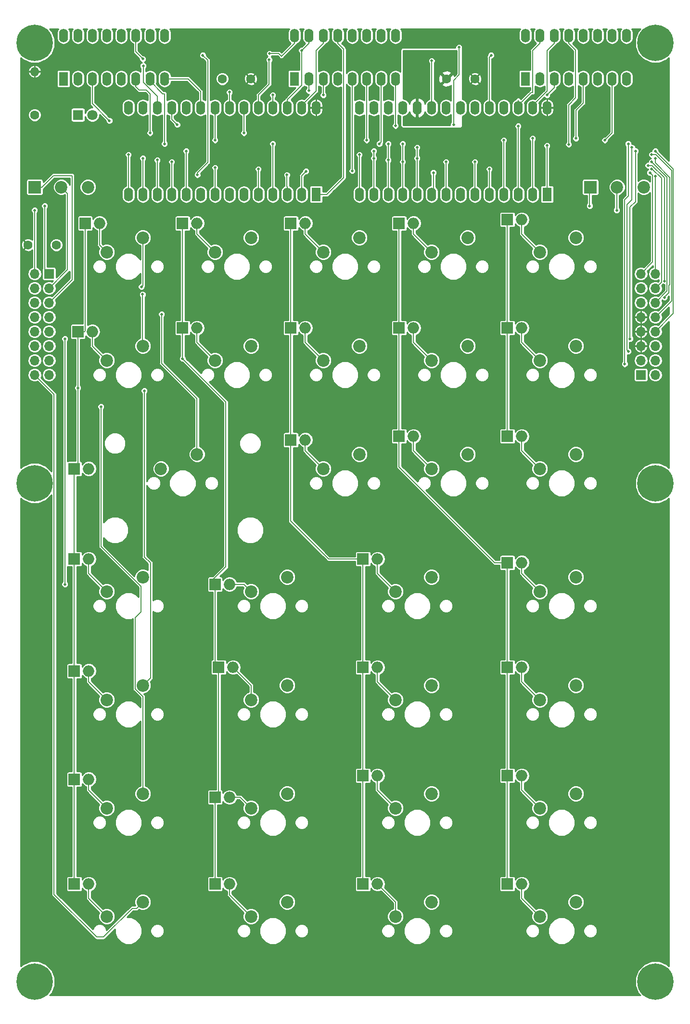
<source format=gbr>
G04 #@! TF.GenerationSoftware,KiCad,Pcbnew,5.0.2-bee76a0~70~ubuntu18.04.1*
G04 #@! TF.CreationDate,2020-02-25T15:21:57-05:00*
G04 #@! TF.ProjectId,led-display,6c65642d-6469-4737-906c-61792e6b6963,rev?*
G04 #@! TF.SameCoordinates,Original*
G04 #@! TF.FileFunction,Copper,L1,Top*
G04 #@! TF.FilePolarity,Positive*
%FSLAX46Y46*%
G04 Gerber Fmt 4.6, Leading zero omitted, Abs format (unit mm)*
G04 Created by KiCad (PCBNEW 5.0.2-bee76a0~70~ubuntu18.04.1) date Tue 25 Feb 2020 03:21:57 PM EST*
%MOMM*%
%LPD*%
G01*
G04 APERTURE LIST*
G04 #@! TA.AperFunction,ComponentPad*
%ADD10R,1.600000X2.400000*%
G04 #@! TD*
G04 #@! TA.AperFunction,ComponentPad*
%ADD11O,1.600000X2.400000*%
G04 #@! TD*
G04 #@! TA.AperFunction,ComponentPad*
%ADD12C,2.200000*%
G04 #@! TD*
G04 #@! TA.AperFunction,ComponentPad*
%ADD13R,2.200000X2.200000*%
G04 #@! TD*
G04 #@! TA.AperFunction,ComponentPad*
%ADD14C,1.600000*%
G04 #@! TD*
G04 #@! TA.AperFunction,ComponentPad*
%ADD15R,1.800000X1.800000*%
G04 #@! TD*
G04 #@! TA.AperFunction,ComponentPad*
%ADD16C,1.800000*%
G04 #@! TD*
G04 #@! TA.AperFunction,ComponentPad*
%ADD17R,1.700000X1.700000*%
G04 #@! TD*
G04 #@! TA.AperFunction,ComponentPad*
%ADD18O,1.700000X1.700000*%
G04 #@! TD*
G04 #@! TA.AperFunction,ComponentPad*
%ADD19O,1.600000X1.600000*%
G04 #@! TD*
G04 #@! TA.AperFunction,ComponentPad*
%ADD20C,6.400000*%
G04 #@! TD*
G04 #@! TA.AperFunction,ComponentPad*
%ADD21O,2.000000X2.000000*%
G04 #@! TD*
G04 #@! TA.AperFunction,ComponentPad*
%ADD22R,2.000000X2.000000*%
G04 #@! TD*
G04 #@! TA.AperFunction,ViaPad*
%ADD23C,0.508000*%
G04 #@! TD*
G04 #@! TA.AperFunction,Conductor*
%ADD24C,0.152400*%
G04 #@! TD*
G04 #@! TA.AperFunction,Conductor*
%ADD25C,0.254000*%
G04 #@! TD*
G04 APERTURE END LIST*
D10*
G04 #@! TO.P,U2,1*
G04 #@! TO.N,Net-(U1-Pad15)*
X45720000Y-31750000D03*
D11*
G04 #@! TO.P,U2,9*
G04 #@! TO.N,N/C*
X63500000Y-24130000D03*
G04 #@! TO.P,U2,2*
G04 #@! TO.N,Net-(U1-Pad16)*
X48260000Y-31750000D03*
G04 #@! TO.P,U2,10*
G04 #@! TO.N,N/C*
X60960000Y-24130000D03*
G04 #@! TO.P,U2,3*
G04 #@! TO.N,Net-(U1-Pad25)*
X50800000Y-31750000D03*
G04 #@! TO.P,U2,11*
G04 #@! TO.N,Net-(U1-Pad24)*
X58420000Y-24130000D03*
G04 #@! TO.P,U2,4*
G04 #@! TO.N,Net-(U2-Pad4)*
X53340000Y-31750000D03*
G04 #@! TO.P,U2,12*
G04 #@! TO.N,N/C*
X55880000Y-24130000D03*
G04 #@! TO.P,U2,5*
G04 #@! TO.N,Net-(U1-Pad2)*
X55880000Y-31750000D03*
G04 #@! TO.P,U2,13*
G04 #@! TO.N,Net-(U1-Pad1)*
X53340000Y-24130000D03*
G04 #@! TO.P,U2,6*
G04 #@! TO.N,Net-(U1-Pad23)*
X58420000Y-31750000D03*
G04 #@! TO.P,U2,14*
G04 #@! TO.N,Net-(U1-Pad27)*
X50800000Y-24130000D03*
G04 #@! TO.P,U2,7*
G04 #@! TO.N,Net-(U1-Pad4)*
X60960000Y-31750000D03*
G04 #@! TO.P,U2,15*
G04 #@! TO.N,Net-(U1-Pad26)*
X48260000Y-24130000D03*
G04 #@! TO.P,U2,8*
G04 #@! TO.N,Net-(U1-Pad20)*
X63500000Y-31750000D03*
G04 #@! TO.P,U2,16*
G04 #@! TO.N,Net-(U1-Pad3)*
X45720000Y-24130000D03*
G04 #@! TD*
D10*
G04 #@! TO.P,U5,1*
G04 #@! TO.N,Net-(U4-Pad15)*
X127000000Y-31750000D03*
D11*
G04 #@! TO.P,U5,9*
G04 #@! TO.N,N/C*
X144780000Y-24130000D03*
G04 #@! TO.P,U5,2*
G04 #@! TO.N,Net-(U4-Pad16)*
X129540000Y-31750000D03*
G04 #@! TO.P,U5,10*
G04 #@! TO.N,N/C*
X142240000Y-24130000D03*
G04 #@! TO.P,U5,3*
G04 #@! TO.N,Net-(U4-Pad25)*
X132080000Y-31750000D03*
G04 #@! TO.P,U5,11*
G04 #@! TO.N,Net-(U4-Pad24)*
X139700000Y-24130000D03*
G04 #@! TO.P,U5,4*
G04 #@! TO.N,Net-(U5-Pad4)*
X134620000Y-31750000D03*
G04 #@! TO.P,U5,12*
G04 #@! TO.N,N/C*
X137160000Y-24130000D03*
G04 #@! TO.P,U5,5*
G04 #@! TO.N,Net-(U4-Pad2)*
X137160000Y-31750000D03*
G04 #@! TO.P,U5,13*
G04 #@! TO.N,Net-(U4-Pad1)*
X134620000Y-24130000D03*
G04 #@! TO.P,U5,6*
G04 #@! TO.N,Net-(U4-Pad23)*
X139700000Y-31750000D03*
G04 #@! TO.P,U5,14*
G04 #@! TO.N,Net-(U4-Pad27)*
X132080000Y-24130000D03*
G04 #@! TO.P,U5,7*
G04 #@! TO.N,Net-(U4-Pad4)*
X142240000Y-31750000D03*
G04 #@! TO.P,U5,15*
G04 #@! TO.N,Net-(U4-Pad26)*
X129540000Y-24130000D03*
G04 #@! TO.P,U5,8*
G04 #@! TO.N,Net-(U4-Pad20)*
X144780000Y-31750000D03*
G04 #@! TO.P,U5,16*
G04 #@! TO.N,Net-(U4-Pad3)*
X127000000Y-24130000D03*
G04 #@! TD*
D12*
G04 #@! TO.P,SW2,3*
G04 #@! TO.N,N/C*
X147830000Y-50800000D03*
G04 #@! TO.P,SW2,2*
G04 #@! TO.N,Net-(J2-Pad2)*
X143130000Y-50800000D03*
D13*
G04 #@! TO.P,SW2,1*
G04 #@! TO.N,Net-(J2-Pad1)*
X138430000Y-50800000D03*
G04 #@! TD*
D12*
G04 #@! TO.P,SW1,3*
G04 #@! TO.N,N/C*
X50040000Y-50800000D03*
G04 #@! TO.P,SW1,2*
G04 #@! TO.N,Net-(J2-Pad3)*
X45340000Y-50800000D03*
D13*
G04 #@! TO.P,SW1,1*
G04 #@! TO.N,Net-(J2-Pad5)*
X40640000Y-50800000D03*
G04 #@! TD*
D14*
G04 #@! TO.P,C1,2*
G04 #@! TO.N,GND*
X118110000Y-31750000D03*
G04 #@! TO.P,C1,1*
G04 #@! TO.N,VCC*
X113110000Y-31750000D03*
G04 #@! TD*
G04 #@! TO.P,C2,1*
G04 #@! TO.N,VCC*
X44450000Y-60960000D03*
G04 #@! TO.P,C2,2*
G04 #@! TO.N,GND*
X39450000Y-60960000D03*
G04 #@! TD*
G04 #@! TO.P,C3,1*
G04 #@! TO.N,VCC*
X73660000Y-31750000D03*
G04 #@! TO.P,C3,2*
G04 #@! TO.N,GND*
X78660000Y-31750000D03*
G04 #@! TD*
D15*
G04 #@! TO.P,D1,1*
G04 #@! TO.N,Net-(D1-Pad1)*
X48260000Y-38100000D03*
D16*
G04 #@! TO.P,D1,2*
G04 #@! TO.N,VCC*
X50800000Y-38100000D03*
G04 #@! TD*
D17*
G04 #@! TO.P,J1,1*
G04 #@! TO.N,VCC*
X147320000Y-83820000D03*
D18*
G04 #@! TO.P,J1,2*
G04 #@! TO.N,/D0*
X149860000Y-83820000D03*
G04 #@! TO.P,J1,3*
G04 #@! TO.N,VCC*
X147320000Y-81280000D03*
G04 #@! TO.P,J1,4*
G04 #@! TO.N,/D1*
X149860000Y-81280000D03*
G04 #@! TO.P,J1,5*
G04 #@! TO.N,GND*
X147320000Y-78740000D03*
G04 #@! TO.P,J1,6*
G04 #@! TO.N,/D2*
X149860000Y-78740000D03*
G04 #@! TO.P,J1,7*
G04 #@! TO.N,GND*
X147320000Y-76200000D03*
G04 #@! TO.P,J1,8*
G04 #@! TO.N,/D3*
X149860000Y-76200000D03*
G04 #@! TO.P,J1,9*
G04 #@! TO.N,GND*
X147320000Y-73660000D03*
G04 #@! TO.P,J1,10*
G04 #@! TO.N,/D4*
X149860000Y-73660000D03*
G04 #@! TO.P,J1,11*
G04 #@! TO.N,/WR2*
X147320000Y-71120000D03*
G04 #@! TO.P,J1,12*
G04 #@! TO.N,/D5*
X149860000Y-71120000D03*
G04 #@! TO.P,J1,13*
G04 #@! TO.N,Net-(J1-Pad13)*
X147320000Y-68580000D03*
G04 #@! TO.P,J1,14*
G04 #@! TO.N,/D6*
X149860000Y-68580000D03*
G04 #@! TO.P,J1,15*
G04 #@! TO.N,/MODE*
X147320000Y-66040000D03*
G04 #@! TO.P,J1,16*
G04 #@! TO.N,/D7*
X149860000Y-66040000D03*
G04 #@! TD*
G04 #@! TO.P,J2,16*
G04 #@! TO.N,Net-(J2-Pad16)*
X40640000Y-83820000D03*
G04 #@! TO.P,J2,15*
G04 #@! TO.N,Net-(D2-Pad1)*
X43180000Y-83820000D03*
G04 #@! TO.P,J2,14*
G04 #@! TO.N,Net-(J2-Pad14)*
X40640000Y-81280000D03*
G04 #@! TO.P,J2,13*
G04 #@! TO.N,Net-(D10-Pad1)*
X43180000Y-81280000D03*
G04 #@! TO.P,J2,12*
G04 #@! TO.N,Net-(J2-Pad12)*
X40640000Y-78740000D03*
G04 #@! TO.P,J2,11*
G04 #@! TO.N,Net-(D15-Pad1)*
X43180000Y-78740000D03*
G04 #@! TO.P,J2,10*
G04 #@! TO.N,Net-(J2-Pad10)*
X40640000Y-76200000D03*
G04 #@! TO.P,J2,9*
G04 #@! TO.N,Net-(D22-Pad1)*
X43180000Y-76200000D03*
G04 #@! TO.P,J2,8*
G04 #@! TO.N,Net-(J2-Pad8)*
X40640000Y-73660000D03*
G04 #@! TO.P,J2,7*
G04 #@! TO.N,Net-(D29-Pad1)*
X43180000Y-73660000D03*
G04 #@! TO.P,J2,6*
G04 #@! TO.N,Net-(J2-Pad6)*
X40640000Y-71120000D03*
G04 #@! TO.P,J2,5*
G04 #@! TO.N,Net-(J2-Pad5)*
X43180000Y-71120000D03*
G04 #@! TO.P,J2,4*
G04 #@! TO.N,Net-(J2-Pad4)*
X40640000Y-68580000D03*
G04 #@! TO.P,J2,3*
G04 #@! TO.N,Net-(J2-Pad3)*
X43180000Y-68580000D03*
G04 #@! TO.P,J2,2*
G04 #@! TO.N,Net-(J2-Pad2)*
X40640000Y-66040000D03*
D17*
G04 #@! TO.P,J2,1*
G04 #@! TO.N,Net-(J2-Pad1)*
X43180000Y-66040000D03*
G04 #@! TD*
D14*
G04 #@! TO.P,R1,1*
G04 #@! TO.N,Net-(D1-Pad1)*
X40640000Y-38100000D03*
D19*
G04 #@! TO.P,R1,2*
G04 #@! TO.N,GND*
X40640000Y-30480000D03*
G04 #@! TD*
D12*
G04 #@! TO.P,SW3,1*
G04 #@! TO.N,Net-(J2-Pad4)*
X59690000Y-59690000D03*
G04 #@! TO.P,SW3,2*
G04 #@! TO.N,Net-(D3-Pad2)*
X53340000Y-62230000D03*
G04 #@! TD*
G04 #@! TO.P,SW4,1*
G04 #@! TO.N,Net-(J2-Pad6)*
X59690000Y-78740000D03*
G04 #@! TO.P,SW4,2*
G04 #@! TO.N,Net-(D4-Pad2)*
X53340000Y-81280000D03*
G04 #@! TD*
G04 #@! TO.P,SW5,1*
G04 #@! TO.N,Net-(J2-Pad8)*
X69215000Y-97790000D03*
G04 #@! TO.P,SW5,2*
G04 #@! TO.N,Net-(D5-Pad2)*
X62865000Y-100330000D03*
G04 #@! TD*
G04 #@! TO.P,SW6,1*
G04 #@! TO.N,Net-(J2-Pad10)*
X59690000Y-119380000D03*
G04 #@! TO.P,SW6,2*
G04 #@! TO.N,Net-(D6-Pad2)*
X53340000Y-121920000D03*
G04 #@! TD*
G04 #@! TO.P,SW7,1*
G04 #@! TO.N,Net-(J2-Pad12)*
X59690000Y-138430000D03*
G04 #@! TO.P,SW7,2*
G04 #@! TO.N,Net-(D7-Pad2)*
X53340000Y-140970000D03*
G04 #@! TD*
G04 #@! TO.P,SW8,1*
G04 #@! TO.N,Net-(J2-Pad14)*
X59690000Y-157480000D03*
G04 #@! TO.P,SW8,2*
G04 #@! TO.N,Net-(D8-Pad2)*
X53340000Y-160020000D03*
G04 #@! TD*
G04 #@! TO.P,SW9,1*
G04 #@! TO.N,Net-(J2-Pad16)*
X59690000Y-176530000D03*
G04 #@! TO.P,SW9,2*
G04 #@! TO.N,Net-(D2-Pad2)*
X53340000Y-179070000D03*
G04 #@! TD*
G04 #@! TO.P,SW10,1*
G04 #@! TO.N,Net-(J2-Pad4)*
X78740000Y-59690000D03*
G04 #@! TO.P,SW10,2*
G04 #@! TO.N,Net-(D9-Pad2)*
X72390000Y-62230000D03*
G04 #@! TD*
G04 #@! TO.P,SW11,2*
G04 #@! TO.N,Net-(D10-Pad2)*
X72390000Y-81280000D03*
G04 #@! TO.P,SW11,1*
G04 #@! TO.N,Net-(J2-Pad6)*
X78740000Y-78740000D03*
G04 #@! TD*
G04 #@! TO.P,SW12,2*
G04 #@! TO.N,Net-(D11-Pad2)*
X78740000Y-121920000D03*
G04 #@! TO.P,SW12,1*
G04 #@! TO.N,Net-(J2-Pad10)*
X85090000Y-119380000D03*
G04 #@! TD*
G04 #@! TO.P,SW13,2*
G04 #@! TO.N,Net-(D12-Pad2)*
X78740000Y-140970000D03*
G04 #@! TO.P,SW13,1*
G04 #@! TO.N,Net-(J2-Pad12)*
X85090000Y-138430000D03*
G04 #@! TD*
G04 #@! TO.P,SW14,2*
G04 #@! TO.N,Net-(D13-Pad2)*
X78740000Y-160020000D03*
G04 #@! TO.P,SW14,1*
G04 #@! TO.N,Net-(J2-Pad14)*
X85090000Y-157480000D03*
G04 #@! TD*
G04 #@! TO.P,SW15,2*
G04 #@! TO.N,Net-(D14-Pad2)*
X78740000Y-179070000D03*
G04 #@! TO.P,SW15,1*
G04 #@! TO.N,Net-(J2-Pad16)*
X85090000Y-176530000D03*
G04 #@! TD*
G04 #@! TO.P,SW16,2*
G04 #@! TO.N,Net-(D15-Pad2)*
X91440000Y-62230000D03*
G04 #@! TO.P,SW16,1*
G04 #@! TO.N,Net-(J2-Pad4)*
X97790000Y-59690000D03*
G04 #@! TD*
G04 #@! TO.P,SW17,1*
G04 #@! TO.N,Net-(J2-Pad6)*
X97790000Y-78740000D03*
G04 #@! TO.P,SW17,2*
G04 #@! TO.N,Net-(D16-Pad2)*
X91440000Y-81280000D03*
G04 #@! TD*
G04 #@! TO.P,SW18,2*
G04 #@! TO.N,Net-(D17-Pad2)*
X91440000Y-100330000D03*
G04 #@! TO.P,SW18,1*
G04 #@! TO.N,Net-(J2-Pad8)*
X97790000Y-97790000D03*
G04 #@! TD*
G04 #@! TO.P,SW19,1*
G04 #@! TO.N,Net-(J2-Pad10)*
X110490000Y-119380000D03*
G04 #@! TO.P,SW19,2*
G04 #@! TO.N,Net-(D18-Pad2)*
X104140000Y-121920000D03*
G04 #@! TD*
G04 #@! TO.P,SW20,1*
G04 #@! TO.N,Net-(J2-Pad12)*
X110490000Y-138430000D03*
G04 #@! TO.P,SW20,2*
G04 #@! TO.N,Net-(D19-Pad2)*
X104140000Y-140970000D03*
G04 #@! TD*
G04 #@! TO.P,SW21,1*
G04 #@! TO.N,Net-(J2-Pad14)*
X110490000Y-157480000D03*
G04 #@! TO.P,SW21,2*
G04 #@! TO.N,Net-(D20-Pad2)*
X104140000Y-160020000D03*
G04 #@! TD*
G04 #@! TO.P,SW22,1*
G04 #@! TO.N,Net-(J2-Pad16)*
X110490000Y-176530000D03*
G04 #@! TO.P,SW22,2*
G04 #@! TO.N,Net-(D21-Pad2)*
X104140000Y-179070000D03*
G04 #@! TD*
G04 #@! TO.P,SW23,1*
G04 #@! TO.N,Net-(J2-Pad4)*
X116840000Y-59690000D03*
G04 #@! TO.P,SW23,2*
G04 #@! TO.N,Net-(D22-Pad2)*
X110490000Y-62230000D03*
G04 #@! TD*
G04 #@! TO.P,SW24,2*
G04 #@! TO.N,Net-(D23-Pad2)*
X110490000Y-81280000D03*
G04 #@! TO.P,SW24,1*
G04 #@! TO.N,Net-(J2-Pad6)*
X116840000Y-78740000D03*
G04 #@! TD*
G04 #@! TO.P,SW25,1*
G04 #@! TO.N,Net-(J2-Pad8)*
X116840000Y-97790000D03*
G04 #@! TO.P,SW25,2*
G04 #@! TO.N,Net-(D24-Pad2)*
X110490000Y-100330000D03*
G04 #@! TD*
G04 #@! TO.P,SW26,2*
G04 #@! TO.N,Net-(D25-Pad2)*
X129540000Y-121920000D03*
G04 #@! TO.P,SW26,1*
G04 #@! TO.N,Net-(J2-Pad10)*
X135890000Y-119380000D03*
G04 #@! TD*
G04 #@! TO.P,SW27,2*
G04 #@! TO.N,Net-(D26-Pad2)*
X129540000Y-140970000D03*
G04 #@! TO.P,SW27,1*
G04 #@! TO.N,Net-(J2-Pad12)*
X135890000Y-138430000D03*
G04 #@! TD*
G04 #@! TO.P,SW28,2*
G04 #@! TO.N,Net-(D27-Pad2)*
X129540000Y-160020000D03*
G04 #@! TO.P,SW28,1*
G04 #@! TO.N,Net-(J2-Pad14)*
X135890000Y-157480000D03*
G04 #@! TD*
G04 #@! TO.P,SW29,2*
G04 #@! TO.N,Net-(D28-Pad2)*
X129540000Y-179070000D03*
G04 #@! TO.P,SW29,1*
G04 #@! TO.N,Net-(J2-Pad16)*
X135890000Y-176530000D03*
G04 #@! TD*
G04 #@! TO.P,SW30,2*
G04 #@! TO.N,Net-(D29-Pad2)*
X129540000Y-62230000D03*
G04 #@! TO.P,SW30,1*
G04 #@! TO.N,Net-(J2-Pad4)*
X135890000Y-59690000D03*
G04 #@! TD*
G04 #@! TO.P,SW31,1*
G04 #@! TO.N,Net-(J2-Pad6)*
X135890000Y-78740000D03*
G04 #@! TO.P,SW31,2*
G04 #@! TO.N,Net-(D30-Pad2)*
X129540000Y-81280000D03*
G04 #@! TD*
G04 #@! TO.P,SW32,2*
G04 #@! TO.N,Net-(D31-Pad2)*
X129540000Y-100330000D03*
G04 #@! TO.P,SW32,1*
G04 #@! TO.N,Net-(J2-Pad8)*
X135890000Y-97790000D03*
G04 #@! TD*
D10*
G04 #@! TO.P,U1,1*
G04 #@! TO.N,Net-(U1-Pad1)*
X90170000Y-52070000D03*
D11*
G04 #@! TO.P,U1,15*
G04 #@! TO.N,Net-(U1-Pad15)*
X57150000Y-36830000D03*
G04 #@! TO.P,U1,2*
G04 #@! TO.N,Net-(U1-Pad2)*
X87630000Y-52070000D03*
G04 #@! TO.P,U1,16*
G04 #@! TO.N,Net-(U1-Pad16)*
X59690000Y-36830000D03*
G04 #@! TO.P,U1,3*
G04 #@! TO.N,Net-(U1-Pad3)*
X85090000Y-52070000D03*
G04 #@! TO.P,U1,17*
G04 #@! TO.N,Net-(U1-Pad17)*
X62230000Y-36830000D03*
G04 #@! TO.P,U1,4*
G04 #@! TO.N,Net-(U1-Pad4)*
X82550000Y-52070000D03*
G04 #@! TO.P,U1,18*
G04 #@! TO.N,Net-(U1-Pad18)*
X64770000Y-36830000D03*
G04 #@! TO.P,U1,5*
G04 #@! TO.N,/D6*
X80010000Y-52070000D03*
G04 #@! TO.P,U1,19*
G04 #@! TO.N,VCC*
X67310000Y-36830000D03*
G04 #@! TO.P,U1,6*
G04 #@! TO.N,/D5*
X77470000Y-52070000D03*
G04 #@! TO.P,U1,20*
G04 #@! TO.N,Net-(U1-Pad20)*
X69850000Y-36830000D03*
G04 #@! TO.P,U1,7*
G04 #@! TO.N,/D7*
X74930000Y-52070000D03*
G04 #@! TO.P,U1,21*
G04 #@! TO.N,Net-(U1-Pad21)*
X72390000Y-36830000D03*
G04 #@! TO.P,U1,8*
G04 #@! TO.N,Net-(J1-Pad13)*
X72390000Y-52070000D03*
G04 #@! TO.P,U1,22*
G04 #@! TO.N,Net-(U1-Pad22)*
X74930000Y-36830000D03*
G04 #@! TO.P,U1,9*
G04 #@! TO.N,/MODE*
X69850000Y-52070000D03*
G04 #@! TO.P,U1,23*
G04 #@! TO.N,Net-(U1-Pad23)*
X77470000Y-36830000D03*
G04 #@! TO.P,U1,10*
G04 #@! TO.N,/D4*
X67310000Y-52070000D03*
G04 #@! TO.P,U1,24*
G04 #@! TO.N,Net-(U1-Pad24)*
X80010000Y-36830000D03*
G04 #@! TO.P,U1,11*
G04 #@! TO.N,/D1*
X64770000Y-52070000D03*
G04 #@! TO.P,U1,25*
G04 #@! TO.N,Net-(U1-Pad25)*
X82550000Y-36830000D03*
G04 #@! TO.P,U1,12*
G04 #@! TO.N,/D0*
X62230000Y-52070000D03*
G04 #@! TO.P,U1,26*
G04 #@! TO.N,Net-(U1-Pad26)*
X85090000Y-36830000D03*
G04 #@! TO.P,U1,13*
G04 #@! TO.N,/D2*
X59690000Y-52070000D03*
G04 #@! TO.P,U1,27*
G04 #@! TO.N,Net-(U1-Pad27)*
X87630000Y-36830000D03*
G04 #@! TO.P,U1,14*
G04 #@! TO.N,/D3*
X57150000Y-52070000D03*
G04 #@! TO.P,U1,28*
G04 #@! TO.N,GND*
X90170000Y-36830000D03*
G04 #@! TD*
G04 #@! TO.P,U3,16*
G04 #@! TO.N,Net-(U1-Pad3)*
X86360000Y-24130000D03*
G04 #@! TO.P,U3,8*
G04 #@! TO.N,Net-(U1-Pad18)*
X104140000Y-31750000D03*
G04 #@! TO.P,U3,15*
G04 #@! TO.N,Net-(U1-Pad26)*
X88900000Y-24130000D03*
G04 #@! TO.P,U3,7*
G04 #@! TO.N,Net-(U1-Pad4)*
X101600000Y-31750000D03*
G04 #@! TO.P,U3,14*
G04 #@! TO.N,Net-(U1-Pad27)*
X91440000Y-24130000D03*
G04 #@! TO.P,U3,6*
G04 #@! TO.N,Net-(U1-Pad21)*
X99060000Y-31750000D03*
G04 #@! TO.P,U3,13*
G04 #@! TO.N,Net-(U1-Pad1)*
X93980000Y-24130000D03*
G04 #@! TO.P,U3,5*
G04 #@! TO.N,Net-(U1-Pad2)*
X96520000Y-31750000D03*
G04 #@! TO.P,U3,12*
G04 #@! TO.N,N/C*
X96520000Y-24130000D03*
G04 #@! TO.P,U3,4*
G04 #@! TO.N,Net-(U3-Pad4)*
X93980000Y-31750000D03*
G04 #@! TO.P,U3,11*
G04 #@! TO.N,Net-(U1-Pad24)*
X99060000Y-24130000D03*
G04 #@! TO.P,U3,3*
G04 #@! TO.N,Net-(U1-Pad25)*
X91440000Y-31750000D03*
G04 #@! TO.P,U3,10*
G04 #@! TO.N,N/C*
X101600000Y-24130000D03*
G04 #@! TO.P,U3,2*
G04 #@! TO.N,Net-(U1-Pad22)*
X88900000Y-31750000D03*
G04 #@! TO.P,U3,9*
G04 #@! TO.N,N/C*
X104140000Y-24130000D03*
D10*
G04 #@! TO.P,U3,1*
G04 #@! TO.N,Net-(U1-Pad17)*
X86360000Y-31750000D03*
G04 #@! TD*
D11*
G04 #@! TO.P,U4,28*
G04 #@! TO.N,GND*
X130810000Y-36830000D03*
G04 #@! TO.P,U4,14*
G04 #@! TO.N,/D3*
X97790000Y-52070000D03*
G04 #@! TO.P,U4,27*
G04 #@! TO.N,Net-(U4-Pad27)*
X128270000Y-36830000D03*
G04 #@! TO.P,U4,13*
G04 #@! TO.N,/D2*
X100330000Y-52070000D03*
G04 #@! TO.P,U4,26*
G04 #@! TO.N,Net-(U4-Pad26)*
X125730000Y-36830000D03*
G04 #@! TO.P,U4,12*
G04 #@! TO.N,/D0*
X102870000Y-52070000D03*
G04 #@! TO.P,U4,25*
G04 #@! TO.N,Net-(U4-Pad25)*
X123190000Y-36830000D03*
G04 #@! TO.P,U4,11*
G04 #@! TO.N,/D1*
X105410000Y-52070000D03*
G04 #@! TO.P,U4,24*
G04 #@! TO.N,Net-(U4-Pad24)*
X120650000Y-36830000D03*
G04 #@! TO.P,U4,10*
G04 #@! TO.N,/D4*
X107950000Y-52070000D03*
G04 #@! TO.P,U4,23*
G04 #@! TO.N,Net-(U4-Pad23)*
X118110000Y-36830000D03*
G04 #@! TO.P,U4,9*
G04 #@! TO.N,/MODE*
X110490000Y-52070000D03*
G04 #@! TO.P,U4,22*
G04 #@! TO.N,Net-(U4-Pad22)*
X115570000Y-36830000D03*
G04 #@! TO.P,U4,8*
G04 #@! TO.N,/WR2*
X113030000Y-52070000D03*
G04 #@! TO.P,U4,21*
G04 #@! TO.N,Net-(U4-Pad21)*
X113030000Y-36830000D03*
G04 #@! TO.P,U4,7*
G04 #@! TO.N,/D7*
X115570000Y-52070000D03*
G04 #@! TO.P,U4,20*
G04 #@! TO.N,Net-(U4-Pad20)*
X110490000Y-36830000D03*
G04 #@! TO.P,U4,6*
G04 #@! TO.N,/D5*
X118110000Y-52070000D03*
G04 #@! TO.P,U4,19*
G04 #@! TO.N,VCC*
X107950000Y-36830000D03*
G04 #@! TO.P,U4,5*
G04 #@! TO.N,/D6*
X120650000Y-52070000D03*
G04 #@! TO.P,U4,18*
G04 #@! TO.N,Net-(U4-Pad18)*
X105410000Y-36830000D03*
G04 #@! TO.P,U4,4*
G04 #@! TO.N,Net-(U4-Pad4)*
X123190000Y-52070000D03*
G04 #@! TO.P,U4,17*
G04 #@! TO.N,Net-(U4-Pad17)*
X102870000Y-36830000D03*
G04 #@! TO.P,U4,3*
G04 #@! TO.N,Net-(U4-Pad3)*
X125730000Y-52070000D03*
G04 #@! TO.P,U4,16*
G04 #@! TO.N,Net-(U4-Pad16)*
X100330000Y-36830000D03*
G04 #@! TO.P,U4,2*
G04 #@! TO.N,Net-(U4-Pad2)*
X128270000Y-52070000D03*
G04 #@! TO.P,U4,15*
G04 #@! TO.N,Net-(U4-Pad15)*
X97790000Y-36830000D03*
D10*
G04 #@! TO.P,U4,1*
G04 #@! TO.N,Net-(U4-Pad1)*
X130810000Y-52070000D03*
G04 #@! TD*
D20*
G04 #@! TO.P,REF\002A\002A,1*
G04 #@! TO.N,N/C*
X149860000Y-25400000D03*
G04 #@! TD*
G04 #@! TO.P,REF\002A\002A,1*
G04 #@! TO.N,N/C*
X40640000Y-25400000D03*
G04 #@! TD*
G04 #@! TO.P,REF\002A\002A,1*
G04 #@! TO.N,N/C*
X40640000Y-190500000D03*
G04 #@! TD*
G04 #@! TO.P,REF\002A\002A,1*
G04 #@! TO.N,N/C*
X149860000Y-190500000D03*
G04 #@! TD*
G04 #@! TO.P,REF\002A\002A,1*
G04 #@! TO.N,N/C*
X40640000Y-102870000D03*
G04 #@! TD*
G04 #@! TO.P,REF\002A\002A,1*
G04 #@! TO.N,N/C*
X149860000Y-102870000D03*
G04 #@! TD*
D21*
G04 #@! TO.P,D2,2*
G04 #@! TO.N,Net-(D2-Pad2)*
X50165000Y-173355000D03*
D22*
G04 #@! TO.P,D2,1*
G04 #@! TO.N,Net-(D2-Pad1)*
X47625000Y-173355000D03*
G04 #@! TD*
D21*
G04 #@! TO.P,D3,2*
G04 #@! TO.N,Net-(D3-Pad2)*
X52070000Y-57150000D03*
D22*
G04 #@! TO.P,D3,1*
G04 #@! TO.N,Net-(D2-Pad1)*
X49530000Y-57150000D03*
G04 #@! TD*
G04 #@! TO.P,D4,1*
G04 #@! TO.N,Net-(D2-Pad1)*
X48260000Y-76200000D03*
D21*
G04 #@! TO.P,D4,2*
G04 #@! TO.N,Net-(D4-Pad2)*
X50800000Y-76200000D03*
G04 #@! TD*
G04 #@! TO.P,D5,2*
G04 #@! TO.N,Net-(D5-Pad2)*
X50165000Y-100330000D03*
D22*
G04 #@! TO.P,D5,1*
G04 #@! TO.N,Net-(D2-Pad1)*
X47625000Y-100330000D03*
G04 #@! TD*
G04 #@! TO.P,D6,1*
G04 #@! TO.N,Net-(D2-Pad1)*
X47625000Y-116205000D03*
D21*
G04 #@! TO.P,D6,2*
G04 #@! TO.N,Net-(D6-Pad2)*
X50165000Y-116205000D03*
G04 #@! TD*
G04 #@! TO.P,D7,2*
G04 #@! TO.N,Net-(D7-Pad2)*
X50165000Y-135890000D03*
D22*
G04 #@! TO.P,D7,1*
G04 #@! TO.N,Net-(D2-Pad1)*
X47625000Y-135890000D03*
G04 #@! TD*
G04 #@! TO.P,D8,1*
G04 #@! TO.N,Net-(D2-Pad1)*
X47625000Y-154940000D03*
D21*
G04 #@! TO.P,D8,2*
G04 #@! TO.N,Net-(D8-Pad2)*
X50165000Y-154940000D03*
G04 #@! TD*
D22*
G04 #@! TO.P,D9,1*
G04 #@! TO.N,Net-(D10-Pad1)*
X66675000Y-57150000D03*
D21*
G04 #@! TO.P,D9,2*
G04 #@! TO.N,Net-(D9-Pad2)*
X69215000Y-57150000D03*
G04 #@! TD*
G04 #@! TO.P,D10,2*
G04 #@! TO.N,Net-(D10-Pad2)*
X69215000Y-75565000D03*
D22*
G04 #@! TO.P,D10,1*
G04 #@! TO.N,Net-(D10-Pad1)*
X66675000Y-75565000D03*
G04 #@! TD*
G04 #@! TO.P,D11,1*
G04 #@! TO.N,Net-(D10-Pad1)*
X72390000Y-120650000D03*
D21*
G04 #@! TO.P,D11,2*
G04 #@! TO.N,Net-(D11-Pad2)*
X74930000Y-120650000D03*
G04 #@! TD*
G04 #@! TO.P,D12,2*
G04 #@! TO.N,Net-(D12-Pad2)*
X75565000Y-135255000D03*
D22*
G04 #@! TO.P,D12,1*
G04 #@! TO.N,Net-(D10-Pad1)*
X73025000Y-135255000D03*
G04 #@! TD*
G04 #@! TO.P,D13,1*
G04 #@! TO.N,Net-(D10-Pad1)*
X72390000Y-158115000D03*
D21*
G04 #@! TO.P,D13,2*
G04 #@! TO.N,Net-(D13-Pad2)*
X74930000Y-158115000D03*
G04 #@! TD*
D22*
G04 #@! TO.P,D14,1*
G04 #@! TO.N,Net-(D10-Pad1)*
X72390000Y-173355000D03*
D21*
G04 #@! TO.P,D14,2*
G04 #@! TO.N,Net-(D14-Pad2)*
X74930000Y-173355000D03*
G04 #@! TD*
G04 #@! TO.P,D15,2*
G04 #@! TO.N,Net-(D15-Pad2)*
X88265000Y-57150000D03*
D22*
G04 #@! TO.P,D15,1*
G04 #@! TO.N,Net-(D15-Pad1)*
X85725000Y-57150000D03*
G04 #@! TD*
G04 #@! TO.P,D16,1*
G04 #@! TO.N,Net-(D15-Pad1)*
X85725000Y-75565000D03*
D21*
G04 #@! TO.P,D16,2*
G04 #@! TO.N,Net-(D16-Pad2)*
X88265000Y-75565000D03*
G04 #@! TD*
D22*
G04 #@! TO.P,D17,1*
G04 #@! TO.N,Net-(D15-Pad1)*
X85725000Y-95250000D03*
D21*
G04 #@! TO.P,D17,2*
G04 #@! TO.N,Net-(D17-Pad2)*
X88265000Y-95250000D03*
G04 #@! TD*
G04 #@! TO.P,D18,2*
G04 #@! TO.N,Net-(D18-Pad2)*
X100965000Y-116205000D03*
D22*
G04 #@! TO.P,D18,1*
G04 #@! TO.N,Net-(D15-Pad1)*
X98425000Y-116205000D03*
G04 #@! TD*
D21*
G04 #@! TO.P,D19,2*
G04 #@! TO.N,Net-(D19-Pad2)*
X100965000Y-135255000D03*
D22*
G04 #@! TO.P,D19,1*
G04 #@! TO.N,Net-(D15-Pad1)*
X98425000Y-135255000D03*
G04 #@! TD*
G04 #@! TO.P,D20,1*
G04 #@! TO.N,Net-(D15-Pad1)*
X98425000Y-154305000D03*
D21*
G04 #@! TO.P,D20,2*
G04 #@! TO.N,Net-(D20-Pad2)*
X100965000Y-154305000D03*
G04 #@! TD*
G04 #@! TO.P,D21,2*
G04 #@! TO.N,Net-(D21-Pad2)*
X100965000Y-173355000D03*
D22*
G04 #@! TO.P,D21,1*
G04 #@! TO.N,Net-(D15-Pad1)*
X98425000Y-173355000D03*
G04 #@! TD*
G04 #@! TO.P,D22,1*
G04 #@! TO.N,Net-(D22-Pad1)*
X104775000Y-57150000D03*
D21*
G04 #@! TO.P,D22,2*
G04 #@! TO.N,Net-(D22-Pad2)*
X107315000Y-57150000D03*
G04 #@! TD*
G04 #@! TO.P,D23,2*
G04 #@! TO.N,Net-(D23-Pad2)*
X107315000Y-75565000D03*
D22*
G04 #@! TO.P,D23,1*
G04 #@! TO.N,Net-(D22-Pad1)*
X104775000Y-75565000D03*
G04 #@! TD*
G04 #@! TO.P,D24,1*
G04 #@! TO.N,Net-(D22-Pad1)*
X104775000Y-94615000D03*
D21*
G04 #@! TO.P,D24,2*
G04 #@! TO.N,Net-(D24-Pad2)*
X107315000Y-94615000D03*
G04 #@! TD*
G04 #@! TO.P,D25,2*
G04 #@! TO.N,Net-(D25-Pad2)*
X126365000Y-116840000D03*
D22*
G04 #@! TO.P,D25,1*
G04 #@! TO.N,Net-(D22-Pad1)*
X123825000Y-116840000D03*
G04 #@! TD*
G04 #@! TO.P,D26,1*
G04 #@! TO.N,Net-(D22-Pad1)*
X123825000Y-135255000D03*
D21*
G04 #@! TO.P,D26,2*
G04 #@! TO.N,Net-(D26-Pad2)*
X126365000Y-135255000D03*
G04 #@! TD*
G04 #@! TO.P,D27,2*
G04 #@! TO.N,Net-(D27-Pad2)*
X126365000Y-154305000D03*
D22*
G04 #@! TO.P,D27,1*
G04 #@! TO.N,Net-(D22-Pad1)*
X123825000Y-154305000D03*
G04 #@! TD*
G04 #@! TO.P,D28,1*
G04 #@! TO.N,Net-(D22-Pad1)*
X123825000Y-173355000D03*
D21*
G04 #@! TO.P,D28,2*
G04 #@! TO.N,Net-(D28-Pad2)*
X126365000Y-173355000D03*
G04 #@! TD*
G04 #@! TO.P,D29,2*
G04 #@! TO.N,Net-(D29-Pad2)*
X126365000Y-56515000D03*
D22*
G04 #@! TO.P,D29,1*
G04 #@! TO.N,Net-(D29-Pad1)*
X123825000Y-56515000D03*
G04 #@! TD*
G04 #@! TO.P,D30,1*
G04 #@! TO.N,Net-(D29-Pad1)*
X123825000Y-75565000D03*
D21*
G04 #@! TO.P,D30,2*
G04 #@! TO.N,Net-(D30-Pad2)*
X126365000Y-75565000D03*
G04 #@! TD*
G04 #@! TO.P,D31,2*
G04 #@! TO.N,Net-(D31-Pad2)*
X126365000Y-94615000D03*
D22*
G04 #@! TO.P,D31,1*
G04 #@! TO.N,Net-(D29-Pad1)*
X123825000Y-94615000D03*
G04 #@! TD*
D23*
G04 #@! TO.N,/D0*
X62230000Y-46037500D03*
X102870000Y-46037500D03*
X144462500Y-81915000D03*
X145097500Y-43180000D03*
X102870000Y-43180000D03*
G04 #@! TO.N,/D1*
X64770000Y-46355000D03*
X105410000Y-46355000D03*
X145097500Y-79692500D03*
X145732500Y-43815000D03*
X105410000Y-43180000D03*
G04 #@! TO.N,/D2*
X59690000Y-45720000D03*
X100330000Y-45720000D03*
X145415000Y-77470000D03*
X146367500Y-44450000D03*
X100330000Y-44450000D03*
G04 #@! TO.N,/D3*
X149860000Y-44450000D03*
X97790000Y-45085000D03*
X57150000Y-45085000D03*
G04 #@! TO.N,/D4*
X107950000Y-45720000D03*
X149225000Y-45085000D03*
X67310000Y-44450000D03*
X107950000Y-43815000D03*
G04 #@! TO.N,/WR2*
X149860000Y-45720000D03*
X113030000Y-46355000D03*
X151471250Y-70191250D03*
G04 #@! TO.N,/D5*
X149225000Y-46355000D03*
X118110000Y-46355000D03*
G04 #@! TO.N,Net-(J1-Pad13)*
X151447500Y-67310000D03*
X148590000Y-46990000D03*
X72390000Y-47371000D03*
G04 #@! TO.N,/D6*
X149225000Y-47625000D03*
X120650000Y-47625000D03*
X80010000Y-47625000D03*
G04 #@! TO.N,/MODE*
X148907500Y-48260000D03*
X110807500Y-48260000D03*
G04 #@! TO.N,/D7*
X149860000Y-48895000D03*
G04 #@! TO.N,Net-(J2-Pad14)*
X52324000Y-89408000D03*
G04 #@! TO.N,Net-(J2-Pad12)*
X59944000Y-86614000D03*
G04 #@! TO.N,Net-(J2-Pad10)*
X45974000Y-77470000D03*
X45974000Y-120650000D03*
G04 #@! TO.N,Net-(J2-Pad8)*
X62992000Y-73152000D03*
G04 #@! TO.N,Net-(J2-Pad6)*
X59627399Y-69658601D03*
G04 #@! TO.N,Net-(J2-Pad4)*
X59436000Y-68326000D03*
G04 #@! TO.N,Net-(J2-Pad2)*
X40640000Y-54864000D03*
X143065500Y-54864000D03*
G04 #@! TO.N,Net-(J2-Pad1)*
X42418000Y-54102000D03*
X138303000Y-54102000D03*
G04 #@! TO.N,Net-(U1-Pad2)*
X96520000Y-47942500D03*
X88392000Y-48006000D03*
G04 #@! TO.N,Net-(U1-Pad3)*
X81978500Y-27305000D03*
X85026500Y-48641000D03*
X69278500Y-48641000D03*
X70231000Y-27622500D03*
G04 #@! TO.N,Net-(U1-Pad17)*
X59753500Y-29464000D03*
G04 #@! TO.N,Net-(U1-Pad4)*
X101282500Y-43180000D03*
X82550000Y-43180000D03*
X63500000Y-43180000D03*
G04 #@! TO.N,Net-(U1-Pad18)*
X104140000Y-40005000D03*
G04 #@! TO.N,Net-(U1-Pad21)*
X99060000Y-42545000D03*
X72390000Y-42545000D03*
G04 #@! TO.N,Net-(U1-Pad23)*
X60960000Y-41275000D03*
X77470000Y-41275000D03*
G04 #@! TO.N,Net-(U1-Pad24)*
X81915000Y-28409900D03*
X59690000Y-28257500D03*
G04 #@! TO.N,Net-(U1-Pad18)*
X65722500Y-39814500D03*
G04 #@! TO.N,Net-(U1-Pad22)*
X88900000Y-33845500D03*
X74930000Y-34099500D03*
G04 #@! TO.N,Net-(U1-Pad25)*
X53784500Y-39116000D03*
X91440000Y-34607500D03*
X82550000Y-34607500D03*
G04 #@! TO.N,Net-(U1-Pad26)*
X87630000Y-26752400D03*
G04 #@! TO.N,Net-(U4-Pad25)*
X130810000Y-34607500D03*
G04 #@! TO.N,Net-(U4-Pad24)*
X120967500Y-27622500D03*
G04 #@! TO.N,Net-(U4-Pad20)*
X110502702Y-28575000D03*
G04 #@! TO.N,Net-(U4-Pad4)*
X140970000Y-42545000D03*
X123190000Y-42545000D03*
G04 #@! TO.N,Net-(U4-Pad3)*
X115316000Y-26225500D03*
X114363500Y-39814500D03*
X125729999Y-40068499D03*
G04 #@! TO.N,Net-(U4-Pad2)*
X135890000Y-42227500D03*
X128270000Y-42227500D03*
G04 #@! TO.N,Net-(U4-Pad1)*
X134620000Y-43281599D03*
X130810000Y-43497500D03*
G04 #@! TO.N,Net-(D2-Pad1)*
X48260000Y-86106000D03*
G04 #@! TO.N,Net-(D10-Pad1)*
X66675000Y-80962500D03*
G04 #@! TD*
D24*
G04 #@! TO.N,/D0*
X62230000Y-52070000D02*
X62230000Y-50717600D01*
X62230000Y-50717600D02*
X62230000Y-46037500D01*
X102870000Y-46037500D02*
X102870000Y-52070000D01*
X144462500Y-81915000D02*
X144462500Y-53022500D01*
X144462500Y-53022500D02*
X145097500Y-52387500D01*
X145097500Y-52387500D02*
X145097500Y-43180000D01*
X102870000Y-43180000D02*
X102870000Y-46037500D01*
G04 #@! TO.N,/D1*
X64770000Y-52070000D02*
X64770000Y-50717600D01*
X64770000Y-50717600D02*
X64770000Y-46355000D01*
X105410000Y-52070000D02*
X105410000Y-46355000D01*
X144843501Y-79438501D02*
X144843501Y-74358501D01*
X145097500Y-79692500D02*
X144843501Y-79438501D01*
X144843501Y-74358501D02*
X144843501Y-53911499D01*
X144843501Y-53911499D02*
X145732500Y-53022500D01*
X145732500Y-53022500D02*
X145732500Y-49847500D01*
X145732500Y-49847500D02*
X145732500Y-43815000D01*
X105410000Y-43180000D02*
X105410000Y-46355000D01*
G04 #@! TO.N,/D2*
X59690000Y-52070000D02*
X59690000Y-50717600D01*
X59690000Y-50717600D02*
X59690000Y-45720000D01*
X100330000Y-45720000D02*
X100330000Y-52070000D01*
X145415000Y-77470000D02*
X145415000Y-56515000D01*
X145415000Y-54292500D02*
X146367500Y-53340000D01*
X145415000Y-56515000D02*
X145415000Y-54292500D01*
X146367500Y-53340000D02*
X146367500Y-44450000D01*
X100330000Y-44450000D02*
X100330000Y-45720000D01*
G04 #@! TO.N,/D3*
X153022320Y-73037680D02*
X153022320Y-47612320D01*
X149860000Y-76200000D02*
X153022320Y-73037680D01*
X153022320Y-47612320D02*
X149860000Y-44450000D01*
X97790000Y-45085000D02*
X97790000Y-52070000D01*
X57150000Y-52070000D02*
X57150000Y-45085000D01*
G04 #@! TO.N,/D4*
X107950000Y-52070000D02*
X107950000Y-50717600D01*
X107950000Y-50717600D02*
X107950000Y-45720000D01*
X152717511Y-70802489D02*
X149860000Y-73660000D01*
X149939250Y-45085000D02*
X152717511Y-47863261D01*
X152717511Y-47863261D02*
X152717511Y-70802489D01*
X149225000Y-45085000D02*
X149939250Y-45085000D01*
X67310000Y-52070000D02*
X67310000Y-44450000D01*
X107950000Y-43815000D02*
X107950000Y-45720000D01*
G04 #@! TO.N,/WR2*
X152412701Y-49111635D02*
X149860000Y-46558934D01*
X149860000Y-46558934D02*
X149860000Y-45720000D01*
X113030000Y-52070000D02*
X113030000Y-46355000D01*
X152412701Y-67627500D02*
X152412701Y-49111635D01*
X152234911Y-68110089D02*
X152234911Y-69380089D01*
X152412701Y-67932299D02*
X152234911Y-68110089D01*
X152412701Y-67627500D02*
X152412701Y-67932299D01*
X152234911Y-69380089D02*
X151447500Y-70167500D01*
X151447500Y-70167500D02*
X151471250Y-70191250D01*
G04 #@! TO.N,/D5*
X118110000Y-46355000D02*
X118110000Y-52070000D01*
X151930101Y-49060101D02*
X151930101Y-69049899D01*
X151930101Y-69049899D02*
X149860000Y-71120000D01*
X149225000Y-46355000D02*
X151930101Y-49060101D01*
G04 #@! TO.N,Net-(J1-Pad13)*
X151447500Y-49133250D02*
X149304250Y-46990000D01*
X151447500Y-67310000D02*
X151447500Y-49133250D01*
X149304250Y-46990000D02*
X148590000Y-46990000D01*
X72390000Y-52070000D02*
X72390000Y-47371000D01*
G04 #@! TO.N,/D6*
X150938601Y-49259351D02*
X149304250Y-47625000D01*
X150938601Y-67501399D02*
X150938601Y-49259351D01*
X149860000Y-68580000D02*
X150938601Y-67501399D01*
X149304250Y-47625000D02*
X149225000Y-47625000D01*
X120650000Y-47625000D02*
X120650000Y-52070000D01*
X80010000Y-52070000D02*
X80010000Y-47625000D01*
G04 #@! TO.N,/MODE*
X149377399Y-63982601D02*
X149377399Y-48729899D01*
X147320000Y-66040000D02*
X149377399Y-63982601D01*
X149377399Y-48729899D02*
X148907500Y-48260000D01*
X110807500Y-51752500D02*
X110490000Y-52070000D01*
X110807500Y-48260000D02*
X110807500Y-51752500D01*
G04 #@! TO.N,/D7*
X149860000Y-66040000D02*
X149860000Y-50863670D01*
X149860000Y-50863670D02*
X149860000Y-48895000D01*
G04 #@! TO.N,Net-(J2-Pad16)*
X58590001Y-177629999D02*
X59690000Y-176530000D01*
X52773069Y-182688601D02*
X57831671Y-177629999D01*
X51552271Y-182688601D02*
X52773069Y-182688601D01*
X44068601Y-175204931D02*
X51552271Y-182688601D01*
X44068601Y-87248601D02*
X44068601Y-175204931D01*
X57831671Y-177629999D02*
X58590001Y-177629999D01*
X40640000Y-83820000D02*
X44068601Y-87248601D01*
G04 #@! TO.N,Net-(J2-Pad14)*
X59378601Y-121034931D02*
X52324000Y-113980330D01*
X59378601Y-125529729D02*
X59378601Y-121034931D01*
X58361399Y-126546931D02*
X59378601Y-125529729D01*
X59690000Y-157480000D02*
X59690000Y-140396330D01*
X58361399Y-139067729D02*
X58361399Y-126546931D01*
X59690000Y-140396330D02*
X58361399Y-139067729D01*
X52324000Y-113980330D02*
X52324000Y-89408000D01*
G04 #@! TO.N,Net-(J2-Pad12)*
X59944000Y-86614000D02*
X59944000Y-115824000D01*
X60789999Y-137330001D02*
X59690000Y-138430000D01*
X61018601Y-137101399D02*
X60789999Y-137330001D01*
X61018601Y-116898601D02*
X61018601Y-137101399D01*
X59944000Y-115824000D02*
X61018601Y-116898601D01*
G04 #@! TO.N,Net-(J2-Pad10)*
X45974000Y-77470000D02*
X45974000Y-120650000D01*
G04 #@! TO.N,Net-(J2-Pad8)*
X62992000Y-73152000D02*
X62992000Y-81788000D01*
X69215000Y-88011000D02*
X69215000Y-97790000D01*
X62992000Y-81788000D02*
X69215000Y-88011000D01*
G04 #@! TO.N,Net-(J2-Pad6)*
X59627399Y-78677399D02*
X59690000Y-78740000D01*
X59627399Y-69658601D02*
X59627399Y-78677399D01*
G04 #@! TO.N,Net-(J2-Pad5)*
X43180000Y-71120000D02*
X47244000Y-67056000D01*
X47244000Y-67056000D02*
X47244000Y-48768000D01*
X41892400Y-50800000D02*
X40640000Y-50800000D01*
X43924400Y-48768000D02*
X41892400Y-50800000D01*
X47244000Y-48768000D02*
X43924400Y-48768000D01*
G04 #@! TO.N,Net-(J2-Pad4)*
X59690000Y-59690000D02*
X59690000Y-68072000D01*
X59690000Y-68072000D02*
X59436000Y-68326000D01*
G04 #@! TO.N,Net-(J2-Pad3)*
X46439999Y-51899999D02*
X45340000Y-50800000D01*
X46439999Y-65320001D02*
X46439999Y-51899999D01*
X43180000Y-68580000D02*
X46439999Y-65320001D01*
G04 #@! TO.N,Net-(J2-Pad2)*
X40640000Y-66040000D02*
X40640000Y-54864000D01*
X143065500Y-50864500D02*
X143130000Y-50800000D01*
X143065500Y-54864000D02*
X143065500Y-50864500D01*
G04 #@! TO.N,Net-(J2-Pad1)*
X42418000Y-65278000D02*
X43180000Y-66040000D01*
X42418000Y-54102000D02*
X42418000Y-65278000D01*
X138303000Y-50927000D02*
X138430000Y-50800000D01*
X138303000Y-54102000D02*
X138303000Y-50927000D01*
G04 #@! TO.N,Net-(U1-Pad1)*
X95008610Y-26511010D02*
X95008610Y-49136390D01*
X93980000Y-25482400D02*
X95008610Y-26511010D01*
X93980000Y-24130000D02*
X93980000Y-25482400D01*
X92075000Y-52070000D02*
X90170000Y-52070000D01*
X95008610Y-49136390D02*
X92075000Y-52070000D01*
G04 #@! TO.N,Net-(U1-Pad2)*
X96520000Y-33102400D02*
X96520000Y-31750000D01*
X96520000Y-47942500D02*
X96520000Y-33102400D01*
X87630000Y-52070000D02*
X87630000Y-48768000D01*
X87630000Y-48768000D02*
X88392000Y-48006000D01*
G04 #@! TO.N,Net-(U1-Pad3)*
X86360000Y-25482400D02*
X84061390Y-27781010D01*
X86360000Y-24130000D02*
X86360000Y-25482400D01*
X83585380Y-27305000D02*
X84061390Y-27781010D01*
X81978500Y-27305000D02*
X83585380Y-27305000D01*
X85090000Y-50717600D02*
X85026500Y-50654100D01*
X85090000Y-52070000D02*
X85090000Y-50717600D01*
X85026500Y-50654100D02*
X85026500Y-48641000D01*
X69278500Y-48281790D02*
X71120000Y-46440290D01*
X69278500Y-48641000D02*
X69278500Y-48281790D01*
X71120000Y-46440290D02*
X71120000Y-33782000D01*
X71120000Y-33782000D02*
X71120000Y-28511500D01*
X71120000Y-28511500D02*
X70231000Y-27622500D01*
G04 #@! TO.N,Net-(U1-Pad17)*
X59753500Y-29823210D02*
X59753500Y-29464000D01*
X59753500Y-32398174D02*
X59753500Y-29823210D01*
X62230000Y-34874674D02*
X59753500Y-32398174D01*
X62230000Y-36830000D02*
X62230000Y-34874674D01*
G04 #@! TO.N,Net-(U1-Pad4)*
X101600000Y-31750000D02*
X101600000Y-42862500D01*
X101600000Y-42862500D02*
X101282500Y-43180000D01*
X82550000Y-43180000D02*
X82550000Y-52070000D01*
X63500000Y-34372400D02*
X63500000Y-43180000D01*
X60960000Y-32150000D02*
X60960000Y-31750000D01*
X63182400Y-34372400D02*
X60960000Y-32150000D01*
X63500000Y-34372400D02*
X63182400Y-34372400D01*
G04 #@! TO.N,Net-(U1-Pad18)*
X104140000Y-31750000D02*
X104140000Y-40005000D01*
G04 #@! TO.N,Net-(U1-Pad20)*
X64770000Y-31750000D02*
X67627500Y-31750000D01*
X69850000Y-33972500D02*
X69850000Y-36830000D01*
X67627500Y-31750000D02*
X69850000Y-33972500D01*
X64770000Y-31750000D02*
X63500000Y-31750000D01*
G04 #@! TO.N,Net-(U1-Pad21)*
X99060000Y-31750000D02*
X99060000Y-33102400D01*
X99060000Y-33102400D02*
X99060000Y-42545000D01*
X72390000Y-42545000D02*
X72390000Y-36830000D01*
G04 #@! TO.N,Net-(U1-Pad23)*
X60960000Y-34372400D02*
X60960000Y-41275000D01*
X77470000Y-36830000D02*
X77470000Y-41275000D01*
X58420000Y-33102400D02*
X59055000Y-33737400D01*
X58420000Y-31750000D02*
X58420000Y-33102400D01*
X59055000Y-33737400D02*
X60325000Y-33737400D01*
X60325000Y-33737400D02*
X60960000Y-34372400D01*
G04 #@! TO.N,Net-(U1-Pad24)*
X81915000Y-28409900D02*
X81915000Y-32702500D01*
X80010000Y-34607500D02*
X80010000Y-36830000D01*
X81915000Y-32702500D02*
X80010000Y-34607500D01*
X58420000Y-26987500D02*
X59690000Y-28257500D01*
X58420000Y-24130000D02*
X58420000Y-26987500D01*
G04 #@! TO.N,Net-(U1-Pad18)*
X64770000Y-38862000D02*
X65722500Y-39814500D01*
X64770000Y-36830000D02*
X64770000Y-38862000D01*
G04 #@! TO.N,Net-(U1-Pad22)*
X88900000Y-31750000D02*
X88900000Y-33102400D01*
X88900000Y-33102400D02*
X88900000Y-33845500D01*
X74930000Y-36830000D02*
X74930000Y-35477600D01*
X74930000Y-35477600D02*
X74930000Y-34099500D01*
G04 #@! TO.N,Net-(U1-Pad25)*
X50800000Y-36131500D02*
X53784500Y-39116000D01*
X50800000Y-31750000D02*
X50800000Y-36131500D01*
X91440000Y-31750000D02*
X91440000Y-33102400D01*
X91440000Y-33102400D02*
X91440000Y-34607500D01*
X82550000Y-36830000D02*
X82550000Y-34607500D01*
G04 #@! TO.N,Net-(U1-Pad26)*
X85090000Y-35431482D02*
X85090000Y-36830000D01*
X88900000Y-24130000D02*
X88900000Y-25482400D01*
X87630000Y-26752400D02*
X87630000Y-32891482D01*
X88900000Y-25482400D02*
X87630000Y-26752400D01*
X87630000Y-32891482D02*
X85090000Y-35431482D01*
G04 #@! TO.N,Net-(U1-Pad27)*
X87630000Y-36430000D02*
X87630000Y-36830000D01*
X91440000Y-24130000D02*
X91440000Y-25482400D01*
X91440000Y-25482400D02*
X90170000Y-26752400D01*
X90170000Y-26752400D02*
X90170000Y-33890000D01*
X90170000Y-33890000D02*
X87630000Y-36430000D01*
G04 #@! TO.N,Net-(U4-Pad27)*
X130810000Y-33890000D02*
X128270000Y-36430000D01*
X130810000Y-26752400D02*
X130810000Y-33890000D01*
X132080000Y-25482400D02*
X130810000Y-26752400D01*
X128270000Y-36430000D02*
X128270000Y-36830000D01*
X132080000Y-24130000D02*
X132080000Y-25482400D01*
G04 #@! TO.N,Net-(U4-Pad26)*
X129540000Y-24530000D02*
X129540000Y-24130000D01*
X125730000Y-36830000D02*
X125730000Y-35477600D01*
X129540000Y-25482400D02*
X128270000Y-26752400D01*
X129540000Y-24130000D02*
X129540000Y-25482400D01*
X128270000Y-26752400D02*
X128270000Y-34163000D01*
X125730000Y-36430000D02*
X125730000Y-36830000D01*
X127997000Y-34163000D02*
X125730000Y-36430000D01*
X128270000Y-34163000D02*
X127997000Y-34163000D01*
G04 #@! TO.N,Net-(U4-Pad25)*
X131063999Y-34353501D02*
X130810000Y-34607500D01*
X132080000Y-33337500D02*
X131063999Y-34353501D01*
X132080000Y-31750000D02*
X132080000Y-33337500D01*
G04 #@! TO.N,Net-(U4-Pad24)*
X120650000Y-27940000D02*
X120967500Y-27622500D01*
X120650000Y-36830000D02*
X120650000Y-27940000D01*
G04 #@! TO.N,Net-(U4-Pad20)*
X110502702Y-36817298D02*
X110490000Y-36830000D01*
X110502702Y-28575000D02*
X110502702Y-36817298D01*
G04 #@! TO.N,Net-(U4-Pad4)*
X123190000Y-42545000D02*
X123190000Y-52070000D01*
X142240000Y-41275000D02*
X140970000Y-42545000D01*
X142240000Y-31750000D02*
X142240000Y-41275000D01*
G04 #@! TO.N,Net-(U4-Pad3)*
X115316000Y-31066330D02*
X114363500Y-32018830D01*
X115316000Y-26225500D02*
X115316000Y-31066330D01*
X114363500Y-32018830D02*
X114363500Y-39814500D01*
X125730000Y-40427710D02*
X125730000Y-52070000D01*
X125729999Y-40068499D02*
X125730000Y-40427710D01*
G04 #@! TO.N,Net-(U4-Pad2)*
X128270000Y-52070000D02*
X128270000Y-42227500D01*
X135890000Y-42227500D02*
X135890000Y-37274500D01*
X135890000Y-37274500D02*
X137160000Y-36004500D01*
X137160000Y-36004500D02*
X137160000Y-31750000D01*
G04 #@! TO.N,Net-(U4-Pad1)*
X130810000Y-43497500D02*
X130810000Y-52070000D01*
X134620000Y-25482400D02*
X135826500Y-26688900D01*
X134620000Y-24130000D02*
X134620000Y-25482400D01*
X135826500Y-26688900D02*
X135826500Y-35115500D01*
X134620000Y-36322000D02*
X134620000Y-43497500D01*
X135826500Y-35115500D02*
X134620000Y-36322000D01*
X134620000Y-43497500D02*
X134620000Y-43281599D01*
G04 #@! TO.N,Net-(D2-Pad2)*
X50165000Y-175895000D02*
X53340000Y-179070000D01*
X50165000Y-173355000D02*
X50165000Y-175895000D01*
G04 #@! TO.N,Net-(D2-Pad1)*
X47625000Y-173355000D02*
X47625000Y-154940000D01*
X47625000Y-153787600D02*
X47625000Y-135890000D01*
X47625000Y-154940000D02*
X47625000Y-153787600D01*
X49412400Y-76200000D02*
X48260000Y-76200000D01*
X49530000Y-76082400D02*
X49412400Y-76200000D01*
X49530000Y-57150000D02*
X49530000Y-76082400D01*
X48260000Y-99695000D02*
X47625000Y-100330000D01*
X48260000Y-76200000D02*
X48260000Y-99695000D01*
X47625000Y-100330000D02*
X47625000Y-116205000D01*
X47625000Y-117357400D02*
X47625000Y-135890000D01*
X47625000Y-116205000D02*
X47625000Y-117357400D01*
G04 #@! TO.N,Net-(D3-Pad2)*
X52070000Y-60960000D02*
X53340000Y-62230000D01*
X52070000Y-57150000D02*
X52070000Y-60960000D01*
G04 #@! TO.N,Net-(D4-Pad2)*
X50800000Y-78740000D02*
X53340000Y-81280000D01*
X50800000Y-76200000D02*
X50800000Y-78740000D01*
G04 #@! TO.N,Net-(D6-Pad2)*
X50165000Y-118745000D02*
X53340000Y-121920000D01*
X50165000Y-116205000D02*
X50165000Y-118745000D01*
G04 #@! TO.N,Net-(D7-Pad2)*
X50165000Y-137795000D02*
X53340000Y-140970000D01*
X50165000Y-135890000D02*
X50165000Y-137795000D01*
G04 #@! TO.N,Net-(D8-Pad2)*
X50165000Y-154940000D02*
X50165000Y-156845000D01*
X50165000Y-156845000D02*
X53340000Y-160020000D01*
G04 #@! TO.N,Net-(D10-Pad1)*
X73025000Y-157480000D02*
X72390000Y-158115000D01*
X73025000Y-135255000D02*
X73025000Y-157480000D01*
X72390000Y-158115000D02*
X72390000Y-173355000D01*
X66675000Y-57150000D02*
X66675000Y-75565000D01*
X66675000Y-80971330D02*
X74295000Y-88591330D01*
X66675000Y-75565000D02*
X66675000Y-80971330D01*
X74295000Y-117592600D02*
X71755000Y-120132600D01*
X74295000Y-88591330D02*
X74295000Y-117592600D01*
X71872600Y-120132600D02*
X72390000Y-120650000D01*
X71755000Y-120132600D02*
X71872600Y-120132600D01*
X72390000Y-134620000D02*
X73025000Y-135255000D01*
X72390000Y-120650000D02*
X72390000Y-134620000D01*
G04 #@! TO.N,Net-(D9-Pad2)*
X69215000Y-59055000D02*
X72390000Y-62230000D01*
X69215000Y-57150000D02*
X69215000Y-59055000D01*
G04 #@! TO.N,Net-(D10-Pad2)*
X69215000Y-78105000D02*
X72390000Y-81280000D01*
X69215000Y-75565000D02*
X69215000Y-78105000D01*
G04 #@! TO.N,Net-(D11-Pad2)*
X77470000Y-120650000D02*
X78740000Y-121920000D01*
X74930000Y-120650000D02*
X77470000Y-120650000D01*
G04 #@! TO.N,Net-(D12-Pad2)*
X78740000Y-138430000D02*
X78740000Y-140970000D01*
X75565000Y-135255000D02*
X78740000Y-138430000D01*
G04 #@! TO.N,Net-(D13-Pad2)*
X77640001Y-158920001D02*
X78740000Y-160020000D01*
X76835000Y-158115000D02*
X77640001Y-158920001D01*
X74930000Y-158115000D02*
X76835000Y-158115000D01*
G04 #@! TO.N,Net-(D14-Pad2)*
X74930000Y-175260000D02*
X78740000Y-179070000D01*
X74930000Y-173355000D02*
X74930000Y-175260000D01*
G04 #@! TO.N,Net-(D15-Pad2)*
X88265000Y-59055000D02*
X91440000Y-62230000D01*
X88265000Y-57150000D02*
X88265000Y-59055000D01*
G04 #@! TO.N,Net-(D15-Pad1)*
X98425000Y-173355000D02*
X98425000Y-154305000D01*
X98425000Y-154305000D02*
X98425000Y-135255000D01*
X85725000Y-57150000D02*
X85725000Y-75565000D01*
X85725000Y-75565000D02*
X85725000Y-95250000D01*
X85725000Y-95250000D02*
X85725000Y-109537500D01*
X92392500Y-116205000D02*
X98425000Y-116205000D01*
X85725000Y-109537500D02*
X92392500Y-116205000D01*
X98425000Y-116205000D02*
X98425000Y-135255000D01*
G04 #@! TO.N,Net-(D16-Pad2)*
X88265000Y-78105000D02*
X91440000Y-81280000D01*
X88265000Y-75565000D02*
X88265000Y-78105000D01*
G04 #@! TO.N,Net-(D17-Pad2)*
X88265000Y-97155000D02*
X91440000Y-100330000D01*
X88265000Y-95250000D02*
X88265000Y-97155000D01*
G04 #@! TO.N,Net-(D18-Pad2)*
X100965000Y-118745000D02*
X104140000Y-121920000D01*
X100965000Y-116205000D02*
X100965000Y-118745000D01*
G04 #@! TO.N,Net-(D19-Pad2)*
X100965000Y-137795000D02*
X104140000Y-140970000D01*
X100965000Y-135255000D02*
X100965000Y-137795000D01*
G04 #@! TO.N,Net-(D20-Pad2)*
X100965000Y-156845000D02*
X104140000Y-160020000D01*
X100965000Y-154305000D02*
X100965000Y-156845000D01*
G04 #@! TO.N,Net-(D21-Pad2)*
X104140000Y-176530000D02*
X104140000Y-179070000D01*
X100965000Y-173355000D02*
X104140000Y-176530000D01*
G04 #@! TO.N,Net-(D22-Pad1)*
X123825000Y-135255000D02*
X123825000Y-154305000D01*
X123825000Y-154305000D02*
X123825000Y-173355000D01*
X104775000Y-94615000D02*
X104775000Y-75565000D01*
X104775000Y-75565000D02*
X104775000Y-57150000D01*
X122672600Y-116840000D02*
X123825000Y-116840000D01*
X121593670Y-116840000D02*
X122672600Y-116840000D01*
X104775000Y-100021330D02*
X121593670Y-116840000D01*
X104775000Y-94615000D02*
X104775000Y-100021330D01*
X123825000Y-116840000D02*
X123825000Y-135255000D01*
G04 #@! TO.N,Net-(D22-Pad2)*
X107315000Y-59055000D02*
X110490000Y-62230000D01*
X107315000Y-57150000D02*
X107315000Y-59055000D01*
G04 #@! TO.N,Net-(D23-Pad2)*
X107315000Y-78105000D02*
X110490000Y-81280000D01*
X107315000Y-75565000D02*
X107315000Y-78105000D01*
G04 #@! TO.N,Net-(D24-Pad2)*
X107315000Y-97155000D02*
X110490000Y-100330000D01*
X107315000Y-94615000D02*
X107315000Y-97155000D01*
G04 #@! TO.N,Net-(D25-Pad2)*
X126365000Y-118745000D02*
X129540000Y-121920000D01*
X126365000Y-116840000D02*
X126365000Y-118745000D01*
G04 #@! TO.N,Net-(D26-Pad2)*
X126365000Y-137795000D02*
X129540000Y-140970000D01*
X126365000Y-135255000D02*
X126365000Y-137795000D01*
G04 #@! TO.N,Net-(D27-Pad2)*
X126365000Y-156845000D02*
X129540000Y-160020000D01*
X126365000Y-154305000D02*
X126365000Y-156845000D01*
G04 #@! TO.N,Net-(D28-Pad2)*
X126365000Y-175895000D02*
X129540000Y-179070000D01*
X126365000Y-173355000D02*
X126365000Y-175895000D01*
G04 #@! TO.N,Net-(D29-Pad2)*
X126365000Y-59055000D02*
X129540000Y-62230000D01*
X126365000Y-56515000D02*
X126365000Y-59055000D01*
G04 #@! TO.N,Net-(D29-Pad1)*
X123825000Y-56515000D02*
X123825000Y-75565000D01*
X123825000Y-75565000D02*
X123825000Y-94615000D01*
G04 #@! TO.N,Net-(D30-Pad2)*
X126365000Y-78105000D02*
X129540000Y-81280000D01*
X126365000Y-75565000D02*
X126365000Y-78105000D01*
G04 #@! TO.N,Net-(D31-Pad2)*
X126365000Y-97155000D02*
X129540000Y-100330000D01*
X126365000Y-94615000D02*
X126365000Y-97155000D01*
G04 #@! TD*
D25*
G04 #@! TO.N,GND*
G36*
X44607522Y-23269198D02*
X44539000Y-23613683D01*
X44539000Y-24646318D01*
X44607522Y-24990803D01*
X44868548Y-25381453D01*
X45259198Y-25642478D01*
X45720000Y-25734137D01*
X46180803Y-25642478D01*
X46571453Y-25381453D01*
X46832478Y-24990803D01*
X46901000Y-24646317D01*
X46901000Y-23613682D01*
X46832478Y-23269197D01*
X46643919Y-22987000D01*
X47336081Y-22987000D01*
X47147522Y-23269198D01*
X47079000Y-23613683D01*
X47079000Y-24646318D01*
X47147522Y-24990803D01*
X47408548Y-25381453D01*
X47799198Y-25642478D01*
X48260000Y-25734137D01*
X48720803Y-25642478D01*
X49111453Y-25381453D01*
X49372478Y-24990803D01*
X49441000Y-24646317D01*
X49441000Y-23613682D01*
X49372478Y-23269197D01*
X49183919Y-22987000D01*
X49876081Y-22987000D01*
X49687522Y-23269198D01*
X49619000Y-23613683D01*
X49619000Y-24646318D01*
X49687522Y-24990803D01*
X49948548Y-25381453D01*
X50339198Y-25642478D01*
X50800000Y-25734137D01*
X51260803Y-25642478D01*
X51651453Y-25381453D01*
X51912478Y-24990803D01*
X51981000Y-24646317D01*
X51981000Y-23613682D01*
X51912478Y-23269197D01*
X51723919Y-22987000D01*
X52416081Y-22987000D01*
X52227522Y-23269198D01*
X52159000Y-23613683D01*
X52159000Y-24646318D01*
X52227522Y-24990803D01*
X52488548Y-25381453D01*
X52879198Y-25642478D01*
X53340000Y-25734137D01*
X53800803Y-25642478D01*
X54191453Y-25381453D01*
X54452478Y-24990803D01*
X54521000Y-24646317D01*
X54521000Y-23613682D01*
X54452478Y-23269197D01*
X54263919Y-22987000D01*
X54956081Y-22987000D01*
X54767522Y-23269198D01*
X54699000Y-23613683D01*
X54699000Y-24646318D01*
X54767522Y-24990803D01*
X55028548Y-25381453D01*
X55419198Y-25642478D01*
X55880000Y-25734137D01*
X56340803Y-25642478D01*
X56731453Y-25381453D01*
X56992478Y-24990803D01*
X57061000Y-24646317D01*
X57061000Y-23613682D01*
X56992478Y-23269197D01*
X56803919Y-22987000D01*
X57496081Y-22987000D01*
X57307522Y-23269198D01*
X57239000Y-23613683D01*
X57239000Y-24646318D01*
X57307522Y-24990803D01*
X57568548Y-25381453D01*
X57959198Y-25642478D01*
X57962801Y-25643195D01*
X57962801Y-26942465D01*
X57953843Y-26987500D01*
X57989327Y-27165890D01*
X58006658Y-27191827D01*
X58090378Y-27317123D01*
X58128552Y-27342630D01*
X59055000Y-28269079D01*
X59055000Y-28383809D01*
X59151673Y-28617198D01*
X59330302Y-28795827D01*
X59518790Y-28873901D01*
X59393802Y-28925673D01*
X59215173Y-29104302D01*
X59118500Y-29337691D01*
X59118500Y-29590309D01*
X59215173Y-29823698D01*
X59296301Y-29904826D01*
X59296301Y-30535734D01*
X59271453Y-30498547D01*
X58880802Y-30237522D01*
X58420000Y-30145863D01*
X57959197Y-30237522D01*
X57568547Y-30498547D01*
X57307522Y-30889198D01*
X57239000Y-31233683D01*
X57239000Y-32266318D01*
X57307522Y-32610803D01*
X57568548Y-33001453D01*
X57959198Y-33262478D01*
X57986776Y-33267964D01*
X57989327Y-33280790D01*
X58038336Y-33354137D01*
X58090378Y-33432023D01*
X58128552Y-33457530D01*
X58699868Y-34028846D01*
X58725377Y-34067023D01*
X58792126Y-34111623D01*
X58876609Y-34168073D01*
X59055000Y-34203557D01*
X59100030Y-34194600D01*
X60135622Y-34194600D01*
X60502800Y-34561778D01*
X60502800Y-35552720D01*
X60150802Y-35317522D01*
X59690000Y-35225863D01*
X59229197Y-35317522D01*
X58838547Y-35578547D01*
X58577522Y-35969198D01*
X58509000Y-36313683D01*
X58509000Y-37346318D01*
X58577522Y-37690803D01*
X58838548Y-38081453D01*
X59229198Y-38342478D01*
X59690000Y-38434137D01*
X60150803Y-38342478D01*
X60502801Y-38107280D01*
X60502801Y-40834174D01*
X60421673Y-40915302D01*
X60325000Y-41148691D01*
X60325000Y-41401309D01*
X60421673Y-41634698D01*
X60600302Y-41813327D01*
X60833691Y-41910000D01*
X61086309Y-41910000D01*
X61319698Y-41813327D01*
X61498327Y-41634698D01*
X61595000Y-41401309D01*
X61595000Y-41148691D01*
X61498327Y-40915302D01*
X61417200Y-40834175D01*
X61417200Y-38107280D01*
X61769198Y-38342478D01*
X62230000Y-38434137D01*
X62690803Y-38342478D01*
X63042800Y-38107280D01*
X63042801Y-42739174D01*
X62961673Y-42820302D01*
X62865000Y-43053691D01*
X62865000Y-43306309D01*
X62961673Y-43539698D01*
X63140302Y-43718327D01*
X63373691Y-43815000D01*
X63626309Y-43815000D01*
X63859698Y-43718327D01*
X64038327Y-43539698D01*
X64135000Y-43306309D01*
X64135000Y-43053691D01*
X64038327Y-42820302D01*
X63957200Y-42739175D01*
X63957200Y-38107280D01*
X64309198Y-38342478D01*
X64312801Y-38343195D01*
X64312801Y-38816965D01*
X64303843Y-38862000D01*
X64339327Y-39040390D01*
X64411670Y-39148659D01*
X64440378Y-39191623D01*
X64478552Y-39217130D01*
X65087500Y-39826078D01*
X65087500Y-39940809D01*
X65184173Y-40174198D01*
X65362802Y-40352827D01*
X65596191Y-40449500D01*
X65848809Y-40449500D01*
X66082198Y-40352827D01*
X66260827Y-40174198D01*
X66357500Y-39940809D01*
X66357500Y-39688191D01*
X66260827Y-39454802D01*
X66082198Y-39276173D01*
X65848809Y-39179500D01*
X65734078Y-39179500D01*
X65227200Y-38672622D01*
X65227200Y-38343195D01*
X65230803Y-38342478D01*
X65621453Y-38081453D01*
X65882478Y-37690803D01*
X65951000Y-37346317D01*
X65951000Y-36313683D01*
X66129000Y-36313683D01*
X66129000Y-37346318D01*
X66197522Y-37690803D01*
X66458548Y-38081453D01*
X66849198Y-38342478D01*
X67310000Y-38434137D01*
X67770803Y-38342478D01*
X68161453Y-38081453D01*
X68422478Y-37690803D01*
X68491000Y-37346317D01*
X68491000Y-36313682D01*
X68422478Y-35969197D01*
X68161453Y-35578547D01*
X67770802Y-35317522D01*
X67310000Y-35225863D01*
X66849197Y-35317522D01*
X66458547Y-35578547D01*
X66197522Y-35969198D01*
X66129000Y-36313683D01*
X65951000Y-36313683D01*
X65951000Y-36313682D01*
X65882478Y-35969197D01*
X65621453Y-35578547D01*
X65230802Y-35317522D01*
X64770000Y-35225863D01*
X64309197Y-35317522D01*
X63957200Y-35552720D01*
X63957200Y-34417430D01*
X63966157Y-34372400D01*
X63930673Y-34194009D01*
X63829623Y-34042777D01*
X63678391Y-33941727D01*
X63545030Y-33915200D01*
X63500000Y-33906243D01*
X63454970Y-33915200D01*
X63371779Y-33915200D01*
X62070437Y-32613858D01*
X62072478Y-32610803D01*
X62141000Y-32266317D01*
X62141000Y-31233683D01*
X62319000Y-31233683D01*
X62319000Y-32266318D01*
X62387522Y-32610803D01*
X62648548Y-33001453D01*
X63039198Y-33262478D01*
X63500000Y-33354137D01*
X63960803Y-33262478D01*
X64351453Y-33001453D01*
X64612478Y-32610803D01*
X64681000Y-32266317D01*
X64681000Y-32207200D01*
X67438122Y-32207200D01*
X69392800Y-34161878D01*
X69392800Y-35316805D01*
X69389197Y-35317522D01*
X68998547Y-35578547D01*
X68737522Y-35969198D01*
X68669000Y-36313683D01*
X68669000Y-37346318D01*
X68737522Y-37690803D01*
X68998548Y-38081453D01*
X69389198Y-38342478D01*
X69850000Y-38434137D01*
X70310803Y-38342478D01*
X70662801Y-38107280D01*
X70662800Y-46250911D01*
X68987052Y-47926660D01*
X68948878Y-47952167D01*
X68923371Y-47990341D01*
X68923370Y-47990342D01*
X68847827Y-48103400D01*
X68830384Y-48191091D01*
X68740173Y-48281302D01*
X68643500Y-48514691D01*
X68643500Y-48767309D01*
X68740173Y-49000698D01*
X68918802Y-49179327D01*
X69152191Y-49276000D01*
X69404809Y-49276000D01*
X69638198Y-49179327D01*
X69816827Y-49000698D01*
X69913500Y-48767309D01*
X69913500Y-48514691D01*
X69848676Y-48358192D01*
X71411449Y-46795420D01*
X71449623Y-46769913D01*
X71550673Y-46618681D01*
X71577200Y-46485320D01*
X71577200Y-46485319D01*
X71586157Y-46440291D01*
X71577200Y-46395261D01*
X71577200Y-38107280D01*
X71929198Y-38342478D01*
X71932801Y-38343195D01*
X71932800Y-42104175D01*
X71851673Y-42185302D01*
X71755000Y-42418691D01*
X71755000Y-42671309D01*
X71851673Y-42904698D01*
X72030302Y-43083327D01*
X72263691Y-43180000D01*
X72516309Y-43180000D01*
X72749698Y-43083327D01*
X72928327Y-42904698D01*
X73025000Y-42671309D01*
X73025000Y-42418691D01*
X72928327Y-42185302D01*
X72847200Y-42104175D01*
X72847200Y-38343195D01*
X72850803Y-38342478D01*
X73241453Y-38081453D01*
X73502478Y-37690803D01*
X73571000Y-37346317D01*
X73571000Y-36313683D01*
X73749000Y-36313683D01*
X73749000Y-37346318D01*
X73817522Y-37690803D01*
X74078548Y-38081453D01*
X74469198Y-38342478D01*
X74930000Y-38434137D01*
X75390803Y-38342478D01*
X75781453Y-38081453D01*
X76042478Y-37690803D01*
X76111000Y-37346317D01*
X76111000Y-36313683D01*
X76289000Y-36313683D01*
X76289000Y-37346318D01*
X76357522Y-37690803D01*
X76618548Y-38081453D01*
X77009198Y-38342478D01*
X77012800Y-38343195D01*
X77012801Y-40834174D01*
X76931673Y-40915302D01*
X76835000Y-41148691D01*
X76835000Y-41401309D01*
X76931673Y-41634698D01*
X77110302Y-41813327D01*
X77343691Y-41910000D01*
X77596309Y-41910000D01*
X77829698Y-41813327D01*
X78008327Y-41634698D01*
X78105000Y-41401309D01*
X78105000Y-41148691D01*
X78008327Y-40915302D01*
X77927200Y-40834175D01*
X77927200Y-38343195D01*
X77930803Y-38342478D01*
X78321453Y-38081453D01*
X78582478Y-37690803D01*
X78651000Y-37346317D01*
X78651000Y-36313682D01*
X78582478Y-35969197D01*
X78321453Y-35578547D01*
X77930802Y-35317522D01*
X77470000Y-35225863D01*
X77009197Y-35317522D01*
X76618547Y-35578547D01*
X76357522Y-35969198D01*
X76289000Y-36313683D01*
X76111000Y-36313683D01*
X76111000Y-36313682D01*
X76042478Y-35969197D01*
X75781453Y-35578547D01*
X75390802Y-35317522D01*
X75387200Y-35316806D01*
X75387200Y-34540325D01*
X75468327Y-34459198D01*
X75565000Y-34225809D01*
X75565000Y-33973191D01*
X75468327Y-33739802D01*
X75289698Y-33561173D01*
X75056309Y-33464500D01*
X74803691Y-33464500D01*
X74570302Y-33561173D01*
X74391673Y-33739802D01*
X74295000Y-33973191D01*
X74295000Y-34225809D01*
X74391673Y-34459198D01*
X74472801Y-34540326D01*
X74472800Y-35316805D01*
X74469197Y-35317522D01*
X74078547Y-35578547D01*
X73817522Y-35969198D01*
X73749000Y-36313683D01*
X73571000Y-36313683D01*
X73571000Y-36313682D01*
X73502478Y-35969197D01*
X73241453Y-35578547D01*
X72850802Y-35317522D01*
X72390000Y-35225863D01*
X71929197Y-35317522D01*
X71577200Y-35552720D01*
X71577200Y-31515085D01*
X72479000Y-31515085D01*
X72479000Y-31984915D01*
X72658797Y-32418983D01*
X72991017Y-32751203D01*
X73425085Y-32931000D01*
X73894915Y-32931000D01*
X74328983Y-32751203D01*
X74537156Y-32543030D01*
X77884930Y-32543030D01*
X77962540Y-32731578D01*
X78391265Y-32923766D01*
X78860902Y-32937258D01*
X79299954Y-32770002D01*
X79357460Y-32731578D01*
X79435070Y-32543030D01*
X78660000Y-31767961D01*
X77884930Y-32543030D01*
X74537156Y-32543030D01*
X74661203Y-32418983D01*
X74841000Y-31984915D01*
X74841000Y-31950902D01*
X77472742Y-31950902D01*
X77639998Y-32389954D01*
X77678422Y-32447460D01*
X77866970Y-32525070D01*
X78642039Y-31750000D01*
X78677961Y-31750000D01*
X79453030Y-32525070D01*
X79641578Y-32447460D01*
X79833766Y-32018735D01*
X79847258Y-31549098D01*
X79680002Y-31110046D01*
X79641578Y-31052540D01*
X79453030Y-30974930D01*
X78677961Y-31750000D01*
X78642039Y-31750000D01*
X77866970Y-30974930D01*
X77678422Y-31052540D01*
X77486234Y-31481265D01*
X77472742Y-31950902D01*
X74841000Y-31950902D01*
X74841000Y-31515085D01*
X74661203Y-31081017D01*
X74537156Y-30956970D01*
X77884930Y-30956970D01*
X78660000Y-31732039D01*
X79435070Y-30956970D01*
X79357460Y-30768422D01*
X78928735Y-30576234D01*
X78459098Y-30562742D01*
X78020046Y-30729998D01*
X77962540Y-30768422D01*
X77884930Y-30956970D01*
X74537156Y-30956970D01*
X74328983Y-30748797D01*
X73894915Y-30569000D01*
X73425085Y-30569000D01*
X72991017Y-30748797D01*
X72658797Y-31081017D01*
X72479000Y-31515085D01*
X71577200Y-31515085D01*
X71577200Y-28556530D01*
X71586157Y-28511500D01*
X71550673Y-28333109D01*
X71475130Y-28220051D01*
X71449623Y-28181877D01*
X71411449Y-28156370D01*
X70866000Y-27610922D01*
X70866000Y-27496191D01*
X70769327Y-27262802D01*
X70590698Y-27084173D01*
X70357309Y-26987500D01*
X70104691Y-26987500D01*
X69871302Y-27084173D01*
X69692673Y-27262802D01*
X69596000Y-27496191D01*
X69596000Y-27748809D01*
X69692673Y-27982198D01*
X69871302Y-28160827D01*
X70104691Y-28257500D01*
X70219422Y-28257500D01*
X70662801Y-28700880D01*
X70662800Y-33827029D01*
X70662801Y-33827034D01*
X70662801Y-35552720D01*
X70310802Y-35317522D01*
X70307200Y-35316806D01*
X70307200Y-34017530D01*
X70316157Y-33972500D01*
X70280673Y-33794109D01*
X70242494Y-33736970D01*
X70179623Y-33642877D01*
X70141446Y-33617368D01*
X67982632Y-31458554D01*
X67957123Y-31420377D01*
X67805891Y-31319327D01*
X67672530Y-31292800D01*
X67627500Y-31283843D01*
X67582470Y-31292800D01*
X64681000Y-31292800D01*
X64681000Y-31233682D01*
X64612478Y-30889197D01*
X64351453Y-30498547D01*
X63960802Y-30237522D01*
X63500000Y-30145863D01*
X63039197Y-30237522D01*
X62648547Y-30498547D01*
X62387522Y-30889198D01*
X62319000Y-31233683D01*
X62141000Y-31233683D01*
X62141000Y-31233682D01*
X62072478Y-30889197D01*
X61811453Y-30498547D01*
X61420802Y-30237522D01*
X60960000Y-30145863D01*
X60499197Y-30237522D01*
X60210700Y-30430290D01*
X60210700Y-29904825D01*
X60291827Y-29823698D01*
X60388500Y-29590309D01*
X60388500Y-29337691D01*
X60291827Y-29104302D01*
X60113198Y-28925673D01*
X59924710Y-28847599D01*
X60049698Y-28795827D01*
X60228327Y-28617198D01*
X60325000Y-28383809D01*
X60325000Y-28131191D01*
X60228327Y-27897802D01*
X60049698Y-27719173D01*
X59816309Y-27622500D01*
X59701579Y-27622500D01*
X58877200Y-26798122D01*
X58877200Y-25643195D01*
X58880803Y-25642478D01*
X59271453Y-25381453D01*
X59532478Y-24990803D01*
X59601000Y-24646317D01*
X59601000Y-23613682D01*
X59532478Y-23269197D01*
X59343919Y-22987000D01*
X60036081Y-22987000D01*
X59847522Y-23269198D01*
X59779000Y-23613683D01*
X59779000Y-24646318D01*
X59847522Y-24990803D01*
X60108548Y-25381453D01*
X60499198Y-25642478D01*
X60960000Y-25734137D01*
X61420803Y-25642478D01*
X61811453Y-25381453D01*
X62072478Y-24990803D01*
X62141000Y-24646317D01*
X62141000Y-23613682D01*
X62072478Y-23269197D01*
X61883919Y-22987000D01*
X62576081Y-22987000D01*
X62387522Y-23269198D01*
X62319000Y-23613683D01*
X62319000Y-24646318D01*
X62387522Y-24990803D01*
X62648548Y-25381453D01*
X63039198Y-25642478D01*
X63500000Y-25734137D01*
X63960803Y-25642478D01*
X64351453Y-25381453D01*
X64612478Y-24990803D01*
X64681000Y-24646317D01*
X64681000Y-23613682D01*
X64612478Y-23269197D01*
X64423919Y-22987000D01*
X85436081Y-22987000D01*
X85247522Y-23269198D01*
X85179000Y-23613683D01*
X85179000Y-24646318D01*
X85247522Y-24990803D01*
X85508548Y-25381453D01*
X85691874Y-25503948D01*
X84061390Y-27134432D01*
X83940512Y-27013554D01*
X83915003Y-26975377D01*
X83763771Y-26874327D01*
X83630410Y-26847800D01*
X83585380Y-26838843D01*
X83540350Y-26847800D01*
X82419325Y-26847800D01*
X82338198Y-26766673D01*
X82104809Y-26670000D01*
X81852191Y-26670000D01*
X81618802Y-26766673D01*
X81440173Y-26945302D01*
X81343500Y-27178691D01*
X81343500Y-27431309D01*
X81440173Y-27664698D01*
X81618802Y-27843327D01*
X81621148Y-27844299D01*
X81555302Y-27871573D01*
X81376673Y-28050202D01*
X81280000Y-28283591D01*
X81280000Y-28536209D01*
X81376673Y-28769598D01*
X81457800Y-28850725D01*
X81457801Y-32513120D01*
X79718554Y-34252368D01*
X79680377Y-34277877D01*
X79593087Y-34408517D01*
X79579327Y-34429110D01*
X79543843Y-34607500D01*
X79552800Y-34652530D01*
X79552800Y-35316805D01*
X79549197Y-35317522D01*
X79158547Y-35578547D01*
X78897522Y-35969198D01*
X78829000Y-36313683D01*
X78829000Y-37346318D01*
X78897522Y-37690803D01*
X79158548Y-38081453D01*
X79549198Y-38342478D01*
X80010000Y-38434137D01*
X80470803Y-38342478D01*
X80861453Y-38081453D01*
X81122478Y-37690803D01*
X81191000Y-37346317D01*
X81191000Y-36313683D01*
X81369000Y-36313683D01*
X81369000Y-37346318D01*
X81437522Y-37690803D01*
X81698548Y-38081453D01*
X82089198Y-38342478D01*
X82550000Y-38434137D01*
X83010803Y-38342478D01*
X83401453Y-38081453D01*
X83662478Y-37690803D01*
X83731000Y-37346317D01*
X83731000Y-36313682D01*
X83662478Y-35969197D01*
X83401453Y-35578547D01*
X83010802Y-35317522D01*
X83007200Y-35316806D01*
X83007200Y-35048325D01*
X83088327Y-34967198D01*
X83185000Y-34733809D01*
X83185000Y-34481191D01*
X83088327Y-34247802D01*
X82909698Y-34069173D01*
X82676309Y-33972500D01*
X82423691Y-33972500D01*
X82190302Y-34069173D01*
X82011673Y-34247802D01*
X81915000Y-34481191D01*
X81915000Y-34733809D01*
X82011673Y-34967198D01*
X82092801Y-35048326D01*
X82092801Y-35316805D01*
X82089197Y-35317522D01*
X81698547Y-35578547D01*
X81437522Y-35969198D01*
X81369000Y-36313683D01*
X81191000Y-36313683D01*
X81191000Y-36313682D01*
X81122478Y-35969197D01*
X80861453Y-35578547D01*
X80470802Y-35317522D01*
X80467200Y-35316806D01*
X80467200Y-34796878D01*
X82206449Y-33057630D01*
X82244623Y-33032123D01*
X82345673Y-32880891D01*
X82372200Y-32747530D01*
X82381157Y-32702500D01*
X82372200Y-32657470D01*
X82372200Y-28850725D01*
X82453327Y-28769598D01*
X82550000Y-28536209D01*
X82550000Y-28283591D01*
X82453327Y-28050202D01*
X82274698Y-27871573D01*
X82272352Y-27870601D01*
X82338198Y-27843327D01*
X82419325Y-27762200D01*
X83396002Y-27762200D01*
X83706264Y-28072463D01*
X83731768Y-28110632D01*
X83769937Y-28136136D01*
X83769941Y-28136140D01*
X83882999Y-28211683D01*
X84061390Y-28247167D01*
X84239780Y-28211683D01*
X84352838Y-28136140D01*
X84352840Y-28136138D01*
X84391012Y-28110632D01*
X84416518Y-28072460D01*
X86651446Y-25837532D01*
X86689623Y-25812023D01*
X86790673Y-25660791D01*
X86793224Y-25647964D01*
X86820803Y-25642478D01*
X87211453Y-25381453D01*
X87472478Y-24990803D01*
X87541000Y-24646317D01*
X87541000Y-23613682D01*
X87472478Y-23269197D01*
X87283919Y-22987000D01*
X87976081Y-22987000D01*
X87787522Y-23269198D01*
X87719000Y-23613683D01*
X87719000Y-24646318D01*
X87787522Y-24990803D01*
X88048548Y-25381453D01*
X88231874Y-25503948D01*
X87618422Y-26117400D01*
X87503691Y-26117400D01*
X87270302Y-26214073D01*
X87091673Y-26392702D01*
X86995000Y-26626091D01*
X86995000Y-26878709D01*
X87091673Y-27112098D01*
X87172800Y-27193225D01*
X87172801Y-30164082D01*
X87160000Y-30161536D01*
X85560000Y-30161536D01*
X85411341Y-30191106D01*
X85285314Y-30275314D01*
X85201106Y-30401341D01*
X85171536Y-30550000D01*
X85171536Y-32950000D01*
X85201106Y-33098659D01*
X85285314Y-33224686D01*
X85411341Y-33308894D01*
X85560000Y-33338464D01*
X86536440Y-33338464D01*
X84798554Y-35076350D01*
X84760377Y-35101859D01*
X84666404Y-35242500D01*
X84659327Y-35253092D01*
X84647224Y-35313936D01*
X84629197Y-35317522D01*
X84238547Y-35578547D01*
X83977522Y-35969198D01*
X83909000Y-36313683D01*
X83909000Y-37346318D01*
X83977522Y-37690803D01*
X84238548Y-38081453D01*
X84629198Y-38342478D01*
X85090000Y-38434137D01*
X85550803Y-38342478D01*
X85941453Y-38081453D01*
X86202478Y-37690803D01*
X86271000Y-37346317D01*
X86271000Y-36313682D01*
X86202478Y-35969197D01*
X85941453Y-35578547D01*
X85730481Y-35437579D01*
X87921446Y-33246614D01*
X87959623Y-33221105D01*
X88060673Y-33069873D01*
X88071263Y-33016631D01*
X88439198Y-33262478D01*
X88442800Y-33263195D01*
X88442800Y-33404675D01*
X88361673Y-33485802D01*
X88265000Y-33719191D01*
X88265000Y-33971809D01*
X88361673Y-34205198D01*
X88540302Y-34383827D01*
X88773691Y-34480500D01*
X88932922Y-34480500D01*
X88093858Y-35319564D01*
X88090802Y-35317522D01*
X87630000Y-35225863D01*
X87169197Y-35317522D01*
X86778547Y-35578547D01*
X86517522Y-35969198D01*
X86449000Y-36313683D01*
X86449000Y-37346318D01*
X86517522Y-37690803D01*
X86778548Y-38081453D01*
X87169198Y-38342478D01*
X87630000Y-38434137D01*
X88090803Y-38342478D01*
X88481453Y-38081453D01*
X88742478Y-37690803D01*
X88811000Y-37346317D01*
X88811000Y-36842700D01*
X88989000Y-36842700D01*
X88989000Y-37242700D01*
X89083758Y-37693682D01*
X89343887Y-38074073D01*
X89729784Y-38325962D01*
X89972718Y-38394406D01*
X90157300Y-38315676D01*
X90157300Y-36842700D01*
X90182700Y-36842700D01*
X90182700Y-38315676D01*
X90367282Y-38394406D01*
X90610216Y-38325962D01*
X90996113Y-38074073D01*
X91256242Y-37693682D01*
X91351000Y-37242700D01*
X91351000Y-36842700D01*
X90182700Y-36842700D01*
X90157300Y-36842700D01*
X88989000Y-36842700D01*
X88811000Y-36842700D01*
X88811000Y-36417300D01*
X88989000Y-36417300D01*
X88989000Y-36817300D01*
X90157300Y-36817300D01*
X90157300Y-35344324D01*
X90182700Y-35344324D01*
X90182700Y-36817300D01*
X91351000Y-36817300D01*
X91351000Y-36417300D01*
X91256242Y-35966318D01*
X90996113Y-35585927D01*
X90610216Y-35334038D01*
X90367282Y-35265594D01*
X90182700Y-35344324D01*
X90157300Y-35344324D01*
X89972718Y-35265594D01*
X89729784Y-35334038D01*
X89343887Y-35585927D01*
X89083758Y-35966318D01*
X88989000Y-36417300D01*
X88811000Y-36417300D01*
X88811000Y-36313682D01*
X88742478Y-35969197D01*
X88740436Y-35966142D01*
X90461446Y-34245132D01*
X90499623Y-34219623D01*
X90600673Y-34068391D01*
X90627200Y-33935030D01*
X90627200Y-33935026D01*
X90636156Y-33890001D01*
X90627200Y-33844976D01*
X90627200Y-33027280D01*
X90979198Y-33262478D01*
X90982800Y-33263195D01*
X90982801Y-34166674D01*
X90901673Y-34247802D01*
X90805000Y-34481191D01*
X90805000Y-34733809D01*
X90901673Y-34967198D01*
X91080302Y-35145827D01*
X91313691Y-35242500D01*
X91566309Y-35242500D01*
X91799698Y-35145827D01*
X91978327Y-34967198D01*
X92075000Y-34733809D01*
X92075000Y-34481191D01*
X91978327Y-34247802D01*
X91897200Y-34166675D01*
X91897200Y-33263195D01*
X91900803Y-33262478D01*
X92291453Y-33001453D01*
X92552478Y-32610803D01*
X92621000Y-32266317D01*
X92621000Y-31233682D01*
X92552478Y-30889197D01*
X92291453Y-30498547D01*
X91900802Y-30237522D01*
X91440000Y-30145863D01*
X90979197Y-30237522D01*
X90627200Y-30472720D01*
X90627200Y-26941778D01*
X91731449Y-25837530D01*
X91769623Y-25812023D01*
X91870673Y-25660791D01*
X91873224Y-25647964D01*
X91900803Y-25642478D01*
X92291453Y-25381453D01*
X92552478Y-24990803D01*
X92621000Y-24646317D01*
X92621000Y-23613682D01*
X92552478Y-23269197D01*
X92363919Y-22987000D01*
X93056081Y-22987000D01*
X92867522Y-23269198D01*
X92799000Y-23613683D01*
X92799000Y-24646318D01*
X92867522Y-24990803D01*
X93128548Y-25381453D01*
X93519198Y-25642478D01*
X93546776Y-25647964D01*
X93549327Y-25660790D01*
X93549328Y-25660791D01*
X93650378Y-25812023D01*
X93688552Y-25837530D01*
X94551410Y-26700389D01*
X94551410Y-30311428D01*
X94440802Y-30237522D01*
X93980000Y-30145863D01*
X93519197Y-30237522D01*
X93128547Y-30498547D01*
X92867522Y-30889198D01*
X92799000Y-31233683D01*
X92799000Y-32266318D01*
X92867522Y-32610803D01*
X93128548Y-33001453D01*
X93519198Y-33262478D01*
X93980000Y-33354137D01*
X94440803Y-33262478D01*
X94551410Y-33188572D01*
X94551411Y-48947010D01*
X91885622Y-51612800D01*
X91358464Y-51612800D01*
X91358464Y-50870000D01*
X91328894Y-50721341D01*
X91244686Y-50595314D01*
X91118659Y-50511106D01*
X90970000Y-50481536D01*
X89370000Y-50481536D01*
X89221341Y-50511106D01*
X89095314Y-50595314D01*
X89011106Y-50721341D01*
X88981536Y-50870000D01*
X88981536Y-53270000D01*
X89011106Y-53418659D01*
X89095314Y-53544686D01*
X89221341Y-53628894D01*
X89370000Y-53658464D01*
X90970000Y-53658464D01*
X91118659Y-53628894D01*
X91244686Y-53544686D01*
X91328894Y-53418659D01*
X91358464Y-53270000D01*
X91358464Y-52527200D01*
X92029970Y-52527200D01*
X92075000Y-52536157D01*
X92120030Y-52527200D01*
X92253391Y-52500673D01*
X92404623Y-52399623D01*
X92430132Y-52361446D01*
X93237895Y-51553683D01*
X96609000Y-51553683D01*
X96609000Y-52586318D01*
X96677522Y-52930803D01*
X96938548Y-53321453D01*
X97329198Y-53582478D01*
X97790000Y-53674137D01*
X98250803Y-53582478D01*
X98641453Y-53321453D01*
X98902478Y-52930803D01*
X98971000Y-52586317D01*
X98971000Y-51553683D01*
X99149000Y-51553683D01*
X99149000Y-52586318D01*
X99217522Y-52930803D01*
X99478548Y-53321453D01*
X99869198Y-53582478D01*
X100330000Y-53674137D01*
X100790803Y-53582478D01*
X101181453Y-53321453D01*
X101442478Y-52930803D01*
X101511000Y-52586317D01*
X101511000Y-51553683D01*
X101689000Y-51553683D01*
X101689000Y-52586318D01*
X101757522Y-52930803D01*
X102018548Y-53321453D01*
X102409198Y-53582478D01*
X102870000Y-53674137D01*
X103330803Y-53582478D01*
X103721453Y-53321453D01*
X103982478Y-52930803D01*
X104051000Y-52586317D01*
X104051000Y-51553683D01*
X104229000Y-51553683D01*
X104229000Y-52586318D01*
X104297522Y-52930803D01*
X104558548Y-53321453D01*
X104949198Y-53582478D01*
X105410000Y-53674137D01*
X105870803Y-53582478D01*
X106261453Y-53321453D01*
X106522478Y-52930803D01*
X106591000Y-52586317D01*
X106591000Y-51553683D01*
X106769000Y-51553683D01*
X106769000Y-52586318D01*
X106837522Y-52930803D01*
X107098548Y-53321453D01*
X107489198Y-53582478D01*
X107950000Y-53674137D01*
X108410803Y-53582478D01*
X108801453Y-53321453D01*
X109062478Y-52930803D01*
X109131000Y-52586317D01*
X109131000Y-51553683D01*
X109309000Y-51553683D01*
X109309000Y-52586318D01*
X109377522Y-52930803D01*
X109638548Y-53321453D01*
X110029198Y-53582478D01*
X110490000Y-53674137D01*
X110950803Y-53582478D01*
X111341453Y-53321453D01*
X111602478Y-52930803D01*
X111671000Y-52586317D01*
X111671000Y-51553683D01*
X111849000Y-51553683D01*
X111849000Y-52586318D01*
X111917522Y-52930803D01*
X112178548Y-53321453D01*
X112569198Y-53582478D01*
X113030000Y-53674137D01*
X113490803Y-53582478D01*
X113881453Y-53321453D01*
X114142478Y-52930803D01*
X114211000Y-52586317D01*
X114211000Y-51553683D01*
X114389000Y-51553683D01*
X114389000Y-52586318D01*
X114457522Y-52930803D01*
X114718548Y-53321453D01*
X115109198Y-53582478D01*
X115570000Y-53674137D01*
X116030803Y-53582478D01*
X116421453Y-53321453D01*
X116682478Y-52930803D01*
X116751000Y-52586317D01*
X116751000Y-51553683D01*
X116929000Y-51553683D01*
X116929000Y-52586318D01*
X116997522Y-52930803D01*
X117258548Y-53321453D01*
X117649198Y-53582478D01*
X118110000Y-53674137D01*
X118570803Y-53582478D01*
X118961453Y-53321453D01*
X119222478Y-52930803D01*
X119291000Y-52586317D01*
X119291000Y-51553683D01*
X119469000Y-51553683D01*
X119469000Y-52586318D01*
X119537522Y-52930803D01*
X119798548Y-53321453D01*
X120189198Y-53582478D01*
X120650000Y-53674137D01*
X121110803Y-53582478D01*
X121501453Y-53321453D01*
X121762478Y-52930803D01*
X121831000Y-52586317D01*
X121831000Y-51553683D01*
X122009000Y-51553683D01*
X122009000Y-52586318D01*
X122077522Y-52930803D01*
X122338548Y-53321453D01*
X122729198Y-53582478D01*
X123190000Y-53674137D01*
X123650803Y-53582478D01*
X124041453Y-53321453D01*
X124302478Y-52930803D01*
X124371000Y-52586317D01*
X124371000Y-51553683D01*
X124549000Y-51553683D01*
X124549000Y-52586318D01*
X124617522Y-52930803D01*
X124878548Y-53321453D01*
X125269198Y-53582478D01*
X125730000Y-53674137D01*
X126190803Y-53582478D01*
X126581453Y-53321453D01*
X126842478Y-52930803D01*
X126911000Y-52586317D01*
X126911000Y-51553683D01*
X127089000Y-51553683D01*
X127089000Y-52586318D01*
X127157522Y-52930803D01*
X127418548Y-53321453D01*
X127809198Y-53582478D01*
X128270000Y-53674137D01*
X128730803Y-53582478D01*
X129121453Y-53321453D01*
X129382478Y-52930803D01*
X129451000Y-52586317D01*
X129451000Y-51553682D01*
X129382478Y-51209197D01*
X129155833Y-50870000D01*
X129621536Y-50870000D01*
X129621536Y-53270000D01*
X129651106Y-53418659D01*
X129735314Y-53544686D01*
X129861341Y-53628894D01*
X130010000Y-53658464D01*
X131610000Y-53658464D01*
X131758659Y-53628894D01*
X131884686Y-53544686D01*
X131968894Y-53418659D01*
X131998464Y-53270000D01*
X131998464Y-50870000D01*
X131968894Y-50721341D01*
X131884686Y-50595314D01*
X131758659Y-50511106D01*
X131610000Y-50481536D01*
X131267200Y-50481536D01*
X131267200Y-49700000D01*
X136941536Y-49700000D01*
X136941536Y-51900000D01*
X136971106Y-52048659D01*
X137055314Y-52174686D01*
X137181341Y-52258894D01*
X137330000Y-52288464D01*
X137845801Y-52288464D01*
X137845800Y-53661175D01*
X137764673Y-53742302D01*
X137668000Y-53975691D01*
X137668000Y-54228309D01*
X137764673Y-54461698D01*
X137943302Y-54640327D01*
X138176691Y-54737000D01*
X138429309Y-54737000D01*
X138662698Y-54640327D01*
X138841327Y-54461698D01*
X138938000Y-54228309D01*
X138938000Y-53975691D01*
X138841327Y-53742302D01*
X138760200Y-53661175D01*
X138760200Y-52288464D01*
X139530000Y-52288464D01*
X139678659Y-52258894D01*
X139804686Y-52174686D01*
X139888894Y-52048659D01*
X139918464Y-51900000D01*
X139918464Y-50505411D01*
X141649000Y-50505411D01*
X141649000Y-51094589D01*
X141874468Y-51638919D01*
X142291081Y-52055532D01*
X142608301Y-52186928D01*
X142608300Y-54423175D01*
X142527173Y-54504302D01*
X142430500Y-54737691D01*
X142430500Y-54990309D01*
X142527173Y-55223698D01*
X142705802Y-55402327D01*
X142939191Y-55499000D01*
X143191809Y-55499000D01*
X143425198Y-55402327D01*
X143603827Y-55223698D01*
X143700500Y-54990309D01*
X143700500Y-54737691D01*
X143603827Y-54504302D01*
X143522700Y-54423175D01*
X143522700Y-52240361D01*
X143968919Y-52055532D01*
X144385532Y-51638919D01*
X144611000Y-51094589D01*
X144611000Y-50505411D01*
X144385532Y-49961081D01*
X143968919Y-49544468D01*
X143424589Y-49319000D01*
X142835411Y-49319000D01*
X142291081Y-49544468D01*
X141874468Y-49961081D01*
X141649000Y-50505411D01*
X139918464Y-50505411D01*
X139918464Y-49700000D01*
X139888894Y-49551341D01*
X139804686Y-49425314D01*
X139678659Y-49341106D01*
X139530000Y-49311536D01*
X137330000Y-49311536D01*
X137181341Y-49341106D01*
X137055314Y-49425314D01*
X136971106Y-49551341D01*
X136941536Y-49700000D01*
X131267200Y-49700000D01*
X131267200Y-43938325D01*
X131348327Y-43857198D01*
X131445000Y-43623809D01*
X131445000Y-43371191D01*
X131348327Y-43137802D01*
X131169698Y-42959173D01*
X130936309Y-42862500D01*
X130683691Y-42862500D01*
X130450302Y-42959173D01*
X130271673Y-43137802D01*
X130175000Y-43371191D01*
X130175000Y-43623809D01*
X130271673Y-43857198D01*
X130352800Y-43938325D01*
X130352801Y-50481536D01*
X130010000Y-50481536D01*
X129861341Y-50511106D01*
X129735314Y-50595314D01*
X129651106Y-50721341D01*
X129621536Y-50870000D01*
X129155833Y-50870000D01*
X129121453Y-50818547D01*
X128730802Y-50557522D01*
X128727200Y-50556806D01*
X128727200Y-42668325D01*
X128808327Y-42587198D01*
X128905000Y-42353809D01*
X128905000Y-42101191D01*
X128808327Y-41867802D01*
X128629698Y-41689173D01*
X128396309Y-41592500D01*
X128143691Y-41592500D01*
X127910302Y-41689173D01*
X127731673Y-41867802D01*
X127635000Y-42101191D01*
X127635000Y-42353809D01*
X127731673Y-42587198D01*
X127812801Y-42668326D01*
X127812800Y-50556805D01*
X127809197Y-50557522D01*
X127418547Y-50818547D01*
X127157522Y-51209198D01*
X127089000Y-51553683D01*
X126911000Y-51553683D01*
X126911000Y-51553682D01*
X126842478Y-51209197D01*
X126581453Y-50818547D01*
X126190802Y-50557522D01*
X126187200Y-50556806D01*
X126187200Y-40509323D01*
X126268326Y-40428197D01*
X126364999Y-40194808D01*
X126364999Y-39942190D01*
X126268326Y-39708801D01*
X126089697Y-39530172D01*
X125856308Y-39433499D01*
X125603690Y-39433499D01*
X125370301Y-39530172D01*
X125191672Y-39708801D01*
X125094999Y-39942190D01*
X125094999Y-40194808D01*
X125191672Y-40428197D01*
X125272800Y-40509325D01*
X125272801Y-50556805D01*
X125269197Y-50557522D01*
X124878547Y-50818547D01*
X124617522Y-51209198D01*
X124549000Y-51553683D01*
X124371000Y-51553683D01*
X124371000Y-51553682D01*
X124302478Y-51209197D01*
X124041453Y-50818547D01*
X123650802Y-50557522D01*
X123647200Y-50556806D01*
X123647200Y-42985825D01*
X123728327Y-42904698D01*
X123825000Y-42671309D01*
X123825000Y-42418691D01*
X123728327Y-42185302D01*
X123549698Y-42006673D01*
X123316309Y-41910000D01*
X123063691Y-41910000D01*
X122830302Y-42006673D01*
X122651673Y-42185302D01*
X122555000Y-42418691D01*
X122555000Y-42671309D01*
X122651673Y-42904698D01*
X122732800Y-42985825D01*
X122732801Y-50556805D01*
X122729197Y-50557522D01*
X122338547Y-50818547D01*
X122077522Y-51209198D01*
X122009000Y-51553683D01*
X121831000Y-51553683D01*
X121831000Y-51553682D01*
X121762478Y-51209197D01*
X121501453Y-50818547D01*
X121110802Y-50557522D01*
X121107200Y-50556806D01*
X121107200Y-48065825D01*
X121188327Y-47984698D01*
X121285000Y-47751309D01*
X121285000Y-47498691D01*
X121188327Y-47265302D01*
X121009698Y-47086673D01*
X120776309Y-46990000D01*
X120523691Y-46990000D01*
X120290302Y-47086673D01*
X120111673Y-47265302D01*
X120015000Y-47498691D01*
X120015000Y-47751309D01*
X120111673Y-47984698D01*
X120192800Y-48065825D01*
X120192801Y-50556805D01*
X120189197Y-50557522D01*
X119798547Y-50818547D01*
X119537522Y-51209198D01*
X119469000Y-51553683D01*
X119291000Y-51553683D01*
X119291000Y-51553682D01*
X119222478Y-51209197D01*
X118961453Y-50818547D01*
X118570802Y-50557522D01*
X118567200Y-50556806D01*
X118567200Y-46795825D01*
X118648327Y-46714698D01*
X118745000Y-46481309D01*
X118745000Y-46228691D01*
X118648327Y-45995302D01*
X118469698Y-45816673D01*
X118236309Y-45720000D01*
X117983691Y-45720000D01*
X117750302Y-45816673D01*
X117571673Y-45995302D01*
X117475000Y-46228691D01*
X117475000Y-46481309D01*
X117571673Y-46714698D01*
X117652800Y-46795825D01*
X117652801Y-50556805D01*
X117649197Y-50557522D01*
X117258547Y-50818547D01*
X116997522Y-51209198D01*
X116929000Y-51553683D01*
X116751000Y-51553683D01*
X116751000Y-51553682D01*
X116682478Y-51209197D01*
X116421453Y-50818547D01*
X116030802Y-50557522D01*
X115570000Y-50465863D01*
X115109197Y-50557522D01*
X114718547Y-50818547D01*
X114457522Y-51209198D01*
X114389000Y-51553683D01*
X114211000Y-51553683D01*
X114211000Y-51553682D01*
X114142478Y-51209197D01*
X113881453Y-50818547D01*
X113490802Y-50557522D01*
X113487200Y-50556806D01*
X113487200Y-46795825D01*
X113568327Y-46714698D01*
X113665000Y-46481309D01*
X113665000Y-46228691D01*
X113568327Y-45995302D01*
X113389698Y-45816673D01*
X113156309Y-45720000D01*
X112903691Y-45720000D01*
X112670302Y-45816673D01*
X112491673Y-45995302D01*
X112395000Y-46228691D01*
X112395000Y-46481309D01*
X112491673Y-46714698D01*
X112572801Y-46795826D01*
X112572800Y-50556805D01*
X112569197Y-50557522D01*
X112178547Y-50818547D01*
X111917522Y-51209198D01*
X111849000Y-51553683D01*
X111671000Y-51553683D01*
X111671000Y-51553682D01*
X111602478Y-51209197D01*
X111341453Y-50818547D01*
X111264700Y-50767262D01*
X111264700Y-48700825D01*
X111345827Y-48619698D01*
X111442500Y-48386309D01*
X111442500Y-48133691D01*
X111345827Y-47900302D01*
X111167198Y-47721673D01*
X110933809Y-47625000D01*
X110681191Y-47625000D01*
X110447802Y-47721673D01*
X110269173Y-47900302D01*
X110172500Y-48133691D01*
X110172500Y-48386309D01*
X110269173Y-48619698D01*
X110350300Y-48700825D01*
X110350301Y-50493651D01*
X110029197Y-50557522D01*
X109638547Y-50818547D01*
X109377522Y-51209198D01*
X109309000Y-51553683D01*
X109131000Y-51553683D01*
X109131000Y-51553682D01*
X109062478Y-51209197D01*
X108801453Y-50818547D01*
X108410802Y-50557522D01*
X108407200Y-50556806D01*
X108407200Y-46160825D01*
X108488327Y-46079698D01*
X108585000Y-45846309D01*
X108585000Y-45593691D01*
X108488327Y-45360302D01*
X108407200Y-45279175D01*
X108407200Y-44255825D01*
X108488327Y-44174698D01*
X108585000Y-43941309D01*
X108585000Y-43688691D01*
X108488327Y-43455302D01*
X108309698Y-43276673D01*
X108076309Y-43180000D01*
X107823691Y-43180000D01*
X107590302Y-43276673D01*
X107411673Y-43455302D01*
X107315000Y-43688691D01*
X107315000Y-43941309D01*
X107411673Y-44174698D01*
X107492800Y-44255825D01*
X107492801Y-45279174D01*
X107411673Y-45360302D01*
X107315000Y-45593691D01*
X107315000Y-45846309D01*
X107411673Y-46079698D01*
X107492801Y-46160826D01*
X107492800Y-50556805D01*
X107489197Y-50557522D01*
X107098547Y-50818547D01*
X106837522Y-51209198D01*
X106769000Y-51553683D01*
X106591000Y-51553683D01*
X106591000Y-51553682D01*
X106522478Y-51209197D01*
X106261453Y-50818547D01*
X105870802Y-50557522D01*
X105867200Y-50556806D01*
X105867200Y-46795825D01*
X105948327Y-46714698D01*
X106045000Y-46481309D01*
X106045000Y-46228691D01*
X105948327Y-45995302D01*
X105867200Y-45914175D01*
X105867200Y-43620825D01*
X105948327Y-43539698D01*
X106045000Y-43306309D01*
X106045000Y-43053691D01*
X105948327Y-42820302D01*
X105769698Y-42641673D01*
X105536309Y-42545000D01*
X105283691Y-42545000D01*
X105050302Y-42641673D01*
X104871673Y-42820302D01*
X104775000Y-43053691D01*
X104775000Y-43306309D01*
X104871673Y-43539698D01*
X104952800Y-43620825D01*
X104952801Y-45914174D01*
X104871673Y-45995302D01*
X104775000Y-46228691D01*
X104775000Y-46481309D01*
X104871673Y-46714698D01*
X104952801Y-46795826D01*
X104952800Y-50556805D01*
X104949197Y-50557522D01*
X104558547Y-50818547D01*
X104297522Y-51209198D01*
X104229000Y-51553683D01*
X104051000Y-51553683D01*
X104051000Y-51553682D01*
X103982478Y-51209197D01*
X103721453Y-50818547D01*
X103330802Y-50557522D01*
X103327200Y-50556806D01*
X103327200Y-46478325D01*
X103408327Y-46397198D01*
X103505000Y-46163809D01*
X103505000Y-45911191D01*
X103408327Y-45677802D01*
X103327200Y-45596675D01*
X103327200Y-43620825D01*
X103408327Y-43539698D01*
X103505000Y-43306309D01*
X103505000Y-43053691D01*
X103408327Y-42820302D01*
X103229698Y-42641673D01*
X102996309Y-42545000D01*
X102743691Y-42545000D01*
X102510302Y-42641673D01*
X102331673Y-42820302D01*
X102235000Y-43053691D01*
X102235000Y-43306309D01*
X102331673Y-43539698D01*
X102412800Y-43620825D01*
X102412801Y-45596674D01*
X102331673Y-45677802D01*
X102235000Y-45911191D01*
X102235000Y-46163809D01*
X102331673Y-46397198D01*
X102412800Y-46478325D01*
X102412801Y-50556805D01*
X102409197Y-50557522D01*
X102018547Y-50818547D01*
X101757522Y-51209198D01*
X101689000Y-51553683D01*
X101511000Y-51553683D01*
X101511000Y-51553682D01*
X101442478Y-51209197D01*
X101181453Y-50818547D01*
X100790802Y-50557522D01*
X100787200Y-50556806D01*
X100787200Y-46160825D01*
X100868327Y-46079698D01*
X100965000Y-45846309D01*
X100965000Y-45593691D01*
X100868327Y-45360302D01*
X100787200Y-45279175D01*
X100787200Y-44890825D01*
X100868327Y-44809698D01*
X100965000Y-44576309D01*
X100965000Y-44323691D01*
X100868327Y-44090302D01*
X100689698Y-43911673D01*
X100456309Y-43815000D01*
X100203691Y-43815000D01*
X99970302Y-43911673D01*
X99791673Y-44090302D01*
X99695000Y-44323691D01*
X99695000Y-44576309D01*
X99791673Y-44809698D01*
X99872800Y-44890825D01*
X99872801Y-45279174D01*
X99791673Y-45360302D01*
X99695000Y-45593691D01*
X99695000Y-45846309D01*
X99791673Y-46079698D01*
X99872800Y-46160825D01*
X99872801Y-50556805D01*
X99869197Y-50557522D01*
X99478547Y-50818547D01*
X99217522Y-51209198D01*
X99149000Y-51553683D01*
X98971000Y-51553683D01*
X98971000Y-51553682D01*
X98902478Y-51209197D01*
X98641453Y-50818547D01*
X98250802Y-50557522D01*
X98247200Y-50556806D01*
X98247200Y-45525825D01*
X98328327Y-45444698D01*
X98425000Y-45211309D01*
X98425000Y-44958691D01*
X98328327Y-44725302D01*
X98149698Y-44546673D01*
X97916309Y-44450000D01*
X97663691Y-44450000D01*
X97430302Y-44546673D01*
X97251673Y-44725302D01*
X97155000Y-44958691D01*
X97155000Y-45211309D01*
X97251673Y-45444698D01*
X97332800Y-45525825D01*
X97332801Y-50556805D01*
X97329197Y-50557522D01*
X96938547Y-50818547D01*
X96677522Y-51209198D01*
X96609000Y-51553683D01*
X93237895Y-51553683D01*
X95300059Y-49491520D01*
X95338233Y-49466013D01*
X95439283Y-49314781D01*
X95465810Y-49181420D01*
X95474767Y-49136391D01*
X95465810Y-49091361D01*
X95465810Y-32698036D01*
X95668548Y-33001453D01*
X96059198Y-33262478D01*
X96062801Y-33263195D01*
X96062800Y-47501675D01*
X95981673Y-47582802D01*
X95885000Y-47816191D01*
X95885000Y-48068809D01*
X95981673Y-48302198D01*
X96160302Y-48480827D01*
X96393691Y-48577500D01*
X96646309Y-48577500D01*
X96879698Y-48480827D01*
X97058327Y-48302198D01*
X97155000Y-48068809D01*
X97155000Y-47816191D01*
X97058327Y-47582802D01*
X96977200Y-47501675D01*
X96977200Y-38107280D01*
X97329198Y-38342478D01*
X97790000Y-38434137D01*
X98250803Y-38342478D01*
X98602801Y-38107280D01*
X98602801Y-42104174D01*
X98521673Y-42185302D01*
X98425000Y-42418691D01*
X98425000Y-42671309D01*
X98521673Y-42904698D01*
X98700302Y-43083327D01*
X98933691Y-43180000D01*
X99186309Y-43180000D01*
X99419698Y-43083327D01*
X99598327Y-42904698D01*
X99695000Y-42671309D01*
X99695000Y-42418691D01*
X99598327Y-42185302D01*
X99517200Y-42104175D01*
X99517200Y-38107280D01*
X99869198Y-38342478D01*
X100330000Y-38434137D01*
X100790803Y-38342478D01*
X101142801Y-38107280D01*
X101142801Y-42550546D01*
X100922802Y-42641673D01*
X100744173Y-42820302D01*
X100647500Y-43053691D01*
X100647500Y-43306309D01*
X100744173Y-43539698D01*
X100922802Y-43718327D01*
X101156191Y-43815000D01*
X101408809Y-43815000D01*
X101642198Y-43718327D01*
X101820827Y-43539698D01*
X101917500Y-43306309D01*
X101917500Y-43200223D01*
X101929623Y-43192123D01*
X102030673Y-43040891D01*
X102057200Y-42907530D01*
X102066157Y-42862500D01*
X102057200Y-42817470D01*
X102057200Y-38107280D01*
X102409198Y-38342478D01*
X102870000Y-38434137D01*
X103330803Y-38342478D01*
X103682801Y-38107280D01*
X103682801Y-39564174D01*
X103601673Y-39645302D01*
X103505000Y-39878691D01*
X103505000Y-40131309D01*
X103601673Y-40364698D01*
X103780302Y-40543327D01*
X104013691Y-40640000D01*
X104266309Y-40640000D01*
X104499698Y-40543327D01*
X104678327Y-40364698D01*
X104775000Y-40131309D01*
X104775000Y-39878691D01*
X104678327Y-39645302D01*
X104597200Y-39564175D01*
X104597200Y-38107280D01*
X104949198Y-38342478D01*
X105029000Y-38358352D01*
X105029000Y-40005000D01*
X105058002Y-40150802D01*
X105140592Y-40274408D01*
X105264198Y-40356998D01*
X105410000Y-40386000D01*
X114083889Y-40386000D01*
X114237191Y-40449500D01*
X114489809Y-40449500D01*
X114643111Y-40386000D01*
X115570000Y-40386000D01*
X115715802Y-40356998D01*
X115839408Y-40274408D01*
X115921998Y-40150802D01*
X115951000Y-40005000D01*
X115951000Y-38358352D01*
X116030803Y-38342478D01*
X116421453Y-38081453D01*
X116682478Y-37690803D01*
X116751000Y-37346317D01*
X116751000Y-36313683D01*
X116929000Y-36313683D01*
X116929000Y-37346318D01*
X116997522Y-37690803D01*
X117258548Y-38081453D01*
X117649198Y-38342478D01*
X118110000Y-38434137D01*
X118570803Y-38342478D01*
X118961453Y-38081453D01*
X119222478Y-37690803D01*
X119291000Y-37346317D01*
X119291000Y-36313683D01*
X119469000Y-36313683D01*
X119469000Y-37346318D01*
X119537522Y-37690803D01*
X119798548Y-38081453D01*
X120189198Y-38342478D01*
X120650000Y-38434137D01*
X121110803Y-38342478D01*
X121501453Y-38081453D01*
X121762478Y-37690803D01*
X121831000Y-37346317D01*
X121831000Y-36313683D01*
X122009000Y-36313683D01*
X122009000Y-37346318D01*
X122077522Y-37690803D01*
X122338548Y-38081453D01*
X122729198Y-38342478D01*
X123190000Y-38434137D01*
X123650803Y-38342478D01*
X124041453Y-38081453D01*
X124302478Y-37690803D01*
X124371000Y-37346317D01*
X124371000Y-36313682D01*
X124302478Y-35969197D01*
X124041453Y-35578547D01*
X123650802Y-35317522D01*
X123190000Y-35225863D01*
X122729197Y-35317522D01*
X122338547Y-35578547D01*
X122077522Y-35969198D01*
X122009000Y-36313683D01*
X121831000Y-36313683D01*
X121831000Y-36313682D01*
X121762478Y-35969197D01*
X121501453Y-35578547D01*
X121110802Y-35317522D01*
X121107200Y-35316806D01*
X121107200Y-28251953D01*
X121327198Y-28160827D01*
X121505827Y-27982198D01*
X121602500Y-27748809D01*
X121602500Y-27496191D01*
X121505827Y-27262802D01*
X121327198Y-27084173D01*
X121093809Y-26987500D01*
X120841191Y-26987500D01*
X120607802Y-27084173D01*
X120429173Y-27262802D01*
X120332500Y-27496191D01*
X120332500Y-27602277D01*
X120320378Y-27610377D01*
X120294871Y-27648551D01*
X120294870Y-27648552D01*
X120219327Y-27761610D01*
X120183843Y-27940000D01*
X120192801Y-27985035D01*
X120192800Y-35316805D01*
X120189197Y-35317522D01*
X119798547Y-35578547D01*
X119537522Y-35969198D01*
X119469000Y-36313683D01*
X119291000Y-36313683D01*
X119291000Y-36313682D01*
X119222478Y-35969197D01*
X118961453Y-35578547D01*
X118570802Y-35317522D01*
X118110000Y-35225863D01*
X117649197Y-35317522D01*
X117258547Y-35578547D01*
X116997522Y-35969198D01*
X116929000Y-36313683D01*
X116751000Y-36313683D01*
X116751000Y-36313682D01*
X116682478Y-35969197D01*
X116421453Y-35578547D01*
X116030802Y-35317522D01*
X115951000Y-35301648D01*
X115951000Y-32543030D01*
X117334930Y-32543030D01*
X117412540Y-32731578D01*
X117841265Y-32923766D01*
X118310902Y-32937258D01*
X118749954Y-32770002D01*
X118807460Y-32731578D01*
X118885070Y-32543030D01*
X118110000Y-31767961D01*
X117334930Y-32543030D01*
X115951000Y-32543030D01*
X115951000Y-31950902D01*
X116922742Y-31950902D01*
X117089998Y-32389954D01*
X117128422Y-32447460D01*
X117316970Y-32525070D01*
X118092039Y-31750000D01*
X118127961Y-31750000D01*
X118903030Y-32525070D01*
X119091578Y-32447460D01*
X119283766Y-32018735D01*
X119297258Y-31549098D01*
X119130002Y-31110046D01*
X119091578Y-31052540D01*
X118903030Y-30974930D01*
X118127961Y-31750000D01*
X118092039Y-31750000D01*
X117316970Y-30974930D01*
X117128422Y-31052540D01*
X116936234Y-31481265D01*
X116922742Y-31950902D01*
X115951000Y-31950902D01*
X115951000Y-30956970D01*
X117334930Y-30956970D01*
X118110000Y-31732039D01*
X118885070Y-30956970D01*
X118807460Y-30768422D01*
X118378735Y-30576234D01*
X117909098Y-30562742D01*
X117470046Y-30729998D01*
X117412540Y-30768422D01*
X117334930Y-30956970D01*
X115951000Y-30956970D01*
X115951000Y-26670000D01*
X115921998Y-26524198D01*
X115895821Y-26485022D01*
X115951000Y-26351809D01*
X115951000Y-26099191D01*
X115854327Y-25865802D01*
X115675698Y-25687173D01*
X115442309Y-25590500D01*
X115189691Y-25590500D01*
X114956302Y-25687173D01*
X114777673Y-25865802D01*
X114681000Y-26099191D01*
X114681000Y-26289000D01*
X105410000Y-26289000D01*
X105264198Y-26318002D01*
X105140592Y-26400592D01*
X105058002Y-26524198D01*
X105029000Y-26670000D01*
X105029000Y-30554740D01*
X104991453Y-30498547D01*
X104600802Y-30237522D01*
X104140000Y-30145863D01*
X103679197Y-30237522D01*
X103288547Y-30498547D01*
X103027522Y-30889198D01*
X102959000Y-31233683D01*
X102959000Y-32266318D01*
X103027522Y-32610803D01*
X103288548Y-33001453D01*
X103679198Y-33262478D01*
X103682800Y-33263195D01*
X103682800Y-35552720D01*
X103330802Y-35317522D01*
X102870000Y-35225863D01*
X102409197Y-35317522D01*
X102057200Y-35552720D01*
X102057200Y-33263195D01*
X102060803Y-33262478D01*
X102451453Y-33001453D01*
X102712478Y-32610803D01*
X102781000Y-32266317D01*
X102781000Y-31233682D01*
X102712478Y-30889197D01*
X102451453Y-30498547D01*
X102060802Y-30237522D01*
X101600000Y-30145863D01*
X101139197Y-30237522D01*
X100748547Y-30498547D01*
X100487522Y-30889198D01*
X100419000Y-31233683D01*
X100419000Y-32266318D01*
X100487522Y-32610803D01*
X100748548Y-33001453D01*
X101139198Y-33262478D01*
X101142800Y-33263195D01*
X101142800Y-35552720D01*
X100790802Y-35317522D01*
X100330000Y-35225863D01*
X99869197Y-35317522D01*
X99517200Y-35552720D01*
X99517200Y-33263195D01*
X99520803Y-33262478D01*
X99911453Y-33001453D01*
X100172478Y-32610803D01*
X100241000Y-32266317D01*
X100241000Y-31233682D01*
X100172478Y-30889197D01*
X99911453Y-30498547D01*
X99520802Y-30237522D01*
X99060000Y-30145863D01*
X98599197Y-30237522D01*
X98208547Y-30498547D01*
X97947522Y-30889198D01*
X97879000Y-31233683D01*
X97879000Y-32266318D01*
X97947522Y-32610803D01*
X98208548Y-33001453D01*
X98599198Y-33262478D01*
X98602800Y-33263194D01*
X98602800Y-35552720D01*
X98250802Y-35317522D01*
X97790000Y-35225863D01*
X97329197Y-35317522D01*
X96977200Y-35552720D01*
X96977200Y-33263195D01*
X96980803Y-33262478D01*
X97371453Y-33001453D01*
X97632478Y-32610803D01*
X97701000Y-32266317D01*
X97701000Y-31233682D01*
X97632478Y-30889197D01*
X97371453Y-30498547D01*
X96980802Y-30237522D01*
X96520000Y-30145863D01*
X96059197Y-30237522D01*
X95668547Y-30498547D01*
X95465810Y-30801964D01*
X95465810Y-26556039D01*
X95474767Y-26511009D01*
X95439283Y-26332619D01*
X95363740Y-26219561D01*
X95338233Y-26181387D01*
X95300059Y-26155880D01*
X94648127Y-25503948D01*
X94831453Y-25381453D01*
X95092478Y-24990803D01*
X95161000Y-24646317D01*
X95161000Y-23613682D01*
X95092478Y-23269197D01*
X94903919Y-22987000D01*
X95596081Y-22987000D01*
X95407522Y-23269198D01*
X95339000Y-23613683D01*
X95339000Y-24646318D01*
X95407522Y-24990803D01*
X95668548Y-25381453D01*
X96059198Y-25642478D01*
X96520000Y-25734137D01*
X96980803Y-25642478D01*
X97371453Y-25381453D01*
X97632478Y-24990803D01*
X97701000Y-24646317D01*
X97701000Y-23613682D01*
X97632478Y-23269197D01*
X97443919Y-22987000D01*
X98136081Y-22987000D01*
X97947522Y-23269198D01*
X97879000Y-23613683D01*
X97879000Y-24646318D01*
X97947522Y-24990803D01*
X98208548Y-25381453D01*
X98599198Y-25642478D01*
X99060000Y-25734137D01*
X99520803Y-25642478D01*
X99911453Y-25381453D01*
X100172478Y-24990803D01*
X100241000Y-24646317D01*
X100241000Y-23613682D01*
X100172478Y-23269197D01*
X99983919Y-22987000D01*
X100676081Y-22987000D01*
X100487522Y-23269198D01*
X100419000Y-23613683D01*
X100419000Y-24646318D01*
X100487522Y-24990803D01*
X100748548Y-25381453D01*
X101139198Y-25642478D01*
X101600000Y-25734137D01*
X102060803Y-25642478D01*
X102451453Y-25381453D01*
X102712478Y-24990803D01*
X102781000Y-24646317D01*
X102781000Y-23613682D01*
X102712478Y-23269197D01*
X102523919Y-22987000D01*
X103216081Y-22987000D01*
X103027522Y-23269198D01*
X102959000Y-23613683D01*
X102959000Y-24646318D01*
X103027522Y-24990803D01*
X103288548Y-25381453D01*
X103679198Y-25642478D01*
X104140000Y-25734137D01*
X104600803Y-25642478D01*
X104991453Y-25381453D01*
X105252478Y-24990803D01*
X105321000Y-24646317D01*
X105321000Y-23613682D01*
X105252478Y-23269197D01*
X105063919Y-22987000D01*
X126076081Y-22987000D01*
X125887522Y-23269198D01*
X125819000Y-23613683D01*
X125819000Y-24646318D01*
X125887522Y-24990803D01*
X126148548Y-25381453D01*
X126539198Y-25642478D01*
X127000000Y-25734137D01*
X127460803Y-25642478D01*
X127851453Y-25381453D01*
X128112478Y-24990803D01*
X128181000Y-24646317D01*
X128181000Y-23613682D01*
X128112478Y-23269197D01*
X127923919Y-22987000D01*
X128616081Y-22987000D01*
X128427522Y-23269198D01*
X128359000Y-23613683D01*
X128359000Y-24646318D01*
X128427522Y-24990803D01*
X128688548Y-25381453D01*
X128871874Y-25503948D01*
X127978554Y-26397268D01*
X127940377Y-26422777D01*
X127881757Y-26510509D01*
X127839327Y-26574010D01*
X127803843Y-26752400D01*
X127812800Y-26797430D01*
X127812800Y-30164082D01*
X127800000Y-30161536D01*
X126200000Y-30161536D01*
X126051341Y-30191106D01*
X125925314Y-30275314D01*
X125841106Y-30401341D01*
X125811536Y-30550000D01*
X125811536Y-32950000D01*
X125841106Y-33098659D01*
X125925314Y-33224686D01*
X126051341Y-33308894D01*
X126200000Y-33338464D01*
X127800000Y-33338464D01*
X127812801Y-33335918D01*
X127812801Y-33736208D01*
X127667377Y-33833377D01*
X127641870Y-33871551D01*
X126193858Y-35319564D01*
X126190802Y-35317522D01*
X126163225Y-35312037D01*
X126160673Y-35299209D01*
X126059623Y-35147977D01*
X125908391Y-35046927D01*
X125730000Y-35011443D01*
X125551610Y-35046927D01*
X125400378Y-35147977D01*
X125299328Y-35299209D01*
X125296777Y-35312036D01*
X125269197Y-35317522D01*
X124878547Y-35578547D01*
X124617522Y-35969198D01*
X124549000Y-36313683D01*
X124549000Y-37346318D01*
X124617522Y-37690803D01*
X124878548Y-38081453D01*
X125269198Y-38342478D01*
X125730000Y-38434137D01*
X126190803Y-38342478D01*
X126581453Y-38081453D01*
X126842478Y-37690803D01*
X126911000Y-37346317D01*
X126911000Y-36313682D01*
X126842478Y-35969197D01*
X126840437Y-35966142D01*
X128186379Y-34620200D01*
X128224970Y-34620200D01*
X128270000Y-34629157D01*
X128315030Y-34620200D01*
X128448391Y-34593673D01*
X128599623Y-34492623D01*
X128700673Y-34341391D01*
X128736157Y-34163000D01*
X128727200Y-34117970D01*
X128727200Y-33027280D01*
X129079198Y-33262478D01*
X129540000Y-33354137D01*
X130000803Y-33262478D01*
X130352801Y-33027280D01*
X130352801Y-33700621D01*
X128733858Y-35319564D01*
X128730802Y-35317522D01*
X128270000Y-35225863D01*
X127809197Y-35317522D01*
X127418547Y-35578547D01*
X127157522Y-35969198D01*
X127089000Y-36313683D01*
X127089000Y-37346318D01*
X127157522Y-37690803D01*
X127418548Y-38081453D01*
X127809198Y-38342478D01*
X128270000Y-38434137D01*
X128730803Y-38342478D01*
X129121453Y-38081453D01*
X129382478Y-37690803D01*
X129451000Y-37346317D01*
X129451000Y-36842700D01*
X129629000Y-36842700D01*
X129629000Y-37242700D01*
X129723758Y-37693682D01*
X129983887Y-38074073D01*
X130369784Y-38325962D01*
X130612718Y-38394406D01*
X130797300Y-38315676D01*
X130797300Y-36842700D01*
X130822700Y-36842700D01*
X130822700Y-38315676D01*
X131007282Y-38394406D01*
X131250216Y-38325962D01*
X131636113Y-38074073D01*
X131896242Y-37693682D01*
X131991000Y-37242700D01*
X131991000Y-36842700D01*
X130822700Y-36842700D01*
X130797300Y-36842700D01*
X129629000Y-36842700D01*
X129451000Y-36842700D01*
X129451000Y-36417300D01*
X129629000Y-36417300D01*
X129629000Y-36817300D01*
X130797300Y-36817300D01*
X130797300Y-35344324D01*
X130822700Y-35344324D01*
X130822700Y-36817300D01*
X131991000Y-36817300D01*
X131991000Y-36417300D01*
X131896242Y-35966318D01*
X131636113Y-35585927D01*
X131250216Y-35334038D01*
X131007282Y-35265594D01*
X130822700Y-35344324D01*
X130797300Y-35344324D01*
X130612718Y-35265594D01*
X130369784Y-35334038D01*
X129983887Y-35585927D01*
X129723758Y-35966318D01*
X129629000Y-36417300D01*
X129451000Y-36417300D01*
X129451000Y-36313682D01*
X129382478Y-35969197D01*
X129380436Y-35966142D01*
X130325527Y-35021052D01*
X130450302Y-35145827D01*
X130683691Y-35242500D01*
X130936309Y-35242500D01*
X131169698Y-35145827D01*
X131348327Y-34967198D01*
X131445000Y-34733809D01*
X131445000Y-34619078D01*
X132371446Y-33692632D01*
X132409623Y-33667123D01*
X132510673Y-33515891D01*
X132537200Y-33382530D01*
X132546157Y-33337501D01*
X132537200Y-33292471D01*
X132537200Y-33263195D01*
X132540803Y-33262478D01*
X132931453Y-33001453D01*
X133192478Y-32610803D01*
X133261000Y-32266317D01*
X133261000Y-31233682D01*
X133192478Y-30889197D01*
X132931453Y-30498547D01*
X132540802Y-30237522D01*
X132080000Y-30145863D01*
X131619197Y-30237522D01*
X131267200Y-30472720D01*
X131267200Y-26941778D01*
X132371449Y-25837530D01*
X132409623Y-25812023D01*
X132510673Y-25660791D01*
X132513224Y-25647964D01*
X132540803Y-25642478D01*
X132931453Y-25381453D01*
X133192478Y-24990803D01*
X133261000Y-24646317D01*
X133261000Y-23613682D01*
X133192478Y-23269197D01*
X133003919Y-22987000D01*
X133696081Y-22987000D01*
X133507522Y-23269198D01*
X133439000Y-23613683D01*
X133439000Y-24646318D01*
X133507522Y-24990803D01*
X133768548Y-25381453D01*
X134159198Y-25642478D01*
X134186776Y-25647964D01*
X134189327Y-25660790D01*
X134189328Y-25660791D01*
X134290378Y-25812023D01*
X134328552Y-25837530D01*
X135369300Y-26878278D01*
X135369300Y-30430291D01*
X135080802Y-30237522D01*
X134620000Y-30145863D01*
X134159197Y-30237522D01*
X133768547Y-30498547D01*
X133507522Y-30889198D01*
X133439000Y-31233683D01*
X133439000Y-32266318D01*
X133507522Y-32610803D01*
X133768548Y-33001453D01*
X134159198Y-33262478D01*
X134620000Y-33354137D01*
X135080803Y-33262478D01*
X135369301Y-33069709D01*
X135369301Y-34926121D01*
X134328554Y-35966868D01*
X134290377Y-35992377D01*
X134252190Y-36049529D01*
X134189327Y-36143610D01*
X134153843Y-36322000D01*
X134162800Y-36367030D01*
X134162801Y-42840773D01*
X134081673Y-42921901D01*
X133985000Y-43155290D01*
X133985000Y-43407908D01*
X134081673Y-43641297D01*
X134260302Y-43819926D01*
X134311090Y-43840963D01*
X134441609Y-43928173D01*
X134620000Y-43963657D01*
X134798391Y-43928173D01*
X134928910Y-43840963D01*
X134979698Y-43819926D01*
X135158327Y-43641297D01*
X135255000Y-43407908D01*
X135255000Y-43155290D01*
X135158327Y-42921901D01*
X135077200Y-42840774D01*
X135077200Y-36511378D01*
X136117946Y-35470632D01*
X136156123Y-35445123D01*
X136257173Y-35293891D01*
X136283700Y-35160530D01*
X136292657Y-35115500D01*
X136283700Y-35070470D01*
X136283700Y-32964266D01*
X136308548Y-33001453D01*
X136699198Y-33262478D01*
X136702801Y-33263195D01*
X136702800Y-35815121D01*
X135598552Y-36919370D01*
X135560378Y-36944877D01*
X135534871Y-36983051D01*
X135534870Y-36983052D01*
X135459327Y-37096110D01*
X135423843Y-37274500D01*
X135432801Y-37319535D01*
X135432800Y-41786675D01*
X135351673Y-41867802D01*
X135255000Y-42101191D01*
X135255000Y-42353809D01*
X135351673Y-42587198D01*
X135530302Y-42765827D01*
X135763691Y-42862500D01*
X136016309Y-42862500D01*
X136249698Y-42765827D01*
X136428327Y-42587198D01*
X136498124Y-42418691D01*
X140335000Y-42418691D01*
X140335000Y-42671309D01*
X140431673Y-42904698D01*
X140610302Y-43083327D01*
X140843691Y-43180000D01*
X141096309Y-43180000D01*
X141329698Y-43083327D01*
X141508327Y-42904698D01*
X141605000Y-42671309D01*
X141605000Y-42556578D01*
X142531449Y-41630130D01*
X142569623Y-41604623D01*
X142670673Y-41453391D01*
X142697200Y-41320030D01*
X142706157Y-41275001D01*
X142697200Y-41229971D01*
X142697200Y-33263195D01*
X142700803Y-33262478D01*
X143091453Y-33001453D01*
X143352478Y-32610803D01*
X143421000Y-32266317D01*
X143421000Y-31233683D01*
X143599000Y-31233683D01*
X143599000Y-32266318D01*
X143667522Y-32610803D01*
X143928548Y-33001453D01*
X144319198Y-33262478D01*
X144780000Y-33354137D01*
X145240803Y-33262478D01*
X145631453Y-33001453D01*
X145892478Y-32610803D01*
X145961000Y-32266317D01*
X145961000Y-31233682D01*
X145892478Y-30889197D01*
X145631453Y-30498547D01*
X145240802Y-30237522D01*
X144780000Y-30145863D01*
X144319197Y-30237522D01*
X143928547Y-30498547D01*
X143667522Y-30889198D01*
X143599000Y-31233683D01*
X143421000Y-31233683D01*
X143421000Y-31233682D01*
X143352478Y-30889197D01*
X143091453Y-30498547D01*
X142700802Y-30237522D01*
X142240000Y-30145863D01*
X141779197Y-30237522D01*
X141388547Y-30498547D01*
X141127522Y-30889198D01*
X141059000Y-31233683D01*
X141059000Y-32266318D01*
X141127522Y-32610803D01*
X141388548Y-33001453D01*
X141779198Y-33262478D01*
X141782800Y-33263195D01*
X141782801Y-41085620D01*
X140958422Y-41910000D01*
X140843691Y-41910000D01*
X140610302Y-42006673D01*
X140431673Y-42185302D01*
X140335000Y-42418691D01*
X136498124Y-42418691D01*
X136525000Y-42353809D01*
X136525000Y-42101191D01*
X136428327Y-41867802D01*
X136347200Y-41786675D01*
X136347200Y-37463878D01*
X137451449Y-36359630D01*
X137489623Y-36334123D01*
X137590673Y-36182891D01*
X137617200Y-36049530D01*
X137617200Y-36049529D01*
X137626157Y-36004501D01*
X137617200Y-35959471D01*
X137617200Y-33263195D01*
X137620803Y-33262478D01*
X138011453Y-33001453D01*
X138272478Y-32610803D01*
X138341000Y-32266317D01*
X138341000Y-31233683D01*
X138519000Y-31233683D01*
X138519000Y-32266318D01*
X138587522Y-32610803D01*
X138848548Y-33001453D01*
X139239198Y-33262478D01*
X139700000Y-33354137D01*
X140160803Y-33262478D01*
X140551453Y-33001453D01*
X140812478Y-32610803D01*
X140881000Y-32266317D01*
X140881000Y-31233682D01*
X140812478Y-30889197D01*
X140551453Y-30498547D01*
X140160802Y-30237522D01*
X139700000Y-30145863D01*
X139239197Y-30237522D01*
X138848547Y-30498547D01*
X138587522Y-30889198D01*
X138519000Y-31233683D01*
X138341000Y-31233683D01*
X138341000Y-31233682D01*
X138272478Y-30889197D01*
X138011453Y-30498547D01*
X137620802Y-30237522D01*
X137160000Y-30145863D01*
X136699197Y-30237522D01*
X136308547Y-30498547D01*
X136283700Y-30535733D01*
X136283700Y-26733930D01*
X136292657Y-26688900D01*
X136257173Y-26510509D01*
X136227420Y-26465981D01*
X136156123Y-26359277D01*
X136117946Y-26333768D01*
X135288126Y-25503948D01*
X135471453Y-25381453D01*
X135732478Y-24990803D01*
X135801000Y-24646317D01*
X135801000Y-23613682D01*
X135732478Y-23269197D01*
X135543919Y-22987000D01*
X136236081Y-22987000D01*
X136047522Y-23269198D01*
X135979000Y-23613683D01*
X135979000Y-24646318D01*
X136047522Y-24990803D01*
X136308548Y-25381453D01*
X136699198Y-25642478D01*
X137160000Y-25734137D01*
X137620803Y-25642478D01*
X138011453Y-25381453D01*
X138272478Y-24990803D01*
X138341000Y-24646317D01*
X138341000Y-23613682D01*
X138272478Y-23269197D01*
X138083919Y-22987000D01*
X138776081Y-22987000D01*
X138587522Y-23269198D01*
X138519000Y-23613683D01*
X138519000Y-24646318D01*
X138587522Y-24990803D01*
X138848548Y-25381453D01*
X139239198Y-25642478D01*
X139700000Y-25734137D01*
X140160803Y-25642478D01*
X140551453Y-25381453D01*
X140812478Y-24990803D01*
X140881000Y-24646317D01*
X140881000Y-23613682D01*
X140812478Y-23269197D01*
X140623919Y-22987000D01*
X141316081Y-22987000D01*
X141127522Y-23269198D01*
X141059000Y-23613683D01*
X141059000Y-24646318D01*
X141127522Y-24990803D01*
X141388548Y-25381453D01*
X141779198Y-25642478D01*
X142240000Y-25734137D01*
X142700803Y-25642478D01*
X143091453Y-25381453D01*
X143352478Y-24990803D01*
X143421000Y-24646317D01*
X143421000Y-23613682D01*
X143352478Y-23269197D01*
X143163919Y-22987000D01*
X143856081Y-22987000D01*
X143667522Y-23269198D01*
X143599000Y-23613683D01*
X143599000Y-24646318D01*
X143667522Y-24990803D01*
X143928548Y-25381453D01*
X144319198Y-25642478D01*
X144780000Y-25734137D01*
X145240803Y-25642478D01*
X145631453Y-25381453D01*
X145892478Y-24990803D01*
X145961000Y-24646317D01*
X145961000Y-23613682D01*
X145892478Y-23269197D01*
X145703919Y-22987000D01*
X147208701Y-22987000D01*
X146824175Y-23371526D01*
X146279000Y-24687695D01*
X146279000Y-26112305D01*
X146824175Y-27428474D01*
X147831526Y-28435825D01*
X149147695Y-28981000D01*
X150572305Y-28981000D01*
X151888474Y-28435825D01*
X152273000Y-28051299D01*
X152273000Y-46216421D01*
X150495000Y-44438422D01*
X150495000Y-44323691D01*
X150398327Y-44090302D01*
X150219698Y-43911673D01*
X149986309Y-43815000D01*
X149733691Y-43815000D01*
X149500302Y-43911673D01*
X149321673Y-44090302D01*
X149225000Y-44323691D01*
X149225000Y-44450000D01*
X149098691Y-44450000D01*
X148865302Y-44546673D01*
X148686673Y-44725302D01*
X148590000Y-44958691D01*
X148590000Y-45211309D01*
X148686673Y-45444698D01*
X148865302Y-45623327D01*
X149098691Y-45720000D01*
X148865302Y-45816673D01*
X148686673Y-45995302D01*
X148590000Y-46228691D01*
X148590000Y-46355000D01*
X148463691Y-46355000D01*
X148230302Y-46451673D01*
X148051673Y-46630302D01*
X147955000Y-46863691D01*
X147955000Y-47116309D01*
X148051673Y-47349698D01*
X148230302Y-47528327D01*
X148463691Y-47625000D01*
X148590000Y-47625000D01*
X148590000Y-47704194D01*
X148547802Y-47721673D01*
X148369173Y-47900302D01*
X148272500Y-48133691D01*
X148272500Y-48386309D01*
X148369173Y-48619698D01*
X148547802Y-48798327D01*
X148781191Y-48895000D01*
X148895922Y-48895000D01*
X148920200Y-48919278D01*
X148920200Y-49795749D01*
X148668919Y-49544468D01*
X148124589Y-49319000D01*
X147535411Y-49319000D01*
X146991081Y-49544468D01*
X146824700Y-49710849D01*
X146824700Y-44890825D01*
X146905827Y-44809698D01*
X147002500Y-44576309D01*
X147002500Y-44323691D01*
X146905827Y-44090302D01*
X146727198Y-43911673D01*
X146493809Y-43815000D01*
X146367500Y-43815000D01*
X146367500Y-43688691D01*
X146270827Y-43455302D01*
X146092198Y-43276673D01*
X145858809Y-43180000D01*
X145732500Y-43180000D01*
X145732500Y-43053691D01*
X145635827Y-42820302D01*
X145457198Y-42641673D01*
X145223809Y-42545000D01*
X144971191Y-42545000D01*
X144737802Y-42641673D01*
X144559173Y-42820302D01*
X144462500Y-43053691D01*
X144462500Y-43306309D01*
X144559173Y-43539698D01*
X144640301Y-43620826D01*
X144640300Y-52198122D01*
X144171052Y-52667370D01*
X144132878Y-52692877D01*
X144107371Y-52731051D01*
X144107370Y-52731052D01*
X144031827Y-52844110D01*
X143996343Y-53022500D01*
X144005301Y-53067535D01*
X144005300Y-81474175D01*
X143924173Y-81555302D01*
X143827500Y-81788691D01*
X143827500Y-82041309D01*
X143924173Y-82274698D01*
X144102802Y-82453327D01*
X144336191Y-82550000D01*
X144588809Y-82550000D01*
X144822198Y-82453327D01*
X145000827Y-82274698D01*
X145097500Y-82041309D01*
X145097500Y-81788691D01*
X145000827Y-81555302D01*
X144919700Y-81474175D01*
X144919700Y-81280000D01*
X146064884Y-81280000D01*
X146160424Y-81760312D01*
X146432499Y-82167501D01*
X146839688Y-82439576D01*
X147198761Y-82511000D01*
X147441239Y-82511000D01*
X147800312Y-82439576D01*
X148207501Y-82167501D01*
X148479576Y-81760312D01*
X148575116Y-81280000D01*
X148604884Y-81280000D01*
X148700424Y-81760312D01*
X148972499Y-82167501D01*
X149379688Y-82439576D01*
X149738761Y-82511000D01*
X149981239Y-82511000D01*
X150340312Y-82439576D01*
X150747501Y-82167501D01*
X151019576Y-81760312D01*
X151115116Y-81280000D01*
X151019576Y-80799688D01*
X150747501Y-80392499D01*
X150340312Y-80120424D01*
X149981239Y-80049000D01*
X149738761Y-80049000D01*
X149379688Y-80120424D01*
X148972499Y-80392499D01*
X148700424Y-80799688D01*
X148604884Y-81280000D01*
X148575116Y-81280000D01*
X148479576Y-80799688D01*
X148207501Y-80392499D01*
X147800312Y-80120424D01*
X147441239Y-80049000D01*
X147198761Y-80049000D01*
X146839688Y-80120424D01*
X146432499Y-80392499D01*
X146160424Y-80799688D01*
X146064884Y-81280000D01*
X144919700Y-81280000D01*
X144919700Y-80306172D01*
X144971191Y-80327500D01*
X145223809Y-80327500D01*
X145457198Y-80230827D01*
X145635827Y-80052198D01*
X145732500Y-79818809D01*
X145732500Y-79566191D01*
X145635827Y-79332802D01*
X145457198Y-79154173D01*
X145300701Y-79089350D01*
X145300701Y-78945104D01*
X146106208Y-78945104D01*
X146120111Y-79015008D01*
X146316688Y-79453252D01*
X146666010Y-79782910D01*
X147114896Y-79953794D01*
X147307300Y-79875686D01*
X147307300Y-78752700D01*
X147332700Y-78752700D01*
X147332700Y-79875686D01*
X147525104Y-79953794D01*
X147973990Y-79782910D01*
X148323312Y-79453252D01*
X148519889Y-79015008D01*
X148533792Y-78945104D01*
X148455679Y-78752700D01*
X147332700Y-78752700D01*
X147307300Y-78752700D01*
X146184321Y-78752700D01*
X146106208Y-78945104D01*
X145300701Y-78945104D01*
X145300701Y-78740000D01*
X148604884Y-78740000D01*
X148700424Y-79220312D01*
X148972499Y-79627501D01*
X149379688Y-79899576D01*
X149738761Y-79971000D01*
X149981239Y-79971000D01*
X150340312Y-79899576D01*
X150747501Y-79627501D01*
X151019576Y-79220312D01*
X151115116Y-78740000D01*
X151019576Y-78259688D01*
X150747501Y-77852499D01*
X150340312Y-77580424D01*
X149981239Y-77509000D01*
X149738761Y-77509000D01*
X149379688Y-77580424D01*
X148972499Y-77852499D01*
X148700424Y-78259688D01*
X148604884Y-78740000D01*
X145300701Y-78740000D01*
X145300701Y-78534896D01*
X146106208Y-78534896D01*
X146184321Y-78727300D01*
X147307300Y-78727300D01*
X147307300Y-77604314D01*
X147332700Y-77604314D01*
X147332700Y-78727300D01*
X148455679Y-78727300D01*
X148533792Y-78534896D01*
X148519889Y-78464992D01*
X148323312Y-78026748D01*
X147973990Y-77697090D01*
X147525104Y-77526206D01*
X147332700Y-77604314D01*
X147307300Y-77604314D01*
X147114896Y-77526206D01*
X146666010Y-77697090D01*
X146316688Y-78026748D01*
X146120111Y-78464992D01*
X146106208Y-78534896D01*
X145300701Y-78534896D01*
X145300701Y-78105000D01*
X145541309Y-78105000D01*
X145774698Y-78008327D01*
X145953327Y-77829698D01*
X146050000Y-77596309D01*
X146050000Y-77343691D01*
X145953327Y-77110302D01*
X145872200Y-77029175D01*
X145872200Y-76405104D01*
X146106208Y-76405104D01*
X146120111Y-76475008D01*
X146316688Y-76913252D01*
X146666010Y-77242910D01*
X147114896Y-77413794D01*
X147307300Y-77335686D01*
X147307300Y-76212700D01*
X147332700Y-76212700D01*
X147332700Y-77335686D01*
X147525104Y-77413794D01*
X147973990Y-77242910D01*
X148323312Y-76913252D01*
X148519889Y-76475008D01*
X148533792Y-76405104D01*
X148455679Y-76212700D01*
X147332700Y-76212700D01*
X147307300Y-76212700D01*
X146184321Y-76212700D01*
X146106208Y-76405104D01*
X145872200Y-76405104D01*
X145872200Y-75994896D01*
X146106208Y-75994896D01*
X146184321Y-76187300D01*
X147307300Y-76187300D01*
X147307300Y-75064314D01*
X147332700Y-75064314D01*
X147332700Y-76187300D01*
X148455679Y-76187300D01*
X148533792Y-75994896D01*
X148519889Y-75924992D01*
X148323312Y-75486748D01*
X147973990Y-75157090D01*
X147525104Y-74986206D01*
X147332700Y-75064314D01*
X147307300Y-75064314D01*
X147114896Y-74986206D01*
X146666010Y-75157090D01*
X146316688Y-75486748D01*
X146120111Y-75924992D01*
X146106208Y-75994896D01*
X145872200Y-75994896D01*
X145872200Y-73865104D01*
X146106208Y-73865104D01*
X146120111Y-73935008D01*
X146316688Y-74373252D01*
X146666010Y-74702910D01*
X147114896Y-74873794D01*
X147307300Y-74795686D01*
X147307300Y-73672700D01*
X147332700Y-73672700D01*
X147332700Y-74795686D01*
X147525104Y-74873794D01*
X147973990Y-74702910D01*
X148323312Y-74373252D01*
X148519889Y-73935008D01*
X148533792Y-73865104D01*
X148455679Y-73672700D01*
X147332700Y-73672700D01*
X147307300Y-73672700D01*
X146184321Y-73672700D01*
X146106208Y-73865104D01*
X145872200Y-73865104D01*
X145872200Y-73454896D01*
X146106208Y-73454896D01*
X146184321Y-73647300D01*
X147307300Y-73647300D01*
X147307300Y-72524314D01*
X147332700Y-72524314D01*
X147332700Y-73647300D01*
X148455679Y-73647300D01*
X148533792Y-73454896D01*
X148519889Y-73384992D01*
X148323312Y-72946748D01*
X147973990Y-72617090D01*
X147525104Y-72446206D01*
X147332700Y-72524314D01*
X147307300Y-72524314D01*
X147114896Y-72446206D01*
X146666010Y-72617090D01*
X146316688Y-72946748D01*
X146120111Y-73384992D01*
X146106208Y-73454896D01*
X145872200Y-73454896D01*
X145872200Y-71120000D01*
X146064884Y-71120000D01*
X146160424Y-71600312D01*
X146432499Y-72007501D01*
X146839688Y-72279576D01*
X147198761Y-72351000D01*
X147441239Y-72351000D01*
X147800312Y-72279576D01*
X148207501Y-72007501D01*
X148479576Y-71600312D01*
X148575116Y-71120000D01*
X148479576Y-70639688D01*
X148207501Y-70232499D01*
X147800312Y-69960424D01*
X147441239Y-69889000D01*
X147198761Y-69889000D01*
X146839688Y-69960424D01*
X146432499Y-70232499D01*
X146160424Y-70639688D01*
X146064884Y-71120000D01*
X145872200Y-71120000D01*
X145872200Y-68580000D01*
X146064884Y-68580000D01*
X146160424Y-69060312D01*
X146432499Y-69467501D01*
X146839688Y-69739576D01*
X147198761Y-69811000D01*
X147441239Y-69811000D01*
X147800312Y-69739576D01*
X148207501Y-69467501D01*
X148479576Y-69060312D01*
X148575116Y-68580000D01*
X148479576Y-68099688D01*
X148207501Y-67692499D01*
X147800312Y-67420424D01*
X147441239Y-67349000D01*
X147198761Y-67349000D01*
X146839688Y-67420424D01*
X146432499Y-67692499D01*
X146160424Y-68099688D01*
X146064884Y-68580000D01*
X145872200Y-68580000D01*
X145872200Y-54481878D01*
X146658946Y-53695132D01*
X146697123Y-53669623D01*
X146798173Y-53518391D01*
X146824700Y-53385030D01*
X146824700Y-53385029D01*
X146833657Y-53340001D01*
X146824700Y-53294972D01*
X146824700Y-51889151D01*
X146991081Y-52055532D01*
X147535411Y-52281000D01*
X148124589Y-52281000D01*
X148668919Y-52055532D01*
X148920200Y-51804251D01*
X148920199Y-63793223D01*
X147819906Y-64893516D01*
X147800312Y-64880424D01*
X147441239Y-64809000D01*
X147198761Y-64809000D01*
X146839688Y-64880424D01*
X146432499Y-65152499D01*
X146160424Y-65559688D01*
X146064884Y-66040000D01*
X146160424Y-66520312D01*
X146432499Y-66927501D01*
X146839688Y-67199576D01*
X147198761Y-67271000D01*
X147441239Y-67271000D01*
X147800312Y-67199576D01*
X148207501Y-66927501D01*
X148479576Y-66520312D01*
X148575116Y-66040000D01*
X148479576Y-65559688D01*
X148466484Y-65540094D01*
X149402800Y-64603778D01*
X149402800Y-64875827D01*
X149379688Y-64880424D01*
X148972499Y-65152499D01*
X148700424Y-65559688D01*
X148604884Y-66040000D01*
X148700424Y-66520312D01*
X148972499Y-66927501D01*
X149379688Y-67199576D01*
X149738761Y-67271000D01*
X149981239Y-67271000D01*
X150340312Y-67199576D01*
X150481401Y-67105303D01*
X150481401Y-67312020D01*
X150359905Y-67433516D01*
X150340312Y-67420424D01*
X149981239Y-67349000D01*
X149738761Y-67349000D01*
X149379688Y-67420424D01*
X148972499Y-67692499D01*
X148700424Y-68099688D01*
X148604884Y-68580000D01*
X148700424Y-69060312D01*
X148972499Y-69467501D01*
X149379688Y-69739576D01*
X149738761Y-69811000D01*
X149981239Y-69811000D01*
X150340312Y-69739576D01*
X150747501Y-69467501D01*
X151019576Y-69060312D01*
X151115116Y-68580000D01*
X151019576Y-68099688D01*
X151006484Y-68080095D01*
X151194186Y-67892393D01*
X151321191Y-67945000D01*
X151472902Y-67945000D01*
X151472902Y-68860519D01*
X150359906Y-69973516D01*
X150340312Y-69960424D01*
X149981239Y-69889000D01*
X149738761Y-69889000D01*
X149379688Y-69960424D01*
X148972499Y-70232499D01*
X148700424Y-70639688D01*
X148604884Y-71120000D01*
X148700424Y-71600312D01*
X148972499Y-72007501D01*
X149379688Y-72279576D01*
X149738761Y-72351000D01*
X149981239Y-72351000D01*
X150340312Y-72279576D01*
X150747501Y-72007501D01*
X151019576Y-71600312D01*
X151115116Y-71120000D01*
X151019576Y-70639688D01*
X151015373Y-70633398D01*
X151111552Y-70729577D01*
X151344941Y-70826250D01*
X151597559Y-70826250D01*
X151830948Y-70729577D01*
X152009577Y-70550948D01*
X152106250Y-70317559D01*
X152106250Y-70155328D01*
X152260312Y-70001267D01*
X152260312Y-70613109D01*
X150359906Y-72513516D01*
X150340312Y-72500424D01*
X149981239Y-72429000D01*
X149738761Y-72429000D01*
X149379688Y-72500424D01*
X148972499Y-72772499D01*
X148700424Y-73179688D01*
X148604884Y-73660000D01*
X148700424Y-74140312D01*
X148972499Y-74547501D01*
X149379688Y-74819576D01*
X149738761Y-74891000D01*
X149981239Y-74891000D01*
X150340312Y-74819576D01*
X150747501Y-74547501D01*
X151019576Y-74140312D01*
X151115116Y-73660000D01*
X151019576Y-73179688D01*
X151006484Y-73160094D01*
X152273000Y-71893579D01*
X152273000Y-73140421D01*
X150359906Y-75053516D01*
X150340312Y-75040424D01*
X149981239Y-74969000D01*
X149738761Y-74969000D01*
X149379688Y-75040424D01*
X148972499Y-75312499D01*
X148700424Y-75719688D01*
X148604884Y-76200000D01*
X148700424Y-76680312D01*
X148972499Y-77087501D01*
X149379688Y-77359576D01*
X149738761Y-77431000D01*
X149981239Y-77431000D01*
X150340312Y-77359576D01*
X150747501Y-77087501D01*
X151019576Y-76680312D01*
X151115116Y-76200000D01*
X151019576Y-75719688D01*
X151006484Y-75700094D01*
X152273000Y-74433579D01*
X152273000Y-100218701D01*
X151888474Y-99834175D01*
X150572305Y-99289000D01*
X149147695Y-99289000D01*
X147831526Y-99834175D01*
X146824175Y-100841526D01*
X146279000Y-102157695D01*
X146279000Y-103582305D01*
X146824175Y-104898474D01*
X147831526Y-105905825D01*
X149147695Y-106451000D01*
X150572305Y-106451000D01*
X151888474Y-105905825D01*
X152273000Y-105521299D01*
X152273000Y-187848701D01*
X151888474Y-187464175D01*
X150572305Y-186919000D01*
X149147695Y-186919000D01*
X147831526Y-187464175D01*
X146824175Y-188471526D01*
X146279000Y-189787695D01*
X146279000Y-191212305D01*
X146824175Y-192528474D01*
X147208701Y-192913000D01*
X43291299Y-192913000D01*
X43675825Y-192528474D01*
X44221000Y-191212305D01*
X44221000Y-189787695D01*
X43675825Y-188471526D01*
X42668474Y-187464175D01*
X41352305Y-186919000D01*
X39927695Y-186919000D01*
X38611526Y-187464175D01*
X38227000Y-187848701D01*
X38227000Y-105521299D01*
X38611526Y-105905825D01*
X39927695Y-106451000D01*
X41352305Y-106451000D01*
X42668474Y-105905825D01*
X43611401Y-104962898D01*
X43611402Y-175159896D01*
X43602444Y-175204931D01*
X43637928Y-175383321D01*
X43637929Y-175383322D01*
X43738979Y-175534554D01*
X43777153Y-175560061D01*
X51197139Y-182980047D01*
X51222648Y-183018224D01*
X51373880Y-183119274D01*
X51552271Y-183154758D01*
X51597301Y-183145801D01*
X52728039Y-183145801D01*
X52773069Y-183154758D01*
X52818099Y-183145801D01*
X52951460Y-183119274D01*
X53102692Y-183018224D01*
X53128201Y-182980047D01*
X54769000Y-181339248D01*
X54769000Y-182083610D01*
X55131485Y-182958728D01*
X55801272Y-183628515D01*
X56676390Y-183991000D01*
X57623610Y-183991000D01*
X58498728Y-183628515D01*
X59168515Y-182958728D01*
X59531000Y-182083610D01*
X59531000Y-181365139D01*
X60999000Y-181365139D01*
X60999000Y-181854861D01*
X61186408Y-182307306D01*
X61532694Y-182653592D01*
X61985139Y-182841000D01*
X62474861Y-182841000D01*
X62927306Y-182653592D01*
X63273592Y-182307306D01*
X63461000Y-181854861D01*
X63461000Y-181365139D01*
X76239000Y-181365139D01*
X76239000Y-181854861D01*
X76426408Y-182307306D01*
X76772694Y-182653592D01*
X77225139Y-182841000D01*
X77714861Y-182841000D01*
X78167306Y-182653592D01*
X78513592Y-182307306D01*
X78701000Y-181854861D01*
X78701000Y-181365139D01*
X78606250Y-181136390D01*
X80169000Y-181136390D01*
X80169000Y-182083610D01*
X80531485Y-182958728D01*
X81201272Y-183628515D01*
X82076390Y-183991000D01*
X83023610Y-183991000D01*
X83898728Y-183628515D01*
X84568515Y-182958728D01*
X84931000Y-182083610D01*
X84931000Y-181365139D01*
X86399000Y-181365139D01*
X86399000Y-181854861D01*
X86586408Y-182307306D01*
X86932694Y-182653592D01*
X87385139Y-182841000D01*
X87874861Y-182841000D01*
X88327306Y-182653592D01*
X88673592Y-182307306D01*
X88861000Y-181854861D01*
X88861000Y-181365139D01*
X101639000Y-181365139D01*
X101639000Y-181854861D01*
X101826408Y-182307306D01*
X102172694Y-182653592D01*
X102625139Y-182841000D01*
X103114861Y-182841000D01*
X103567306Y-182653592D01*
X103913592Y-182307306D01*
X104101000Y-181854861D01*
X104101000Y-181365139D01*
X104006250Y-181136390D01*
X105569000Y-181136390D01*
X105569000Y-182083610D01*
X105931485Y-182958728D01*
X106601272Y-183628515D01*
X107476390Y-183991000D01*
X108423610Y-183991000D01*
X109298728Y-183628515D01*
X109968515Y-182958728D01*
X110331000Y-182083610D01*
X110331000Y-181365139D01*
X111799000Y-181365139D01*
X111799000Y-181854861D01*
X111986408Y-182307306D01*
X112332694Y-182653592D01*
X112785139Y-182841000D01*
X113274861Y-182841000D01*
X113727306Y-182653592D01*
X114073592Y-182307306D01*
X114261000Y-181854861D01*
X114261000Y-181365139D01*
X127039000Y-181365139D01*
X127039000Y-181854861D01*
X127226408Y-182307306D01*
X127572694Y-182653592D01*
X128025139Y-182841000D01*
X128514861Y-182841000D01*
X128967306Y-182653592D01*
X129313592Y-182307306D01*
X129501000Y-181854861D01*
X129501000Y-181365139D01*
X129406250Y-181136390D01*
X130969000Y-181136390D01*
X130969000Y-182083610D01*
X131331485Y-182958728D01*
X132001272Y-183628515D01*
X132876390Y-183991000D01*
X133823610Y-183991000D01*
X134698728Y-183628515D01*
X135368515Y-182958728D01*
X135731000Y-182083610D01*
X135731000Y-181365139D01*
X137199000Y-181365139D01*
X137199000Y-181854861D01*
X137386408Y-182307306D01*
X137732694Y-182653592D01*
X138185139Y-182841000D01*
X138674861Y-182841000D01*
X139127306Y-182653592D01*
X139473592Y-182307306D01*
X139661000Y-181854861D01*
X139661000Y-181365139D01*
X139473592Y-180912694D01*
X139127306Y-180566408D01*
X138674861Y-180379000D01*
X138185139Y-180379000D01*
X137732694Y-180566408D01*
X137386408Y-180912694D01*
X137199000Y-181365139D01*
X135731000Y-181365139D01*
X135731000Y-181136390D01*
X135368515Y-180261272D01*
X134698728Y-179591485D01*
X133823610Y-179229000D01*
X132876390Y-179229000D01*
X132001272Y-179591485D01*
X131331485Y-180261272D01*
X130969000Y-181136390D01*
X129406250Y-181136390D01*
X129313592Y-180912694D01*
X128967306Y-180566408D01*
X128514861Y-180379000D01*
X128025139Y-180379000D01*
X127572694Y-180566408D01*
X127226408Y-180912694D01*
X127039000Y-181365139D01*
X114261000Y-181365139D01*
X114073592Y-180912694D01*
X113727306Y-180566408D01*
X113274861Y-180379000D01*
X112785139Y-180379000D01*
X112332694Y-180566408D01*
X111986408Y-180912694D01*
X111799000Y-181365139D01*
X110331000Y-181365139D01*
X110331000Y-181136390D01*
X109968515Y-180261272D01*
X109298728Y-179591485D01*
X108423610Y-179229000D01*
X107476390Y-179229000D01*
X106601272Y-179591485D01*
X105931485Y-180261272D01*
X105569000Y-181136390D01*
X104006250Y-181136390D01*
X103913592Y-180912694D01*
X103567306Y-180566408D01*
X103114861Y-180379000D01*
X102625139Y-180379000D01*
X102172694Y-180566408D01*
X101826408Y-180912694D01*
X101639000Y-181365139D01*
X88861000Y-181365139D01*
X88673592Y-180912694D01*
X88327306Y-180566408D01*
X87874861Y-180379000D01*
X87385139Y-180379000D01*
X86932694Y-180566408D01*
X86586408Y-180912694D01*
X86399000Y-181365139D01*
X84931000Y-181365139D01*
X84931000Y-181136390D01*
X84568515Y-180261272D01*
X83898728Y-179591485D01*
X83023610Y-179229000D01*
X82076390Y-179229000D01*
X81201272Y-179591485D01*
X80531485Y-180261272D01*
X80169000Y-181136390D01*
X78606250Y-181136390D01*
X78513592Y-180912694D01*
X78167306Y-180566408D01*
X77714861Y-180379000D01*
X77225139Y-180379000D01*
X76772694Y-180566408D01*
X76426408Y-180912694D01*
X76239000Y-181365139D01*
X63461000Y-181365139D01*
X63273592Y-180912694D01*
X62927306Y-180566408D01*
X62474861Y-180379000D01*
X61985139Y-180379000D01*
X61532694Y-180566408D01*
X61186408Y-180912694D01*
X60999000Y-181365139D01*
X59531000Y-181365139D01*
X59531000Y-181136390D01*
X59168515Y-180261272D01*
X58498728Y-179591485D01*
X57623610Y-179229000D01*
X56879248Y-179229000D01*
X58021049Y-178087199D01*
X58544971Y-178087199D01*
X58590001Y-178096156D01*
X58635031Y-178087199D01*
X58768392Y-178060672D01*
X58919624Y-177959622D01*
X58945133Y-177921445D01*
X59013691Y-177852887D01*
X59395411Y-178011000D01*
X59984589Y-178011000D01*
X60528919Y-177785532D01*
X60945532Y-177368919D01*
X61171000Y-176824589D01*
X61171000Y-176235411D01*
X60945532Y-175691081D01*
X60528919Y-175274468D01*
X59984589Y-175049000D01*
X59395411Y-175049000D01*
X58851081Y-175274468D01*
X58434468Y-175691081D01*
X58209000Y-176235411D01*
X58209000Y-176824589D01*
X58353233Y-177172799D01*
X57876701Y-177172799D01*
X57831671Y-177163842D01*
X57786641Y-177172799D01*
X57653280Y-177199326D01*
X57502048Y-177300376D01*
X57476539Y-177338553D01*
X53301000Y-181514092D01*
X53301000Y-181365139D01*
X53113592Y-180912694D01*
X52767306Y-180566408D01*
X52314861Y-180379000D01*
X51825139Y-180379000D01*
X51372694Y-180566408D01*
X51026408Y-180912694D01*
X50849657Y-181339409D01*
X44525801Y-175015553D01*
X44525801Y-87293630D01*
X44534758Y-87248600D01*
X44499274Y-87070210D01*
X44423731Y-86957152D01*
X44398224Y-86918978D01*
X44360050Y-86893471D01*
X41786484Y-84319906D01*
X41799576Y-84300312D01*
X41895116Y-83820000D01*
X41924884Y-83820000D01*
X42020424Y-84300312D01*
X42292499Y-84707501D01*
X42699688Y-84979576D01*
X43058761Y-85051000D01*
X43301239Y-85051000D01*
X43660312Y-84979576D01*
X44067501Y-84707501D01*
X44339576Y-84300312D01*
X44435116Y-83820000D01*
X44339576Y-83339688D01*
X44067501Y-82932499D01*
X43660312Y-82660424D01*
X43301239Y-82589000D01*
X43058761Y-82589000D01*
X42699688Y-82660424D01*
X42292499Y-82932499D01*
X42020424Y-83339688D01*
X41924884Y-83820000D01*
X41895116Y-83820000D01*
X41799576Y-83339688D01*
X41527501Y-82932499D01*
X41120312Y-82660424D01*
X40761239Y-82589000D01*
X40518761Y-82589000D01*
X40159688Y-82660424D01*
X39752499Y-82932499D01*
X39480424Y-83339688D01*
X39384884Y-83820000D01*
X39480424Y-84300312D01*
X39752499Y-84707501D01*
X40159688Y-84979576D01*
X40518761Y-85051000D01*
X40761239Y-85051000D01*
X41120312Y-84979576D01*
X41139906Y-84966484D01*
X43611401Y-87437980D01*
X43611401Y-100777102D01*
X42668474Y-99834175D01*
X41352305Y-99289000D01*
X39927695Y-99289000D01*
X38611526Y-99834175D01*
X38227000Y-100218701D01*
X38227000Y-81280000D01*
X39384884Y-81280000D01*
X39480424Y-81760312D01*
X39752499Y-82167501D01*
X40159688Y-82439576D01*
X40518761Y-82511000D01*
X40761239Y-82511000D01*
X41120312Y-82439576D01*
X41527501Y-82167501D01*
X41799576Y-81760312D01*
X41895116Y-81280000D01*
X41924884Y-81280000D01*
X42020424Y-81760312D01*
X42292499Y-82167501D01*
X42699688Y-82439576D01*
X43058761Y-82511000D01*
X43301239Y-82511000D01*
X43660312Y-82439576D01*
X44067501Y-82167501D01*
X44339576Y-81760312D01*
X44435116Y-81280000D01*
X44339576Y-80799688D01*
X44067501Y-80392499D01*
X43660312Y-80120424D01*
X43301239Y-80049000D01*
X43058761Y-80049000D01*
X42699688Y-80120424D01*
X42292499Y-80392499D01*
X42020424Y-80799688D01*
X41924884Y-81280000D01*
X41895116Y-81280000D01*
X41799576Y-80799688D01*
X41527501Y-80392499D01*
X41120312Y-80120424D01*
X40761239Y-80049000D01*
X40518761Y-80049000D01*
X40159688Y-80120424D01*
X39752499Y-80392499D01*
X39480424Y-80799688D01*
X39384884Y-81280000D01*
X38227000Y-81280000D01*
X38227000Y-78740000D01*
X39384884Y-78740000D01*
X39480424Y-79220312D01*
X39752499Y-79627501D01*
X40159688Y-79899576D01*
X40518761Y-79971000D01*
X40761239Y-79971000D01*
X41120312Y-79899576D01*
X41527501Y-79627501D01*
X41799576Y-79220312D01*
X41895116Y-78740000D01*
X41924884Y-78740000D01*
X42020424Y-79220312D01*
X42292499Y-79627501D01*
X42699688Y-79899576D01*
X43058761Y-79971000D01*
X43301239Y-79971000D01*
X43660312Y-79899576D01*
X44067501Y-79627501D01*
X44339576Y-79220312D01*
X44435116Y-78740000D01*
X44339576Y-78259688D01*
X44067501Y-77852499D01*
X43660312Y-77580424D01*
X43301239Y-77509000D01*
X43058761Y-77509000D01*
X42699688Y-77580424D01*
X42292499Y-77852499D01*
X42020424Y-78259688D01*
X41924884Y-78740000D01*
X41895116Y-78740000D01*
X41799576Y-78259688D01*
X41527501Y-77852499D01*
X41120312Y-77580424D01*
X40761239Y-77509000D01*
X40518761Y-77509000D01*
X40159688Y-77580424D01*
X39752499Y-77852499D01*
X39480424Y-78259688D01*
X39384884Y-78740000D01*
X38227000Y-78740000D01*
X38227000Y-76200000D01*
X39384884Y-76200000D01*
X39480424Y-76680312D01*
X39752499Y-77087501D01*
X40159688Y-77359576D01*
X40518761Y-77431000D01*
X40761239Y-77431000D01*
X41120312Y-77359576D01*
X41527501Y-77087501D01*
X41799576Y-76680312D01*
X41895116Y-76200000D01*
X41924884Y-76200000D01*
X42020424Y-76680312D01*
X42292499Y-77087501D01*
X42699688Y-77359576D01*
X43058761Y-77431000D01*
X43301239Y-77431000D01*
X43660312Y-77359576D01*
X43684085Y-77343691D01*
X45339000Y-77343691D01*
X45339000Y-77596309D01*
X45435673Y-77829698D01*
X45516800Y-77910825D01*
X45516801Y-120209174D01*
X45435673Y-120290302D01*
X45339000Y-120523691D01*
X45339000Y-120776309D01*
X45435673Y-121009698D01*
X45614302Y-121188327D01*
X45847691Y-121285000D01*
X46100309Y-121285000D01*
X46333698Y-121188327D01*
X46512327Y-121009698D01*
X46609000Y-120776309D01*
X46609000Y-120523691D01*
X46512327Y-120290302D01*
X46431200Y-120209175D01*
X46431200Y-117533732D01*
X46476341Y-117563894D01*
X46625000Y-117593464D01*
X47167800Y-117593464D01*
X47167801Y-134501536D01*
X46625000Y-134501536D01*
X46476341Y-134531106D01*
X46350314Y-134615314D01*
X46266106Y-134741341D01*
X46236536Y-134890000D01*
X46236536Y-136890000D01*
X46266106Y-137038659D01*
X46350314Y-137164686D01*
X46476341Y-137248894D01*
X46625000Y-137278464D01*
X47167801Y-137278464D01*
X47167800Y-153551536D01*
X46625000Y-153551536D01*
X46476341Y-153581106D01*
X46350314Y-153665314D01*
X46266106Y-153791341D01*
X46236536Y-153940000D01*
X46236536Y-155940000D01*
X46266106Y-156088659D01*
X46350314Y-156214686D01*
X46476341Y-156298894D01*
X46625000Y-156328464D01*
X47167801Y-156328464D01*
X47167800Y-171966536D01*
X46625000Y-171966536D01*
X46476341Y-171996106D01*
X46350314Y-172080314D01*
X46266106Y-172206341D01*
X46236536Y-172355000D01*
X46236536Y-174355000D01*
X46266106Y-174503659D01*
X46350314Y-174629686D01*
X46476341Y-174713894D01*
X46625000Y-174743464D01*
X48625000Y-174743464D01*
X48773659Y-174713894D01*
X48899686Y-174629686D01*
X48983894Y-174503659D01*
X49013464Y-174355000D01*
X49013464Y-174117338D01*
X49169355Y-174350645D01*
X49626161Y-174655873D01*
X49707801Y-174672112D01*
X49707801Y-175849965D01*
X49698843Y-175895000D01*
X49734327Y-176073390D01*
X49734328Y-176073391D01*
X49835378Y-176224623D01*
X49873552Y-176250130D01*
X52017113Y-178393691D01*
X51859000Y-178775411D01*
X51859000Y-179364589D01*
X52084468Y-179908919D01*
X52501081Y-180325532D01*
X53045411Y-180551000D01*
X53634589Y-180551000D01*
X54178919Y-180325532D01*
X54595532Y-179908919D01*
X54821000Y-179364589D01*
X54821000Y-178775411D01*
X54595532Y-178231081D01*
X54178919Y-177814468D01*
X53634589Y-177589000D01*
X53045411Y-177589000D01*
X52663691Y-177747113D01*
X50622200Y-175705622D01*
X50622200Y-174672112D01*
X50703839Y-174655873D01*
X51160645Y-174350645D01*
X51465873Y-173893839D01*
X51573055Y-173355000D01*
X51465873Y-172816161D01*
X51160645Y-172359355D01*
X50703839Y-172054127D01*
X50301014Y-171974000D01*
X50028986Y-171974000D01*
X49626161Y-172054127D01*
X49169355Y-172359355D01*
X49013464Y-172592662D01*
X49013464Y-172355000D01*
X48983894Y-172206341D01*
X48899686Y-172080314D01*
X48773659Y-171996106D01*
X48625000Y-171966536D01*
X48082200Y-171966536D01*
X48082200Y-162315139D01*
X50839000Y-162315139D01*
X50839000Y-162804861D01*
X51026408Y-163257306D01*
X51372694Y-163603592D01*
X51825139Y-163791000D01*
X52314861Y-163791000D01*
X52767306Y-163603592D01*
X53113592Y-163257306D01*
X53301000Y-162804861D01*
X53301000Y-162315139D01*
X53206250Y-162086390D01*
X54769000Y-162086390D01*
X54769000Y-163033610D01*
X55131485Y-163908728D01*
X55801272Y-164578515D01*
X56676390Y-164941000D01*
X57623610Y-164941000D01*
X58498728Y-164578515D01*
X59168515Y-163908728D01*
X59531000Y-163033610D01*
X59531000Y-162315139D01*
X60999000Y-162315139D01*
X60999000Y-162804861D01*
X61186408Y-163257306D01*
X61532694Y-163603592D01*
X61985139Y-163791000D01*
X62474861Y-163791000D01*
X62927306Y-163603592D01*
X63273592Y-163257306D01*
X63461000Y-162804861D01*
X63461000Y-162315139D01*
X63273592Y-161862694D01*
X62927306Y-161516408D01*
X62474861Y-161329000D01*
X61985139Y-161329000D01*
X61532694Y-161516408D01*
X61186408Y-161862694D01*
X60999000Y-162315139D01*
X59531000Y-162315139D01*
X59531000Y-162086390D01*
X59168515Y-161211272D01*
X58498728Y-160541485D01*
X57623610Y-160179000D01*
X56676390Y-160179000D01*
X55801272Y-160541485D01*
X55131485Y-161211272D01*
X54769000Y-162086390D01*
X53206250Y-162086390D01*
X53113592Y-161862694D01*
X52767306Y-161516408D01*
X52314861Y-161329000D01*
X51825139Y-161329000D01*
X51372694Y-161516408D01*
X51026408Y-161862694D01*
X50839000Y-162315139D01*
X48082200Y-162315139D01*
X48082200Y-156328464D01*
X48625000Y-156328464D01*
X48773659Y-156298894D01*
X48899686Y-156214686D01*
X48983894Y-156088659D01*
X49013464Y-155940000D01*
X49013464Y-155702338D01*
X49169355Y-155935645D01*
X49626161Y-156240873D01*
X49707801Y-156257112D01*
X49707801Y-156799965D01*
X49698843Y-156845000D01*
X49734327Y-157023390D01*
X49734328Y-157023391D01*
X49835378Y-157174623D01*
X49873552Y-157200130D01*
X52017113Y-159343691D01*
X51859000Y-159725411D01*
X51859000Y-160314589D01*
X52084468Y-160858919D01*
X52501081Y-161275532D01*
X53045411Y-161501000D01*
X53634589Y-161501000D01*
X54178919Y-161275532D01*
X54595532Y-160858919D01*
X54821000Y-160314589D01*
X54821000Y-159725411D01*
X54595532Y-159181081D01*
X54178919Y-158764468D01*
X53634589Y-158539000D01*
X53045411Y-158539000D01*
X52663691Y-158697113D01*
X50622200Y-156655622D01*
X50622200Y-156257112D01*
X50703839Y-156240873D01*
X51160645Y-155935645D01*
X51465873Y-155478839D01*
X51573055Y-154940000D01*
X51465873Y-154401161D01*
X51160645Y-153944355D01*
X50703839Y-153639127D01*
X50301014Y-153559000D01*
X50028986Y-153559000D01*
X49626161Y-153639127D01*
X49169355Y-153944355D01*
X49013464Y-154177662D01*
X49013464Y-153940000D01*
X48983894Y-153791341D01*
X48899686Y-153665314D01*
X48773659Y-153581106D01*
X48625000Y-153551536D01*
X48082200Y-153551536D01*
X48082200Y-143265139D01*
X50839000Y-143265139D01*
X50839000Y-143754861D01*
X51026408Y-144207306D01*
X51372694Y-144553592D01*
X51825139Y-144741000D01*
X52314861Y-144741000D01*
X52767306Y-144553592D01*
X53113592Y-144207306D01*
X53301000Y-143754861D01*
X53301000Y-143265139D01*
X53113592Y-142812694D01*
X52767306Y-142466408D01*
X52314861Y-142279000D01*
X51825139Y-142279000D01*
X51372694Y-142466408D01*
X51026408Y-142812694D01*
X50839000Y-143265139D01*
X48082200Y-143265139D01*
X48082200Y-137278464D01*
X48625000Y-137278464D01*
X48773659Y-137248894D01*
X48899686Y-137164686D01*
X48983894Y-137038659D01*
X49013464Y-136890000D01*
X49013464Y-136652338D01*
X49169355Y-136885645D01*
X49626161Y-137190873D01*
X49707801Y-137207112D01*
X49707801Y-137749965D01*
X49698843Y-137795000D01*
X49734327Y-137973390D01*
X49734328Y-137973391D01*
X49835378Y-138124623D01*
X49873552Y-138150130D01*
X52017113Y-140293691D01*
X51859000Y-140675411D01*
X51859000Y-141264589D01*
X52084468Y-141808919D01*
X52501081Y-142225532D01*
X53045411Y-142451000D01*
X53634589Y-142451000D01*
X54178919Y-142225532D01*
X54595532Y-141808919D01*
X54821000Y-141264589D01*
X54821000Y-140675411D01*
X54595532Y-140131081D01*
X54178919Y-139714468D01*
X53634589Y-139489000D01*
X53045411Y-139489000D01*
X52663691Y-139647113D01*
X50622200Y-137605622D01*
X50622200Y-137207112D01*
X50703839Y-137190873D01*
X51160645Y-136885645D01*
X51465873Y-136428839D01*
X51573055Y-135890000D01*
X51465873Y-135351161D01*
X51160645Y-134894355D01*
X50703839Y-134589127D01*
X50301014Y-134509000D01*
X50028986Y-134509000D01*
X49626161Y-134589127D01*
X49169355Y-134894355D01*
X49013464Y-135127662D01*
X49013464Y-134890000D01*
X48983894Y-134741341D01*
X48899686Y-134615314D01*
X48773659Y-134531106D01*
X48625000Y-134501536D01*
X48082200Y-134501536D01*
X48082200Y-124215139D01*
X50839000Y-124215139D01*
X50839000Y-124704861D01*
X51026408Y-125157306D01*
X51372694Y-125503592D01*
X51825139Y-125691000D01*
X52314861Y-125691000D01*
X52767306Y-125503592D01*
X53113592Y-125157306D01*
X53301000Y-124704861D01*
X53301000Y-124215139D01*
X53113592Y-123762694D01*
X52767306Y-123416408D01*
X52314861Y-123229000D01*
X51825139Y-123229000D01*
X51372694Y-123416408D01*
X51026408Y-123762694D01*
X50839000Y-124215139D01*
X48082200Y-124215139D01*
X48082200Y-117593464D01*
X48625000Y-117593464D01*
X48773659Y-117563894D01*
X48899686Y-117479686D01*
X48983894Y-117353659D01*
X49013464Y-117205000D01*
X49013464Y-116967338D01*
X49169355Y-117200645D01*
X49626161Y-117505873D01*
X49707801Y-117522112D01*
X49707801Y-118699965D01*
X49698843Y-118745000D01*
X49734327Y-118923390D01*
X49734328Y-118923391D01*
X49835378Y-119074623D01*
X49873552Y-119100130D01*
X52017113Y-121243691D01*
X51859000Y-121625411D01*
X51859000Y-122214589D01*
X52084468Y-122758919D01*
X52501081Y-123175532D01*
X53045411Y-123401000D01*
X53634589Y-123401000D01*
X54178919Y-123175532D01*
X54595532Y-122758919D01*
X54821000Y-122214589D01*
X54821000Y-121625411D01*
X54595532Y-121081081D01*
X54178919Y-120664468D01*
X53634589Y-120439000D01*
X53045411Y-120439000D01*
X52663691Y-120597113D01*
X50622200Y-118555622D01*
X50622200Y-117522112D01*
X50703839Y-117505873D01*
X51160645Y-117200645D01*
X51465873Y-116743839D01*
X51573055Y-116205000D01*
X51465873Y-115666161D01*
X51160645Y-115209355D01*
X50703839Y-114904127D01*
X50301014Y-114824000D01*
X50028986Y-114824000D01*
X49626161Y-114904127D01*
X49169355Y-115209355D01*
X49013464Y-115442662D01*
X49013464Y-115205000D01*
X48983894Y-115056341D01*
X48899686Y-114930314D01*
X48773659Y-114846106D01*
X48625000Y-114816536D01*
X48082200Y-114816536D01*
X48082200Y-101718464D01*
X48625000Y-101718464D01*
X48773659Y-101688894D01*
X48899686Y-101604686D01*
X48983894Y-101478659D01*
X49013464Y-101330000D01*
X49013464Y-101092338D01*
X49169355Y-101325645D01*
X49626161Y-101630873D01*
X50028986Y-101711000D01*
X50301014Y-101711000D01*
X50703839Y-101630873D01*
X51160645Y-101325645D01*
X51465873Y-100868839D01*
X51573055Y-100330000D01*
X51465873Y-99791161D01*
X51160645Y-99334355D01*
X50703839Y-99029127D01*
X50301014Y-98949000D01*
X50028986Y-98949000D01*
X49626161Y-99029127D01*
X49169355Y-99334355D01*
X49013464Y-99567662D01*
X49013464Y-99330000D01*
X48983894Y-99181341D01*
X48899686Y-99055314D01*
X48773659Y-98971106D01*
X48717200Y-98959876D01*
X48717200Y-89281691D01*
X51689000Y-89281691D01*
X51689000Y-89534309D01*
X51785673Y-89767698D01*
X51866801Y-89848826D01*
X51866800Y-113935300D01*
X51857843Y-113980330D01*
X51866800Y-114025359D01*
X51893327Y-114158720D01*
X51994377Y-114309953D01*
X52032554Y-114335462D01*
X58921402Y-121224310D01*
X58921402Y-122864159D01*
X58498728Y-122441485D01*
X57623610Y-122079000D01*
X56676390Y-122079000D01*
X55801272Y-122441485D01*
X55131485Y-123111272D01*
X54769000Y-123986390D01*
X54769000Y-124933610D01*
X55131485Y-125808728D01*
X55801272Y-126478515D01*
X56676390Y-126841000D01*
X57623610Y-126841000D01*
X57904200Y-126724776D01*
X57904199Y-139022699D01*
X57895242Y-139067729D01*
X57904199Y-139112758D01*
X57930726Y-139246119D01*
X58031776Y-139397352D01*
X58069953Y-139422861D01*
X59232801Y-140585709D01*
X59232801Y-142316472D01*
X59168515Y-142161272D01*
X58498728Y-141491485D01*
X57623610Y-141129000D01*
X56676390Y-141129000D01*
X55801272Y-141491485D01*
X55131485Y-142161272D01*
X54769000Y-143036390D01*
X54769000Y-143983610D01*
X55131485Y-144858728D01*
X55801272Y-145528515D01*
X56676390Y-145891000D01*
X57623610Y-145891000D01*
X58498728Y-145528515D01*
X59168515Y-144858728D01*
X59232801Y-144703528D01*
X59232800Y-156066355D01*
X58851081Y-156224468D01*
X58434468Y-156641081D01*
X58209000Y-157185411D01*
X58209000Y-157774589D01*
X58434468Y-158318919D01*
X58851081Y-158735532D01*
X59395411Y-158961000D01*
X59984589Y-158961000D01*
X60528919Y-158735532D01*
X60945532Y-158318919D01*
X61171000Y-157774589D01*
X61171000Y-157185411D01*
X60945532Y-156641081D01*
X60528919Y-156224468D01*
X60147200Y-156066355D01*
X60147200Y-143265139D01*
X60999000Y-143265139D01*
X60999000Y-143754861D01*
X61186408Y-144207306D01*
X61532694Y-144553592D01*
X61985139Y-144741000D01*
X62474861Y-144741000D01*
X62927306Y-144553592D01*
X63273592Y-144207306D01*
X63461000Y-143754861D01*
X63461000Y-143265139D01*
X63273592Y-142812694D01*
X62927306Y-142466408D01*
X62474861Y-142279000D01*
X61985139Y-142279000D01*
X61532694Y-142466408D01*
X61186408Y-142812694D01*
X60999000Y-143265139D01*
X60147200Y-143265139D01*
X60147200Y-140441360D01*
X60156157Y-140396330D01*
X60120673Y-140217940D01*
X60120673Y-140217939D01*
X60019623Y-140066707D01*
X59981446Y-140041198D01*
X59851248Y-139911000D01*
X59984589Y-139911000D01*
X60528919Y-139685532D01*
X60945532Y-139268919D01*
X61171000Y-138724589D01*
X61171000Y-138135411D01*
X61012887Y-137753691D01*
X61310047Y-137456531D01*
X61348224Y-137431022D01*
X61449274Y-137279790D01*
X61470224Y-137174468D01*
X61484758Y-137101400D01*
X61475801Y-137056370D01*
X61475801Y-125446699D01*
X61532694Y-125503592D01*
X61985139Y-125691000D01*
X62474861Y-125691000D01*
X62927306Y-125503592D01*
X63273592Y-125157306D01*
X63461000Y-124704861D01*
X63461000Y-124215139D01*
X63273592Y-123762694D01*
X62927306Y-123416408D01*
X62474861Y-123229000D01*
X61985139Y-123229000D01*
X61532694Y-123416408D01*
X61475801Y-123473301D01*
X61475801Y-116943630D01*
X61484758Y-116898600D01*
X61449274Y-116720210D01*
X61373731Y-116607152D01*
X61348224Y-116568978D01*
X61310050Y-116543471D01*
X60401200Y-115634622D01*
X60401200Y-103204670D01*
X60551408Y-103567306D01*
X60897694Y-103913592D01*
X61350139Y-104101000D01*
X61839861Y-104101000D01*
X62292306Y-103913592D01*
X62638592Y-103567306D01*
X62826000Y-103114861D01*
X62826000Y-102625139D01*
X62731250Y-102396390D01*
X64294000Y-102396390D01*
X64294000Y-103343610D01*
X64656485Y-104218728D01*
X65326272Y-104888515D01*
X66201390Y-105251000D01*
X67148610Y-105251000D01*
X68023728Y-104888515D01*
X68693515Y-104218728D01*
X69056000Y-103343610D01*
X69056000Y-102625139D01*
X70524000Y-102625139D01*
X70524000Y-103114861D01*
X70711408Y-103567306D01*
X71057694Y-103913592D01*
X71510139Y-104101000D01*
X71999861Y-104101000D01*
X72452306Y-103913592D01*
X72798592Y-103567306D01*
X72986000Y-103114861D01*
X72986000Y-102625139D01*
X72798592Y-102172694D01*
X72452306Y-101826408D01*
X71999861Y-101639000D01*
X71510139Y-101639000D01*
X71057694Y-101826408D01*
X70711408Y-102172694D01*
X70524000Y-102625139D01*
X69056000Y-102625139D01*
X69056000Y-102396390D01*
X68693515Y-101521272D01*
X68023728Y-100851485D01*
X67148610Y-100489000D01*
X66201390Y-100489000D01*
X65326272Y-100851485D01*
X64656485Y-101521272D01*
X64294000Y-102396390D01*
X62731250Y-102396390D01*
X62638592Y-102172694D01*
X62292306Y-101826408D01*
X61839861Y-101639000D01*
X61350139Y-101639000D01*
X60897694Y-101826408D01*
X60551408Y-102172694D01*
X60401200Y-102535330D01*
X60401200Y-100035411D01*
X61384000Y-100035411D01*
X61384000Y-100624589D01*
X61609468Y-101168919D01*
X62026081Y-101585532D01*
X62570411Y-101811000D01*
X63159589Y-101811000D01*
X63703919Y-101585532D01*
X64120532Y-101168919D01*
X64346000Y-100624589D01*
X64346000Y-100035411D01*
X64120532Y-99491081D01*
X63703919Y-99074468D01*
X63159589Y-98849000D01*
X62570411Y-98849000D01*
X62026081Y-99074468D01*
X61609468Y-99491081D01*
X61384000Y-100035411D01*
X60401200Y-100035411D01*
X60401200Y-87054825D01*
X60482327Y-86973698D01*
X60579000Y-86740309D01*
X60579000Y-86487691D01*
X60482327Y-86254302D01*
X60303698Y-86075673D01*
X60070309Y-85979000D01*
X59817691Y-85979000D01*
X59584302Y-86075673D01*
X59405673Y-86254302D01*
X59309000Y-86487691D01*
X59309000Y-86740309D01*
X59405673Y-86973698D01*
X59486800Y-87054825D01*
X59486801Y-115778965D01*
X59477843Y-115824000D01*
X59513327Y-116002390D01*
X59588870Y-116115448D01*
X59614378Y-116153623D01*
X59652552Y-116179130D01*
X60561401Y-117087980D01*
X60561401Y-118156950D01*
X60528919Y-118124468D01*
X59984589Y-117899000D01*
X59395411Y-117899000D01*
X58851081Y-118124468D01*
X58434468Y-118541081D01*
X58209000Y-119085411D01*
X58209000Y-119218752D01*
X52781200Y-113790952D01*
X52781200Y-112483443D01*
X53426272Y-113128515D01*
X54301390Y-113491000D01*
X55248610Y-113491000D01*
X56123728Y-113128515D01*
X56793515Y-112458728D01*
X57156000Y-111583610D01*
X57156000Y-110636390D01*
X56793515Y-109761272D01*
X56123728Y-109091485D01*
X55248610Y-108729000D01*
X54301390Y-108729000D01*
X53426272Y-109091485D01*
X52781200Y-109736557D01*
X52781200Y-95490873D01*
X52869000Y-95490873D01*
X52869000Y-96249127D01*
X53159171Y-96949662D01*
X53695338Y-97485829D01*
X54395873Y-97776000D01*
X55154127Y-97776000D01*
X55854662Y-97485829D01*
X56390829Y-96949662D01*
X56681000Y-96249127D01*
X56681000Y-95490873D01*
X56390829Y-94790338D01*
X55854662Y-94254171D01*
X55154127Y-93964000D01*
X54395873Y-93964000D01*
X53695338Y-94254171D01*
X53159171Y-94790338D01*
X52869000Y-95490873D01*
X52781200Y-95490873D01*
X52781200Y-89848825D01*
X52862327Y-89767698D01*
X52959000Y-89534309D01*
X52959000Y-89281691D01*
X52862327Y-89048302D01*
X52683698Y-88869673D01*
X52450309Y-88773000D01*
X52197691Y-88773000D01*
X51964302Y-88869673D01*
X51785673Y-89048302D01*
X51689000Y-89281691D01*
X48717200Y-89281691D01*
X48717200Y-86546825D01*
X48798327Y-86465698D01*
X48895000Y-86232309D01*
X48895000Y-85979691D01*
X48798327Y-85746302D01*
X48717200Y-85665175D01*
X48717200Y-83575139D01*
X50839000Y-83575139D01*
X50839000Y-84064861D01*
X51026408Y-84517306D01*
X51372694Y-84863592D01*
X51825139Y-85051000D01*
X52314861Y-85051000D01*
X52767306Y-84863592D01*
X53113592Y-84517306D01*
X53301000Y-84064861D01*
X53301000Y-83575139D01*
X53206250Y-83346390D01*
X54769000Y-83346390D01*
X54769000Y-84293610D01*
X55131485Y-85168728D01*
X55801272Y-85838515D01*
X56676390Y-86201000D01*
X57623610Y-86201000D01*
X58498728Y-85838515D01*
X59168515Y-85168728D01*
X59531000Y-84293610D01*
X59531000Y-83575139D01*
X60999000Y-83575139D01*
X60999000Y-84064861D01*
X61186408Y-84517306D01*
X61532694Y-84863592D01*
X61985139Y-85051000D01*
X62474861Y-85051000D01*
X62927306Y-84863592D01*
X63273592Y-84517306D01*
X63461000Y-84064861D01*
X63461000Y-83575139D01*
X63273592Y-83122694D01*
X62927306Y-82776408D01*
X62474861Y-82589000D01*
X61985139Y-82589000D01*
X61532694Y-82776408D01*
X61186408Y-83122694D01*
X60999000Y-83575139D01*
X59531000Y-83575139D01*
X59531000Y-83346390D01*
X59168515Y-82471272D01*
X58498728Y-81801485D01*
X57623610Y-81439000D01*
X56676390Y-81439000D01*
X55801272Y-81801485D01*
X55131485Y-82471272D01*
X54769000Y-83346390D01*
X53206250Y-83346390D01*
X53113592Y-83122694D01*
X52767306Y-82776408D01*
X52314861Y-82589000D01*
X51825139Y-82589000D01*
X51372694Y-82776408D01*
X51026408Y-83122694D01*
X50839000Y-83575139D01*
X48717200Y-83575139D01*
X48717200Y-77588464D01*
X49260000Y-77588464D01*
X49408659Y-77558894D01*
X49534686Y-77474686D01*
X49618894Y-77348659D01*
X49648464Y-77200000D01*
X49648464Y-76962338D01*
X49804355Y-77195645D01*
X50261161Y-77500873D01*
X50342801Y-77517112D01*
X50342801Y-78694965D01*
X50333843Y-78740000D01*
X50369327Y-78918390D01*
X50405378Y-78972344D01*
X50470378Y-79069623D01*
X50508552Y-79095130D01*
X52017113Y-80603691D01*
X51859000Y-80985411D01*
X51859000Y-81574589D01*
X52084468Y-82118919D01*
X52501081Y-82535532D01*
X53045411Y-82761000D01*
X53634589Y-82761000D01*
X54178919Y-82535532D01*
X54595532Y-82118919D01*
X54821000Y-81574589D01*
X54821000Y-80985411D01*
X54595532Y-80441081D01*
X54178919Y-80024468D01*
X53634589Y-79799000D01*
X53045411Y-79799000D01*
X52663691Y-79957113D01*
X51257200Y-78550622D01*
X51257200Y-78445411D01*
X58209000Y-78445411D01*
X58209000Y-79034589D01*
X58434468Y-79578919D01*
X58851081Y-79995532D01*
X59395411Y-80221000D01*
X59984589Y-80221000D01*
X60528919Y-79995532D01*
X60945532Y-79578919D01*
X61171000Y-79034589D01*
X61171000Y-78445411D01*
X60945532Y-77901081D01*
X60528919Y-77484468D01*
X60084599Y-77300425D01*
X60084599Y-73025691D01*
X62357000Y-73025691D01*
X62357000Y-73278309D01*
X62453673Y-73511698D01*
X62534800Y-73592825D01*
X62534801Y-81742965D01*
X62525843Y-81788000D01*
X62561327Y-81966390D01*
X62636870Y-82079448D01*
X62662378Y-82117623D01*
X62700552Y-82143130D01*
X68757800Y-88200379D01*
X68757801Y-96376355D01*
X68376081Y-96534468D01*
X67959468Y-96951081D01*
X67734000Y-97495411D01*
X67734000Y-98084589D01*
X67959468Y-98628919D01*
X68376081Y-99045532D01*
X68920411Y-99271000D01*
X69509589Y-99271000D01*
X70053919Y-99045532D01*
X70470532Y-98628919D01*
X70696000Y-98084589D01*
X70696000Y-97495411D01*
X70470532Y-96951081D01*
X70053919Y-96534468D01*
X69672200Y-96376355D01*
X69672200Y-88056030D01*
X69681157Y-88011000D01*
X69645673Y-87832609D01*
X69570130Y-87719551D01*
X69544623Y-87681377D01*
X69506449Y-87655870D01*
X63449200Y-81598622D01*
X63449200Y-73592825D01*
X63530327Y-73511698D01*
X63627000Y-73278309D01*
X63627000Y-73025691D01*
X63530327Y-72792302D01*
X63351698Y-72613673D01*
X63118309Y-72517000D01*
X62865691Y-72517000D01*
X62632302Y-72613673D01*
X62453673Y-72792302D01*
X62357000Y-73025691D01*
X60084599Y-73025691D01*
X60084599Y-70099426D01*
X60165726Y-70018299D01*
X60262399Y-69784910D01*
X60262399Y-69532292D01*
X60165726Y-69298903D01*
X59987097Y-69120274D01*
X59753708Y-69023601D01*
X59501090Y-69023601D01*
X59267701Y-69120274D01*
X59089072Y-69298903D01*
X58992399Y-69532292D01*
X58992399Y-69784910D01*
X59089072Y-70018299D01*
X59170199Y-70099426D01*
X59170200Y-77352285D01*
X58851081Y-77484468D01*
X58434468Y-77901081D01*
X58209000Y-78445411D01*
X51257200Y-78445411D01*
X51257200Y-77517112D01*
X51338839Y-77500873D01*
X51795645Y-77195645D01*
X52100873Y-76738839D01*
X52208055Y-76200000D01*
X52100873Y-75661161D01*
X51795645Y-75204355D01*
X51338839Y-74899127D01*
X50936014Y-74819000D01*
X50663986Y-74819000D01*
X50261161Y-74899127D01*
X49987200Y-75082182D01*
X49987200Y-64525139D01*
X50839000Y-64525139D01*
X50839000Y-65014861D01*
X51026408Y-65467306D01*
X51372694Y-65813592D01*
X51825139Y-66001000D01*
X52314861Y-66001000D01*
X52767306Y-65813592D01*
X53113592Y-65467306D01*
X53301000Y-65014861D01*
X53301000Y-64525139D01*
X53206250Y-64296390D01*
X54769000Y-64296390D01*
X54769000Y-65243610D01*
X55131485Y-66118728D01*
X55801272Y-66788515D01*
X56676390Y-67151000D01*
X57623610Y-67151000D01*
X58498728Y-66788515D01*
X59168515Y-66118728D01*
X59232801Y-65963528D01*
X59232801Y-67722849D01*
X59076302Y-67787673D01*
X58897673Y-67966302D01*
X58801000Y-68199691D01*
X58801000Y-68452309D01*
X58897673Y-68685698D01*
X59076302Y-68864327D01*
X59309691Y-68961000D01*
X59562309Y-68961000D01*
X59795698Y-68864327D01*
X59974327Y-68685698D01*
X60071000Y-68452309D01*
X60071000Y-68324732D01*
X60120673Y-68250391D01*
X60147200Y-68117030D01*
X60156157Y-68072001D01*
X60147200Y-68026971D01*
X60147200Y-64525139D01*
X60999000Y-64525139D01*
X60999000Y-65014861D01*
X61186408Y-65467306D01*
X61532694Y-65813592D01*
X61985139Y-66001000D01*
X62474861Y-66001000D01*
X62927306Y-65813592D01*
X63273592Y-65467306D01*
X63461000Y-65014861D01*
X63461000Y-64525139D01*
X63273592Y-64072694D01*
X62927306Y-63726408D01*
X62474861Y-63539000D01*
X61985139Y-63539000D01*
X61532694Y-63726408D01*
X61186408Y-64072694D01*
X60999000Y-64525139D01*
X60147200Y-64525139D01*
X60147200Y-61103645D01*
X60528919Y-60945532D01*
X60945532Y-60528919D01*
X61171000Y-59984589D01*
X61171000Y-59395411D01*
X60945532Y-58851081D01*
X60528919Y-58434468D01*
X59984589Y-58209000D01*
X59395411Y-58209000D01*
X58851081Y-58434468D01*
X58434468Y-58851081D01*
X58209000Y-59395411D01*
X58209000Y-59984589D01*
X58434468Y-60528919D01*
X58851081Y-60945532D01*
X59232800Y-61103645D01*
X59232800Y-63576471D01*
X59168515Y-63421272D01*
X58498728Y-62751485D01*
X57623610Y-62389000D01*
X56676390Y-62389000D01*
X55801272Y-62751485D01*
X55131485Y-63421272D01*
X54769000Y-64296390D01*
X53206250Y-64296390D01*
X53113592Y-64072694D01*
X52767306Y-63726408D01*
X52314861Y-63539000D01*
X51825139Y-63539000D01*
X51372694Y-63726408D01*
X51026408Y-64072694D01*
X50839000Y-64525139D01*
X49987200Y-64525139D01*
X49987200Y-58538464D01*
X50530000Y-58538464D01*
X50678659Y-58508894D01*
X50804686Y-58424686D01*
X50888894Y-58298659D01*
X50918464Y-58150000D01*
X50918464Y-57912338D01*
X51074355Y-58145645D01*
X51531161Y-58450873D01*
X51612800Y-58467112D01*
X51612801Y-60914965D01*
X51603843Y-60960000D01*
X51639327Y-61138390D01*
X51677096Y-61194915D01*
X51740378Y-61289623D01*
X51778552Y-61315130D01*
X52017113Y-61553691D01*
X51859000Y-61935411D01*
X51859000Y-62524589D01*
X52084468Y-63068919D01*
X52501081Y-63485532D01*
X53045411Y-63711000D01*
X53634589Y-63711000D01*
X54178919Y-63485532D01*
X54595532Y-63068919D01*
X54821000Y-62524589D01*
X54821000Y-61935411D01*
X54595532Y-61391081D01*
X54178919Y-60974468D01*
X53634589Y-60749000D01*
X53045411Y-60749000D01*
X52663691Y-60907113D01*
X52527200Y-60770622D01*
X52527200Y-58467112D01*
X52608839Y-58450873D01*
X53065645Y-58145645D01*
X53370873Y-57688839D01*
X53478055Y-57150000D01*
X53370873Y-56611161D01*
X53065645Y-56154355D01*
X53059128Y-56150000D01*
X65286536Y-56150000D01*
X65286536Y-58150000D01*
X65316106Y-58298659D01*
X65400314Y-58424686D01*
X65526341Y-58508894D01*
X65675000Y-58538464D01*
X66217800Y-58538464D01*
X66217801Y-74176536D01*
X65675000Y-74176536D01*
X65526341Y-74206106D01*
X65400314Y-74290314D01*
X65316106Y-74416341D01*
X65286536Y-74565000D01*
X65286536Y-76565000D01*
X65316106Y-76713659D01*
X65400314Y-76839686D01*
X65526341Y-76923894D01*
X65675000Y-76953464D01*
X66217800Y-76953464D01*
X66217801Y-80521674D01*
X66136673Y-80602802D01*
X66040000Y-80836191D01*
X66040000Y-81088809D01*
X66136673Y-81322198D01*
X66315302Y-81500827D01*
X66548691Y-81597500D01*
X66654592Y-81597500D01*
X73837800Y-88780708D01*
X73837801Y-117403221D01*
X71979486Y-119261536D01*
X71390000Y-119261536D01*
X71241341Y-119291106D01*
X71115314Y-119375314D01*
X71031106Y-119501341D01*
X71001536Y-119650000D01*
X71001536Y-121650000D01*
X71031106Y-121798659D01*
X71115314Y-121924686D01*
X71241341Y-122008894D01*
X71390000Y-122038464D01*
X71932800Y-122038464D01*
X71932801Y-133884875D01*
X71876341Y-133896106D01*
X71750314Y-133980314D01*
X71666106Y-134106341D01*
X71636536Y-134255000D01*
X71636536Y-136255000D01*
X71666106Y-136403659D01*
X71750314Y-136529686D01*
X71876341Y-136613894D01*
X72025000Y-136643464D01*
X72567800Y-136643464D01*
X72567801Y-156726536D01*
X71390000Y-156726536D01*
X71241341Y-156756106D01*
X71115314Y-156840314D01*
X71031106Y-156966341D01*
X71001536Y-157115000D01*
X71001536Y-159115000D01*
X71031106Y-159263659D01*
X71115314Y-159389686D01*
X71241341Y-159473894D01*
X71390000Y-159503464D01*
X71932800Y-159503464D01*
X71932801Y-171966536D01*
X71390000Y-171966536D01*
X71241341Y-171996106D01*
X71115314Y-172080314D01*
X71031106Y-172206341D01*
X71001536Y-172355000D01*
X71001536Y-174355000D01*
X71031106Y-174503659D01*
X71115314Y-174629686D01*
X71241341Y-174713894D01*
X71390000Y-174743464D01*
X73390000Y-174743464D01*
X73538659Y-174713894D01*
X73664686Y-174629686D01*
X73748894Y-174503659D01*
X73778464Y-174355000D01*
X73778464Y-174117338D01*
X73934355Y-174350645D01*
X74391161Y-174655873D01*
X74472801Y-174672112D01*
X74472801Y-175214965D01*
X74463843Y-175260000D01*
X74499327Y-175438390D01*
X74499328Y-175438391D01*
X74600378Y-175589623D01*
X74638552Y-175615130D01*
X77417113Y-178393691D01*
X77259000Y-178775411D01*
X77259000Y-179364589D01*
X77484468Y-179908919D01*
X77901081Y-180325532D01*
X78445411Y-180551000D01*
X79034589Y-180551000D01*
X79578919Y-180325532D01*
X79995532Y-179908919D01*
X80221000Y-179364589D01*
X80221000Y-178775411D01*
X79995532Y-178231081D01*
X79578919Y-177814468D01*
X79034589Y-177589000D01*
X78445411Y-177589000D01*
X78063691Y-177747113D01*
X76551989Y-176235411D01*
X83609000Y-176235411D01*
X83609000Y-176824589D01*
X83834468Y-177368919D01*
X84251081Y-177785532D01*
X84795411Y-178011000D01*
X85384589Y-178011000D01*
X85928919Y-177785532D01*
X86345532Y-177368919D01*
X86571000Y-176824589D01*
X86571000Y-176235411D01*
X86345532Y-175691081D01*
X85928919Y-175274468D01*
X85384589Y-175049000D01*
X84795411Y-175049000D01*
X84251081Y-175274468D01*
X83834468Y-175691081D01*
X83609000Y-176235411D01*
X76551989Y-176235411D01*
X75387200Y-175070622D01*
X75387200Y-174672112D01*
X75468839Y-174655873D01*
X75925645Y-174350645D01*
X76230873Y-173893839D01*
X76338055Y-173355000D01*
X76230873Y-172816161D01*
X75925645Y-172359355D01*
X75468839Y-172054127D01*
X75066014Y-171974000D01*
X74793986Y-171974000D01*
X74391161Y-172054127D01*
X73934355Y-172359355D01*
X73778464Y-172592662D01*
X73778464Y-172355000D01*
X73748894Y-172206341D01*
X73664686Y-172080314D01*
X73538659Y-171996106D01*
X73390000Y-171966536D01*
X72847200Y-171966536D01*
X72847200Y-162315139D01*
X76239000Y-162315139D01*
X76239000Y-162804861D01*
X76426408Y-163257306D01*
X76772694Y-163603592D01*
X77225139Y-163791000D01*
X77714861Y-163791000D01*
X78167306Y-163603592D01*
X78513592Y-163257306D01*
X78701000Y-162804861D01*
X78701000Y-162315139D01*
X78606250Y-162086390D01*
X80169000Y-162086390D01*
X80169000Y-163033610D01*
X80531485Y-163908728D01*
X81201272Y-164578515D01*
X82076390Y-164941000D01*
X83023610Y-164941000D01*
X83898728Y-164578515D01*
X84568515Y-163908728D01*
X84931000Y-163033610D01*
X84931000Y-162315139D01*
X86399000Y-162315139D01*
X86399000Y-162804861D01*
X86586408Y-163257306D01*
X86932694Y-163603592D01*
X87385139Y-163791000D01*
X87874861Y-163791000D01*
X88327306Y-163603592D01*
X88673592Y-163257306D01*
X88861000Y-162804861D01*
X88861000Y-162315139D01*
X88673592Y-161862694D01*
X88327306Y-161516408D01*
X87874861Y-161329000D01*
X87385139Y-161329000D01*
X86932694Y-161516408D01*
X86586408Y-161862694D01*
X86399000Y-162315139D01*
X84931000Y-162315139D01*
X84931000Y-162086390D01*
X84568515Y-161211272D01*
X83898728Y-160541485D01*
X83023610Y-160179000D01*
X82076390Y-160179000D01*
X81201272Y-160541485D01*
X80531485Y-161211272D01*
X80169000Y-162086390D01*
X78606250Y-162086390D01*
X78513592Y-161862694D01*
X78167306Y-161516408D01*
X77714861Y-161329000D01*
X77225139Y-161329000D01*
X76772694Y-161516408D01*
X76426408Y-161862694D01*
X76239000Y-162315139D01*
X72847200Y-162315139D01*
X72847200Y-159503464D01*
X73390000Y-159503464D01*
X73538659Y-159473894D01*
X73664686Y-159389686D01*
X73748894Y-159263659D01*
X73778464Y-159115000D01*
X73778464Y-158877338D01*
X73934355Y-159110645D01*
X74391161Y-159415873D01*
X74793986Y-159496000D01*
X75066014Y-159496000D01*
X75468839Y-159415873D01*
X75925645Y-159110645D01*
X76230873Y-158653839D01*
X76247112Y-158572200D01*
X76645622Y-158572200D01*
X77348552Y-159275131D01*
X77348555Y-159275133D01*
X77417113Y-159343691D01*
X77259000Y-159725411D01*
X77259000Y-160314589D01*
X77484468Y-160858919D01*
X77901081Y-161275532D01*
X78445411Y-161501000D01*
X79034589Y-161501000D01*
X79578919Y-161275532D01*
X79995532Y-160858919D01*
X80221000Y-160314589D01*
X80221000Y-159725411D01*
X79995532Y-159181081D01*
X79578919Y-158764468D01*
X79034589Y-158539000D01*
X78445411Y-158539000D01*
X78063691Y-158697113D01*
X77995133Y-158628555D01*
X77995131Y-158628552D01*
X77190132Y-157823554D01*
X77164623Y-157785377D01*
X77013391Y-157684327D01*
X76880030Y-157657800D01*
X76835000Y-157648843D01*
X76789970Y-157657800D01*
X76247112Y-157657800D01*
X76230873Y-157576161D01*
X75969783Y-157185411D01*
X83609000Y-157185411D01*
X83609000Y-157774589D01*
X83834468Y-158318919D01*
X84251081Y-158735532D01*
X84795411Y-158961000D01*
X85384589Y-158961000D01*
X85928919Y-158735532D01*
X86345532Y-158318919D01*
X86571000Y-157774589D01*
X86571000Y-157185411D01*
X86345532Y-156641081D01*
X85928919Y-156224468D01*
X85384589Y-155999000D01*
X84795411Y-155999000D01*
X84251081Y-156224468D01*
X83834468Y-156641081D01*
X83609000Y-157185411D01*
X75969783Y-157185411D01*
X75925645Y-157119355D01*
X75468839Y-156814127D01*
X75066014Y-156734000D01*
X74793986Y-156734000D01*
X74391161Y-156814127D01*
X73934355Y-157119355D01*
X73778464Y-157352662D01*
X73778464Y-157115000D01*
X73748894Y-156966341D01*
X73664686Y-156840314D01*
X73538659Y-156756106D01*
X73482200Y-156744876D01*
X73482200Y-143265139D01*
X76239000Y-143265139D01*
X76239000Y-143754861D01*
X76426408Y-144207306D01*
X76772694Y-144553592D01*
X77225139Y-144741000D01*
X77714861Y-144741000D01*
X78167306Y-144553592D01*
X78513592Y-144207306D01*
X78701000Y-143754861D01*
X78701000Y-143265139D01*
X78606250Y-143036390D01*
X80169000Y-143036390D01*
X80169000Y-143983610D01*
X80531485Y-144858728D01*
X81201272Y-145528515D01*
X82076390Y-145891000D01*
X83023610Y-145891000D01*
X83898728Y-145528515D01*
X84568515Y-144858728D01*
X84931000Y-143983610D01*
X84931000Y-143265139D01*
X86399000Y-143265139D01*
X86399000Y-143754861D01*
X86586408Y-144207306D01*
X86932694Y-144553592D01*
X87385139Y-144741000D01*
X87874861Y-144741000D01*
X88327306Y-144553592D01*
X88673592Y-144207306D01*
X88861000Y-143754861D01*
X88861000Y-143265139D01*
X88673592Y-142812694D01*
X88327306Y-142466408D01*
X87874861Y-142279000D01*
X87385139Y-142279000D01*
X86932694Y-142466408D01*
X86586408Y-142812694D01*
X86399000Y-143265139D01*
X84931000Y-143265139D01*
X84931000Y-143036390D01*
X84568515Y-142161272D01*
X83898728Y-141491485D01*
X83023610Y-141129000D01*
X82076390Y-141129000D01*
X81201272Y-141491485D01*
X80531485Y-142161272D01*
X80169000Y-143036390D01*
X78606250Y-143036390D01*
X78513592Y-142812694D01*
X78167306Y-142466408D01*
X77714861Y-142279000D01*
X77225139Y-142279000D01*
X76772694Y-142466408D01*
X76426408Y-142812694D01*
X76239000Y-143265139D01*
X73482200Y-143265139D01*
X73482200Y-136643464D01*
X74025000Y-136643464D01*
X74173659Y-136613894D01*
X74299686Y-136529686D01*
X74383894Y-136403659D01*
X74413464Y-136255000D01*
X74413464Y-136017338D01*
X74569355Y-136250645D01*
X75026161Y-136555873D01*
X75428986Y-136636000D01*
X75701014Y-136636000D01*
X76103839Y-136555873D01*
X76173050Y-136509628D01*
X78282800Y-138619379D01*
X78282800Y-139556355D01*
X77901081Y-139714468D01*
X77484468Y-140131081D01*
X77259000Y-140675411D01*
X77259000Y-141264589D01*
X77484468Y-141808919D01*
X77901081Y-142225532D01*
X78445411Y-142451000D01*
X79034589Y-142451000D01*
X79578919Y-142225532D01*
X79995532Y-141808919D01*
X80221000Y-141264589D01*
X80221000Y-140675411D01*
X79995532Y-140131081D01*
X79578919Y-139714468D01*
X79197200Y-139556355D01*
X79197200Y-138475029D01*
X79206157Y-138429999D01*
X79170673Y-138251609D01*
X79095130Y-138138551D01*
X79093032Y-138135411D01*
X83609000Y-138135411D01*
X83609000Y-138724589D01*
X83834468Y-139268919D01*
X84251081Y-139685532D01*
X84795411Y-139911000D01*
X85384589Y-139911000D01*
X85928919Y-139685532D01*
X86345532Y-139268919D01*
X86571000Y-138724589D01*
X86571000Y-138135411D01*
X86345532Y-137591081D01*
X85928919Y-137174468D01*
X85384589Y-136949000D01*
X84795411Y-136949000D01*
X84251081Y-137174468D01*
X83834468Y-137591081D01*
X83609000Y-138135411D01*
X79093032Y-138135411D01*
X79069623Y-138100377D01*
X79031449Y-138074870D01*
X76819628Y-135863050D01*
X76865873Y-135793839D01*
X76973055Y-135255000D01*
X76865873Y-134716161D01*
X76560645Y-134259355D01*
X76103839Y-133954127D01*
X75701014Y-133874000D01*
X75428986Y-133874000D01*
X75026161Y-133954127D01*
X74569355Y-134259355D01*
X74413464Y-134492662D01*
X74413464Y-134255000D01*
X74383894Y-134106341D01*
X74299686Y-133980314D01*
X74173659Y-133896106D01*
X74025000Y-133866536D01*
X72847200Y-133866536D01*
X72847200Y-124215139D01*
X76239000Y-124215139D01*
X76239000Y-124704861D01*
X76426408Y-125157306D01*
X76772694Y-125503592D01*
X77225139Y-125691000D01*
X77714861Y-125691000D01*
X78167306Y-125503592D01*
X78513592Y-125157306D01*
X78701000Y-124704861D01*
X78701000Y-124215139D01*
X78606250Y-123986390D01*
X80169000Y-123986390D01*
X80169000Y-124933610D01*
X80531485Y-125808728D01*
X81201272Y-126478515D01*
X82076390Y-126841000D01*
X83023610Y-126841000D01*
X83898728Y-126478515D01*
X84568515Y-125808728D01*
X84931000Y-124933610D01*
X84931000Y-124215139D01*
X86399000Y-124215139D01*
X86399000Y-124704861D01*
X86586408Y-125157306D01*
X86932694Y-125503592D01*
X87385139Y-125691000D01*
X87874861Y-125691000D01*
X88327306Y-125503592D01*
X88673592Y-125157306D01*
X88861000Y-124704861D01*
X88861000Y-124215139D01*
X88673592Y-123762694D01*
X88327306Y-123416408D01*
X87874861Y-123229000D01*
X87385139Y-123229000D01*
X86932694Y-123416408D01*
X86586408Y-123762694D01*
X86399000Y-124215139D01*
X84931000Y-124215139D01*
X84931000Y-123986390D01*
X84568515Y-123111272D01*
X83898728Y-122441485D01*
X83023610Y-122079000D01*
X82076390Y-122079000D01*
X81201272Y-122441485D01*
X80531485Y-123111272D01*
X80169000Y-123986390D01*
X78606250Y-123986390D01*
X78513592Y-123762694D01*
X78167306Y-123416408D01*
X77714861Y-123229000D01*
X77225139Y-123229000D01*
X76772694Y-123416408D01*
X76426408Y-123762694D01*
X76239000Y-124215139D01*
X72847200Y-124215139D01*
X72847200Y-122038464D01*
X73390000Y-122038464D01*
X73538659Y-122008894D01*
X73664686Y-121924686D01*
X73748894Y-121798659D01*
X73778464Y-121650000D01*
X73778464Y-121412338D01*
X73934355Y-121645645D01*
X74391161Y-121950873D01*
X74793986Y-122031000D01*
X75066014Y-122031000D01*
X75468839Y-121950873D01*
X75925645Y-121645645D01*
X76230873Y-121188839D01*
X76247112Y-121107200D01*
X77280622Y-121107200D01*
X77417113Y-121243691D01*
X77259000Y-121625411D01*
X77259000Y-122214589D01*
X77484468Y-122758919D01*
X77901081Y-123175532D01*
X78445411Y-123401000D01*
X79034589Y-123401000D01*
X79578919Y-123175532D01*
X79995532Y-122758919D01*
X80221000Y-122214589D01*
X80221000Y-121625411D01*
X79995532Y-121081081D01*
X79578919Y-120664468D01*
X79034589Y-120439000D01*
X78445411Y-120439000D01*
X78063691Y-120597113D01*
X77825132Y-120358554D01*
X77799623Y-120320377D01*
X77648391Y-120219327D01*
X77515030Y-120192800D01*
X77470000Y-120183843D01*
X77424970Y-120192800D01*
X76247112Y-120192800D01*
X76230873Y-120111161D01*
X75925645Y-119654355D01*
X75468839Y-119349127D01*
X75066014Y-119269000D01*
X74793986Y-119269000D01*
X74391161Y-119349127D01*
X73934355Y-119654355D01*
X73778464Y-119887662D01*
X73778464Y-119650000D01*
X73748894Y-119501341D01*
X73664686Y-119375314D01*
X73538659Y-119291106D01*
X73390000Y-119261536D01*
X73272642Y-119261536D01*
X73448767Y-119085411D01*
X83609000Y-119085411D01*
X83609000Y-119674589D01*
X83834468Y-120218919D01*
X84251081Y-120635532D01*
X84795411Y-120861000D01*
X85384589Y-120861000D01*
X85928919Y-120635532D01*
X86345532Y-120218919D01*
X86571000Y-119674589D01*
X86571000Y-119085411D01*
X86345532Y-118541081D01*
X85928919Y-118124468D01*
X85384589Y-117899000D01*
X84795411Y-117899000D01*
X84251081Y-118124468D01*
X83834468Y-118541081D01*
X83609000Y-119085411D01*
X73448767Y-119085411D01*
X74586446Y-117947732D01*
X74624623Y-117922223D01*
X74725673Y-117770991D01*
X74752200Y-117637630D01*
X74752200Y-117637626D01*
X74761156Y-117592601D01*
X74752200Y-117547576D01*
X74752200Y-110636390D01*
X76194000Y-110636390D01*
X76194000Y-111583610D01*
X76556485Y-112458728D01*
X77226272Y-113128515D01*
X78101390Y-113491000D01*
X79048610Y-113491000D01*
X79923728Y-113128515D01*
X80593515Y-112458728D01*
X80956000Y-111583610D01*
X80956000Y-110636390D01*
X80593515Y-109761272D01*
X79923728Y-109091485D01*
X79048610Y-108729000D01*
X78101390Y-108729000D01*
X77226272Y-109091485D01*
X76556485Y-109761272D01*
X76194000Y-110636390D01*
X74752200Y-110636390D01*
X74752200Y-95490873D01*
X76669000Y-95490873D01*
X76669000Y-96249127D01*
X76959171Y-96949662D01*
X77495338Y-97485829D01*
X78195873Y-97776000D01*
X78954127Y-97776000D01*
X79654662Y-97485829D01*
X80190829Y-96949662D01*
X80481000Y-96249127D01*
X80481000Y-95490873D01*
X80190829Y-94790338D01*
X79654662Y-94254171D01*
X78954127Y-93964000D01*
X78195873Y-93964000D01*
X77495338Y-94254171D01*
X76959171Y-94790338D01*
X76669000Y-95490873D01*
X74752200Y-95490873D01*
X74752200Y-88636359D01*
X74761157Y-88591329D01*
X74725673Y-88412939D01*
X74677352Y-88340622D01*
X74624623Y-88261707D01*
X74586446Y-88236198D01*
X71390591Y-85040343D01*
X71817306Y-84863592D01*
X72163592Y-84517306D01*
X72351000Y-84064861D01*
X72351000Y-83575139D01*
X72256250Y-83346390D01*
X73819000Y-83346390D01*
X73819000Y-84293610D01*
X74181485Y-85168728D01*
X74851272Y-85838515D01*
X75726390Y-86201000D01*
X76673610Y-86201000D01*
X77548728Y-85838515D01*
X78218515Y-85168728D01*
X78581000Y-84293610D01*
X78581000Y-83575139D01*
X80049000Y-83575139D01*
X80049000Y-84064861D01*
X80236408Y-84517306D01*
X80582694Y-84863592D01*
X81035139Y-85051000D01*
X81524861Y-85051000D01*
X81977306Y-84863592D01*
X82323592Y-84517306D01*
X82511000Y-84064861D01*
X82511000Y-83575139D01*
X82323592Y-83122694D01*
X81977306Y-82776408D01*
X81524861Y-82589000D01*
X81035139Y-82589000D01*
X80582694Y-82776408D01*
X80236408Y-83122694D01*
X80049000Y-83575139D01*
X78581000Y-83575139D01*
X78581000Y-83346390D01*
X78218515Y-82471272D01*
X77548728Y-81801485D01*
X76673610Y-81439000D01*
X75726390Y-81439000D01*
X74851272Y-81801485D01*
X74181485Y-82471272D01*
X73819000Y-83346390D01*
X72256250Y-83346390D01*
X72163592Y-83122694D01*
X71817306Y-82776408D01*
X71364861Y-82589000D01*
X70875139Y-82589000D01*
X70422694Y-82776408D01*
X70076408Y-83122694D01*
X69899657Y-83549409D01*
X67310000Y-80959752D01*
X67310000Y-80836191D01*
X67213327Y-80602802D01*
X67132200Y-80521675D01*
X67132200Y-76953464D01*
X67675000Y-76953464D01*
X67823659Y-76923894D01*
X67949686Y-76839686D01*
X68033894Y-76713659D01*
X68063464Y-76565000D01*
X68063464Y-76327338D01*
X68219355Y-76560645D01*
X68676161Y-76865873D01*
X68757801Y-76882112D01*
X68757801Y-78059965D01*
X68748843Y-78105000D01*
X68784327Y-78283390D01*
X68784328Y-78283391D01*
X68885378Y-78434623D01*
X68923552Y-78460130D01*
X71067113Y-80603691D01*
X70909000Y-80985411D01*
X70909000Y-81574589D01*
X71134468Y-82118919D01*
X71551081Y-82535532D01*
X72095411Y-82761000D01*
X72684589Y-82761000D01*
X73228919Y-82535532D01*
X73645532Y-82118919D01*
X73871000Y-81574589D01*
X73871000Y-80985411D01*
X73645532Y-80441081D01*
X73228919Y-80024468D01*
X72684589Y-79799000D01*
X72095411Y-79799000D01*
X71713691Y-79957113D01*
X70201989Y-78445411D01*
X77259000Y-78445411D01*
X77259000Y-79034589D01*
X77484468Y-79578919D01*
X77901081Y-79995532D01*
X78445411Y-80221000D01*
X79034589Y-80221000D01*
X79578919Y-79995532D01*
X79995532Y-79578919D01*
X80221000Y-79034589D01*
X80221000Y-78445411D01*
X79995532Y-77901081D01*
X79578919Y-77484468D01*
X79034589Y-77259000D01*
X78445411Y-77259000D01*
X77901081Y-77484468D01*
X77484468Y-77901081D01*
X77259000Y-78445411D01*
X70201989Y-78445411D01*
X69672200Y-77915622D01*
X69672200Y-76882112D01*
X69753839Y-76865873D01*
X70210645Y-76560645D01*
X70515873Y-76103839D01*
X70623055Y-75565000D01*
X70515873Y-75026161D01*
X70210645Y-74569355D01*
X69753839Y-74264127D01*
X69351014Y-74184000D01*
X69078986Y-74184000D01*
X68676161Y-74264127D01*
X68219355Y-74569355D01*
X68063464Y-74802662D01*
X68063464Y-74565000D01*
X68033894Y-74416341D01*
X67949686Y-74290314D01*
X67823659Y-74206106D01*
X67675000Y-74176536D01*
X67132200Y-74176536D01*
X67132200Y-64525139D01*
X69889000Y-64525139D01*
X69889000Y-65014861D01*
X70076408Y-65467306D01*
X70422694Y-65813592D01*
X70875139Y-66001000D01*
X71364861Y-66001000D01*
X71817306Y-65813592D01*
X72163592Y-65467306D01*
X72351000Y-65014861D01*
X72351000Y-64525139D01*
X72256250Y-64296390D01*
X73819000Y-64296390D01*
X73819000Y-65243610D01*
X74181485Y-66118728D01*
X74851272Y-66788515D01*
X75726390Y-67151000D01*
X76673610Y-67151000D01*
X77548728Y-66788515D01*
X78218515Y-66118728D01*
X78581000Y-65243610D01*
X78581000Y-64525139D01*
X80049000Y-64525139D01*
X80049000Y-65014861D01*
X80236408Y-65467306D01*
X80582694Y-65813592D01*
X81035139Y-66001000D01*
X81524861Y-66001000D01*
X81977306Y-65813592D01*
X82323592Y-65467306D01*
X82511000Y-65014861D01*
X82511000Y-64525139D01*
X82323592Y-64072694D01*
X81977306Y-63726408D01*
X81524861Y-63539000D01*
X81035139Y-63539000D01*
X80582694Y-63726408D01*
X80236408Y-64072694D01*
X80049000Y-64525139D01*
X78581000Y-64525139D01*
X78581000Y-64296390D01*
X78218515Y-63421272D01*
X77548728Y-62751485D01*
X76673610Y-62389000D01*
X75726390Y-62389000D01*
X74851272Y-62751485D01*
X74181485Y-63421272D01*
X73819000Y-64296390D01*
X72256250Y-64296390D01*
X72163592Y-64072694D01*
X71817306Y-63726408D01*
X71364861Y-63539000D01*
X70875139Y-63539000D01*
X70422694Y-63726408D01*
X70076408Y-64072694D01*
X69889000Y-64525139D01*
X67132200Y-64525139D01*
X67132200Y-58538464D01*
X67675000Y-58538464D01*
X67823659Y-58508894D01*
X67949686Y-58424686D01*
X68033894Y-58298659D01*
X68063464Y-58150000D01*
X68063464Y-57912338D01*
X68219355Y-58145645D01*
X68676161Y-58450873D01*
X68757801Y-58467112D01*
X68757801Y-59009965D01*
X68748843Y-59055000D01*
X68784327Y-59233390D01*
X68784328Y-59233391D01*
X68885378Y-59384623D01*
X68923552Y-59410130D01*
X71067113Y-61553691D01*
X70909000Y-61935411D01*
X70909000Y-62524589D01*
X71134468Y-63068919D01*
X71551081Y-63485532D01*
X72095411Y-63711000D01*
X72684589Y-63711000D01*
X73228919Y-63485532D01*
X73645532Y-63068919D01*
X73871000Y-62524589D01*
X73871000Y-61935411D01*
X73645532Y-61391081D01*
X73228919Y-60974468D01*
X72684589Y-60749000D01*
X72095411Y-60749000D01*
X71713691Y-60907113D01*
X70201989Y-59395411D01*
X77259000Y-59395411D01*
X77259000Y-59984589D01*
X77484468Y-60528919D01*
X77901081Y-60945532D01*
X78445411Y-61171000D01*
X79034589Y-61171000D01*
X79578919Y-60945532D01*
X79995532Y-60528919D01*
X80221000Y-59984589D01*
X80221000Y-59395411D01*
X79995532Y-58851081D01*
X79578919Y-58434468D01*
X79034589Y-58209000D01*
X78445411Y-58209000D01*
X77901081Y-58434468D01*
X77484468Y-58851081D01*
X77259000Y-59395411D01*
X70201989Y-59395411D01*
X69672200Y-58865622D01*
X69672200Y-58467112D01*
X69753839Y-58450873D01*
X70210645Y-58145645D01*
X70515873Y-57688839D01*
X70623055Y-57150000D01*
X70515873Y-56611161D01*
X70210645Y-56154355D01*
X70204128Y-56150000D01*
X84336536Y-56150000D01*
X84336536Y-58150000D01*
X84366106Y-58298659D01*
X84450314Y-58424686D01*
X84576341Y-58508894D01*
X84725000Y-58538464D01*
X85267800Y-58538464D01*
X85267801Y-74176536D01*
X84725000Y-74176536D01*
X84576341Y-74206106D01*
X84450314Y-74290314D01*
X84366106Y-74416341D01*
X84336536Y-74565000D01*
X84336536Y-76565000D01*
X84366106Y-76713659D01*
X84450314Y-76839686D01*
X84576341Y-76923894D01*
X84725000Y-76953464D01*
X85267800Y-76953464D01*
X85267801Y-93861536D01*
X84725000Y-93861536D01*
X84576341Y-93891106D01*
X84450314Y-93975314D01*
X84366106Y-94101341D01*
X84336536Y-94250000D01*
X84336536Y-96250000D01*
X84366106Y-96398659D01*
X84450314Y-96524686D01*
X84576341Y-96608894D01*
X84725000Y-96638464D01*
X85267800Y-96638464D01*
X85267801Y-109492465D01*
X85258843Y-109537500D01*
X85294327Y-109715890D01*
X85369870Y-109828948D01*
X85395378Y-109867123D01*
X85433552Y-109892630D01*
X92037370Y-116496449D01*
X92062877Y-116534623D01*
X92101051Y-116560130D01*
X92214109Y-116635673D01*
X92392500Y-116671157D01*
X92437530Y-116662200D01*
X97036536Y-116662200D01*
X97036536Y-117205000D01*
X97066106Y-117353659D01*
X97150314Y-117479686D01*
X97276341Y-117563894D01*
X97425000Y-117593464D01*
X97967800Y-117593464D01*
X97967801Y-133866536D01*
X97425000Y-133866536D01*
X97276341Y-133896106D01*
X97150314Y-133980314D01*
X97066106Y-134106341D01*
X97036536Y-134255000D01*
X97036536Y-136255000D01*
X97066106Y-136403659D01*
X97150314Y-136529686D01*
X97276341Y-136613894D01*
X97425000Y-136643464D01*
X97967801Y-136643464D01*
X97967800Y-152916536D01*
X97425000Y-152916536D01*
X97276341Y-152946106D01*
X97150314Y-153030314D01*
X97066106Y-153156341D01*
X97036536Y-153305000D01*
X97036536Y-155305000D01*
X97066106Y-155453659D01*
X97150314Y-155579686D01*
X97276341Y-155663894D01*
X97425000Y-155693464D01*
X97967801Y-155693464D01*
X97967800Y-171966536D01*
X97425000Y-171966536D01*
X97276341Y-171996106D01*
X97150314Y-172080314D01*
X97066106Y-172206341D01*
X97036536Y-172355000D01*
X97036536Y-174355000D01*
X97066106Y-174503659D01*
X97150314Y-174629686D01*
X97276341Y-174713894D01*
X97425000Y-174743464D01*
X99425000Y-174743464D01*
X99573659Y-174713894D01*
X99699686Y-174629686D01*
X99783894Y-174503659D01*
X99813464Y-174355000D01*
X99813464Y-174117338D01*
X99969355Y-174350645D01*
X100426161Y-174655873D01*
X100828986Y-174736000D01*
X101101014Y-174736000D01*
X101503839Y-174655873D01*
X101573050Y-174609628D01*
X103682800Y-176719379D01*
X103682800Y-177656355D01*
X103301081Y-177814468D01*
X102884468Y-178231081D01*
X102659000Y-178775411D01*
X102659000Y-179364589D01*
X102884468Y-179908919D01*
X103301081Y-180325532D01*
X103845411Y-180551000D01*
X104434589Y-180551000D01*
X104978919Y-180325532D01*
X105395532Y-179908919D01*
X105621000Y-179364589D01*
X105621000Y-178775411D01*
X105395532Y-178231081D01*
X104978919Y-177814468D01*
X104597200Y-177656355D01*
X104597200Y-176575029D01*
X104606157Y-176529999D01*
X104570673Y-176351609D01*
X104495130Y-176238551D01*
X104493032Y-176235411D01*
X109009000Y-176235411D01*
X109009000Y-176824589D01*
X109234468Y-177368919D01*
X109651081Y-177785532D01*
X110195411Y-178011000D01*
X110784589Y-178011000D01*
X111328919Y-177785532D01*
X111745532Y-177368919D01*
X111971000Y-176824589D01*
X111971000Y-176235411D01*
X111745532Y-175691081D01*
X111328919Y-175274468D01*
X110784589Y-175049000D01*
X110195411Y-175049000D01*
X109651081Y-175274468D01*
X109234468Y-175691081D01*
X109009000Y-176235411D01*
X104493032Y-176235411D01*
X104469623Y-176200377D01*
X104431449Y-176174870D01*
X102219628Y-173963050D01*
X102265873Y-173893839D01*
X102373055Y-173355000D01*
X102265873Y-172816161D01*
X101960645Y-172359355D01*
X101503839Y-172054127D01*
X101101014Y-171974000D01*
X100828986Y-171974000D01*
X100426161Y-172054127D01*
X99969355Y-172359355D01*
X99813464Y-172592662D01*
X99813464Y-172355000D01*
X99783894Y-172206341D01*
X99699686Y-172080314D01*
X99573659Y-171996106D01*
X99425000Y-171966536D01*
X98882200Y-171966536D01*
X98882200Y-162315139D01*
X101639000Y-162315139D01*
X101639000Y-162804861D01*
X101826408Y-163257306D01*
X102172694Y-163603592D01*
X102625139Y-163791000D01*
X103114861Y-163791000D01*
X103567306Y-163603592D01*
X103913592Y-163257306D01*
X104101000Y-162804861D01*
X104101000Y-162315139D01*
X104006250Y-162086390D01*
X105569000Y-162086390D01*
X105569000Y-163033610D01*
X105931485Y-163908728D01*
X106601272Y-164578515D01*
X107476390Y-164941000D01*
X108423610Y-164941000D01*
X109298728Y-164578515D01*
X109968515Y-163908728D01*
X110331000Y-163033610D01*
X110331000Y-162315139D01*
X111799000Y-162315139D01*
X111799000Y-162804861D01*
X111986408Y-163257306D01*
X112332694Y-163603592D01*
X112785139Y-163791000D01*
X113274861Y-163791000D01*
X113727306Y-163603592D01*
X114073592Y-163257306D01*
X114261000Y-162804861D01*
X114261000Y-162315139D01*
X114073592Y-161862694D01*
X113727306Y-161516408D01*
X113274861Y-161329000D01*
X112785139Y-161329000D01*
X112332694Y-161516408D01*
X111986408Y-161862694D01*
X111799000Y-162315139D01*
X110331000Y-162315139D01*
X110331000Y-162086390D01*
X109968515Y-161211272D01*
X109298728Y-160541485D01*
X108423610Y-160179000D01*
X107476390Y-160179000D01*
X106601272Y-160541485D01*
X105931485Y-161211272D01*
X105569000Y-162086390D01*
X104006250Y-162086390D01*
X103913592Y-161862694D01*
X103567306Y-161516408D01*
X103114861Y-161329000D01*
X102625139Y-161329000D01*
X102172694Y-161516408D01*
X101826408Y-161862694D01*
X101639000Y-162315139D01*
X98882200Y-162315139D01*
X98882200Y-155693464D01*
X99425000Y-155693464D01*
X99573659Y-155663894D01*
X99699686Y-155579686D01*
X99783894Y-155453659D01*
X99813464Y-155305000D01*
X99813464Y-155067338D01*
X99969355Y-155300645D01*
X100426161Y-155605873D01*
X100507801Y-155622112D01*
X100507801Y-156799965D01*
X100498843Y-156845000D01*
X100534327Y-157023390D01*
X100534328Y-157023391D01*
X100635378Y-157174623D01*
X100673552Y-157200130D01*
X102817113Y-159343691D01*
X102659000Y-159725411D01*
X102659000Y-160314589D01*
X102884468Y-160858919D01*
X103301081Y-161275532D01*
X103845411Y-161501000D01*
X104434589Y-161501000D01*
X104978919Y-161275532D01*
X105395532Y-160858919D01*
X105621000Y-160314589D01*
X105621000Y-159725411D01*
X105395532Y-159181081D01*
X104978919Y-158764468D01*
X104434589Y-158539000D01*
X103845411Y-158539000D01*
X103463691Y-158697113D01*
X101951989Y-157185411D01*
X109009000Y-157185411D01*
X109009000Y-157774589D01*
X109234468Y-158318919D01*
X109651081Y-158735532D01*
X110195411Y-158961000D01*
X110784589Y-158961000D01*
X111328919Y-158735532D01*
X111745532Y-158318919D01*
X111971000Y-157774589D01*
X111971000Y-157185411D01*
X111745532Y-156641081D01*
X111328919Y-156224468D01*
X110784589Y-155999000D01*
X110195411Y-155999000D01*
X109651081Y-156224468D01*
X109234468Y-156641081D01*
X109009000Y-157185411D01*
X101951989Y-157185411D01*
X101422200Y-156655622D01*
X101422200Y-155622112D01*
X101503839Y-155605873D01*
X101960645Y-155300645D01*
X102265873Y-154843839D01*
X102373055Y-154305000D01*
X102265873Y-153766161D01*
X101960645Y-153309355D01*
X101503839Y-153004127D01*
X101101014Y-152924000D01*
X100828986Y-152924000D01*
X100426161Y-153004127D01*
X99969355Y-153309355D01*
X99813464Y-153542662D01*
X99813464Y-153305000D01*
X99783894Y-153156341D01*
X99699686Y-153030314D01*
X99573659Y-152946106D01*
X99425000Y-152916536D01*
X98882200Y-152916536D01*
X98882200Y-143265139D01*
X101639000Y-143265139D01*
X101639000Y-143754861D01*
X101826408Y-144207306D01*
X102172694Y-144553592D01*
X102625139Y-144741000D01*
X103114861Y-144741000D01*
X103567306Y-144553592D01*
X103913592Y-144207306D01*
X104101000Y-143754861D01*
X104101000Y-143265139D01*
X104006250Y-143036390D01*
X105569000Y-143036390D01*
X105569000Y-143983610D01*
X105931485Y-144858728D01*
X106601272Y-145528515D01*
X107476390Y-145891000D01*
X108423610Y-145891000D01*
X109298728Y-145528515D01*
X109968515Y-144858728D01*
X110331000Y-143983610D01*
X110331000Y-143265139D01*
X111799000Y-143265139D01*
X111799000Y-143754861D01*
X111986408Y-144207306D01*
X112332694Y-144553592D01*
X112785139Y-144741000D01*
X113274861Y-144741000D01*
X113727306Y-144553592D01*
X114073592Y-144207306D01*
X114261000Y-143754861D01*
X114261000Y-143265139D01*
X114073592Y-142812694D01*
X113727306Y-142466408D01*
X113274861Y-142279000D01*
X112785139Y-142279000D01*
X112332694Y-142466408D01*
X111986408Y-142812694D01*
X111799000Y-143265139D01*
X110331000Y-143265139D01*
X110331000Y-143036390D01*
X109968515Y-142161272D01*
X109298728Y-141491485D01*
X108423610Y-141129000D01*
X107476390Y-141129000D01*
X106601272Y-141491485D01*
X105931485Y-142161272D01*
X105569000Y-143036390D01*
X104006250Y-143036390D01*
X103913592Y-142812694D01*
X103567306Y-142466408D01*
X103114861Y-142279000D01*
X102625139Y-142279000D01*
X102172694Y-142466408D01*
X101826408Y-142812694D01*
X101639000Y-143265139D01*
X98882200Y-143265139D01*
X98882200Y-136643464D01*
X99425000Y-136643464D01*
X99573659Y-136613894D01*
X99699686Y-136529686D01*
X99783894Y-136403659D01*
X99813464Y-136255000D01*
X99813464Y-136017338D01*
X99969355Y-136250645D01*
X100426161Y-136555873D01*
X100507801Y-136572112D01*
X100507801Y-137749965D01*
X100498843Y-137795000D01*
X100534327Y-137973390D01*
X100534328Y-137973391D01*
X100635378Y-138124623D01*
X100673552Y-138150130D01*
X102817113Y-140293691D01*
X102659000Y-140675411D01*
X102659000Y-141264589D01*
X102884468Y-141808919D01*
X103301081Y-142225532D01*
X103845411Y-142451000D01*
X104434589Y-142451000D01*
X104978919Y-142225532D01*
X105395532Y-141808919D01*
X105621000Y-141264589D01*
X105621000Y-140675411D01*
X105395532Y-140131081D01*
X104978919Y-139714468D01*
X104434589Y-139489000D01*
X103845411Y-139489000D01*
X103463691Y-139647113D01*
X101951989Y-138135411D01*
X109009000Y-138135411D01*
X109009000Y-138724589D01*
X109234468Y-139268919D01*
X109651081Y-139685532D01*
X110195411Y-139911000D01*
X110784589Y-139911000D01*
X111328919Y-139685532D01*
X111745532Y-139268919D01*
X111971000Y-138724589D01*
X111971000Y-138135411D01*
X111745532Y-137591081D01*
X111328919Y-137174468D01*
X110784589Y-136949000D01*
X110195411Y-136949000D01*
X109651081Y-137174468D01*
X109234468Y-137591081D01*
X109009000Y-138135411D01*
X101951989Y-138135411D01*
X101422200Y-137605622D01*
X101422200Y-136572112D01*
X101503839Y-136555873D01*
X101960645Y-136250645D01*
X102265873Y-135793839D01*
X102373055Y-135255000D01*
X102265873Y-134716161D01*
X101960645Y-134259355D01*
X101503839Y-133954127D01*
X101101014Y-133874000D01*
X100828986Y-133874000D01*
X100426161Y-133954127D01*
X99969355Y-134259355D01*
X99813464Y-134492662D01*
X99813464Y-134255000D01*
X99783894Y-134106341D01*
X99699686Y-133980314D01*
X99573659Y-133896106D01*
X99425000Y-133866536D01*
X98882200Y-133866536D01*
X98882200Y-124215139D01*
X101639000Y-124215139D01*
X101639000Y-124704861D01*
X101826408Y-125157306D01*
X102172694Y-125503592D01*
X102625139Y-125691000D01*
X103114861Y-125691000D01*
X103567306Y-125503592D01*
X103913592Y-125157306D01*
X104101000Y-124704861D01*
X104101000Y-124215139D01*
X104006250Y-123986390D01*
X105569000Y-123986390D01*
X105569000Y-124933610D01*
X105931485Y-125808728D01*
X106601272Y-126478515D01*
X107476390Y-126841000D01*
X108423610Y-126841000D01*
X109298728Y-126478515D01*
X109968515Y-125808728D01*
X110331000Y-124933610D01*
X110331000Y-124215139D01*
X111799000Y-124215139D01*
X111799000Y-124704861D01*
X111986408Y-125157306D01*
X112332694Y-125503592D01*
X112785139Y-125691000D01*
X113274861Y-125691000D01*
X113727306Y-125503592D01*
X114073592Y-125157306D01*
X114261000Y-124704861D01*
X114261000Y-124215139D01*
X114073592Y-123762694D01*
X113727306Y-123416408D01*
X113274861Y-123229000D01*
X112785139Y-123229000D01*
X112332694Y-123416408D01*
X111986408Y-123762694D01*
X111799000Y-124215139D01*
X110331000Y-124215139D01*
X110331000Y-123986390D01*
X109968515Y-123111272D01*
X109298728Y-122441485D01*
X108423610Y-122079000D01*
X107476390Y-122079000D01*
X106601272Y-122441485D01*
X105931485Y-123111272D01*
X105569000Y-123986390D01*
X104006250Y-123986390D01*
X103913592Y-123762694D01*
X103567306Y-123416408D01*
X103114861Y-123229000D01*
X102625139Y-123229000D01*
X102172694Y-123416408D01*
X101826408Y-123762694D01*
X101639000Y-124215139D01*
X98882200Y-124215139D01*
X98882200Y-117593464D01*
X99425000Y-117593464D01*
X99573659Y-117563894D01*
X99699686Y-117479686D01*
X99783894Y-117353659D01*
X99813464Y-117205000D01*
X99813464Y-116967338D01*
X99969355Y-117200645D01*
X100426161Y-117505873D01*
X100507801Y-117522112D01*
X100507801Y-118699965D01*
X100498843Y-118745000D01*
X100534327Y-118923390D01*
X100534328Y-118923391D01*
X100635378Y-119074623D01*
X100673552Y-119100130D01*
X102817113Y-121243691D01*
X102659000Y-121625411D01*
X102659000Y-122214589D01*
X102884468Y-122758919D01*
X103301081Y-123175532D01*
X103845411Y-123401000D01*
X104434589Y-123401000D01*
X104978919Y-123175532D01*
X105395532Y-122758919D01*
X105621000Y-122214589D01*
X105621000Y-121625411D01*
X105395532Y-121081081D01*
X104978919Y-120664468D01*
X104434589Y-120439000D01*
X103845411Y-120439000D01*
X103463691Y-120597113D01*
X101951989Y-119085411D01*
X109009000Y-119085411D01*
X109009000Y-119674589D01*
X109234468Y-120218919D01*
X109651081Y-120635532D01*
X110195411Y-120861000D01*
X110784589Y-120861000D01*
X111328919Y-120635532D01*
X111745532Y-120218919D01*
X111971000Y-119674589D01*
X111971000Y-119085411D01*
X111745532Y-118541081D01*
X111328919Y-118124468D01*
X110784589Y-117899000D01*
X110195411Y-117899000D01*
X109651081Y-118124468D01*
X109234468Y-118541081D01*
X109009000Y-119085411D01*
X101951989Y-119085411D01*
X101422200Y-118555622D01*
X101422200Y-117522112D01*
X101503839Y-117505873D01*
X101960645Y-117200645D01*
X102265873Y-116743839D01*
X102373055Y-116205000D01*
X102265873Y-115666161D01*
X101960645Y-115209355D01*
X101503839Y-114904127D01*
X101101014Y-114824000D01*
X100828986Y-114824000D01*
X100426161Y-114904127D01*
X99969355Y-115209355D01*
X99813464Y-115442662D01*
X99813464Y-115205000D01*
X99783894Y-115056341D01*
X99699686Y-114930314D01*
X99573659Y-114846106D01*
X99425000Y-114816536D01*
X97425000Y-114816536D01*
X97276341Y-114846106D01*
X97150314Y-114930314D01*
X97066106Y-115056341D01*
X97036536Y-115205000D01*
X97036536Y-115747800D01*
X92581879Y-115747800D01*
X86182200Y-109348122D01*
X86182200Y-102625139D01*
X88939000Y-102625139D01*
X88939000Y-103114861D01*
X89126408Y-103567306D01*
X89472694Y-103913592D01*
X89925139Y-104101000D01*
X90414861Y-104101000D01*
X90867306Y-103913592D01*
X91213592Y-103567306D01*
X91401000Y-103114861D01*
X91401000Y-102625139D01*
X91306250Y-102396390D01*
X92869000Y-102396390D01*
X92869000Y-103343610D01*
X93231485Y-104218728D01*
X93901272Y-104888515D01*
X94776390Y-105251000D01*
X95723610Y-105251000D01*
X96598728Y-104888515D01*
X97268515Y-104218728D01*
X97631000Y-103343610D01*
X97631000Y-102625139D01*
X99099000Y-102625139D01*
X99099000Y-103114861D01*
X99286408Y-103567306D01*
X99632694Y-103913592D01*
X100085139Y-104101000D01*
X100574861Y-104101000D01*
X101027306Y-103913592D01*
X101373592Y-103567306D01*
X101561000Y-103114861D01*
X101561000Y-102625139D01*
X101373592Y-102172694D01*
X101027306Y-101826408D01*
X100574861Y-101639000D01*
X100085139Y-101639000D01*
X99632694Y-101826408D01*
X99286408Y-102172694D01*
X99099000Y-102625139D01*
X97631000Y-102625139D01*
X97631000Y-102396390D01*
X97268515Y-101521272D01*
X96598728Y-100851485D01*
X95723610Y-100489000D01*
X94776390Y-100489000D01*
X93901272Y-100851485D01*
X93231485Y-101521272D01*
X92869000Y-102396390D01*
X91306250Y-102396390D01*
X91213592Y-102172694D01*
X90867306Y-101826408D01*
X90414861Y-101639000D01*
X89925139Y-101639000D01*
X89472694Y-101826408D01*
X89126408Y-102172694D01*
X88939000Y-102625139D01*
X86182200Y-102625139D01*
X86182200Y-96638464D01*
X86725000Y-96638464D01*
X86873659Y-96608894D01*
X86999686Y-96524686D01*
X87083894Y-96398659D01*
X87113464Y-96250000D01*
X87113464Y-96012338D01*
X87269355Y-96245645D01*
X87726161Y-96550873D01*
X87807801Y-96567112D01*
X87807801Y-97109965D01*
X87798843Y-97155000D01*
X87834327Y-97333390D01*
X87834328Y-97333391D01*
X87935378Y-97484623D01*
X87973552Y-97510130D01*
X90117113Y-99653691D01*
X89959000Y-100035411D01*
X89959000Y-100624589D01*
X90184468Y-101168919D01*
X90601081Y-101585532D01*
X91145411Y-101811000D01*
X91734589Y-101811000D01*
X92278919Y-101585532D01*
X92695532Y-101168919D01*
X92921000Y-100624589D01*
X92921000Y-100035411D01*
X92695532Y-99491081D01*
X92278919Y-99074468D01*
X91734589Y-98849000D01*
X91145411Y-98849000D01*
X90763691Y-99007113D01*
X89251989Y-97495411D01*
X96309000Y-97495411D01*
X96309000Y-98084589D01*
X96534468Y-98628919D01*
X96951081Y-99045532D01*
X97495411Y-99271000D01*
X98084589Y-99271000D01*
X98628919Y-99045532D01*
X99045532Y-98628919D01*
X99271000Y-98084589D01*
X99271000Y-97495411D01*
X99045532Y-96951081D01*
X98628919Y-96534468D01*
X98084589Y-96309000D01*
X97495411Y-96309000D01*
X96951081Y-96534468D01*
X96534468Y-96951081D01*
X96309000Y-97495411D01*
X89251989Y-97495411D01*
X88722200Y-96965622D01*
X88722200Y-96567112D01*
X88803839Y-96550873D01*
X89260645Y-96245645D01*
X89565873Y-95788839D01*
X89673055Y-95250000D01*
X89565873Y-94711161D01*
X89260645Y-94254355D01*
X88803839Y-93949127D01*
X88401014Y-93869000D01*
X88128986Y-93869000D01*
X87726161Y-93949127D01*
X87269355Y-94254355D01*
X87113464Y-94487662D01*
X87113464Y-94250000D01*
X87083894Y-94101341D01*
X86999686Y-93975314D01*
X86873659Y-93891106D01*
X86725000Y-93861536D01*
X86182200Y-93861536D01*
X86182200Y-83575139D01*
X88939000Y-83575139D01*
X88939000Y-84064861D01*
X89126408Y-84517306D01*
X89472694Y-84863592D01*
X89925139Y-85051000D01*
X90414861Y-85051000D01*
X90867306Y-84863592D01*
X91213592Y-84517306D01*
X91401000Y-84064861D01*
X91401000Y-83575139D01*
X91306250Y-83346390D01*
X92869000Y-83346390D01*
X92869000Y-84293610D01*
X93231485Y-85168728D01*
X93901272Y-85838515D01*
X94776390Y-86201000D01*
X95723610Y-86201000D01*
X96598728Y-85838515D01*
X97268515Y-85168728D01*
X97631000Y-84293610D01*
X97631000Y-83575139D01*
X99099000Y-83575139D01*
X99099000Y-84064861D01*
X99286408Y-84517306D01*
X99632694Y-84863592D01*
X100085139Y-85051000D01*
X100574861Y-85051000D01*
X101027306Y-84863592D01*
X101373592Y-84517306D01*
X101561000Y-84064861D01*
X101561000Y-83575139D01*
X101373592Y-83122694D01*
X101027306Y-82776408D01*
X100574861Y-82589000D01*
X100085139Y-82589000D01*
X99632694Y-82776408D01*
X99286408Y-83122694D01*
X99099000Y-83575139D01*
X97631000Y-83575139D01*
X97631000Y-83346390D01*
X97268515Y-82471272D01*
X96598728Y-81801485D01*
X95723610Y-81439000D01*
X94776390Y-81439000D01*
X93901272Y-81801485D01*
X93231485Y-82471272D01*
X92869000Y-83346390D01*
X91306250Y-83346390D01*
X91213592Y-83122694D01*
X90867306Y-82776408D01*
X90414861Y-82589000D01*
X89925139Y-82589000D01*
X89472694Y-82776408D01*
X89126408Y-83122694D01*
X88939000Y-83575139D01*
X86182200Y-83575139D01*
X86182200Y-76953464D01*
X86725000Y-76953464D01*
X86873659Y-76923894D01*
X86999686Y-76839686D01*
X87083894Y-76713659D01*
X87113464Y-76565000D01*
X87113464Y-76327338D01*
X87269355Y-76560645D01*
X87726161Y-76865873D01*
X87807801Y-76882112D01*
X87807801Y-78059965D01*
X87798843Y-78105000D01*
X87834327Y-78283390D01*
X87834328Y-78283391D01*
X87935378Y-78434623D01*
X87973552Y-78460130D01*
X90117113Y-80603691D01*
X89959000Y-80985411D01*
X89959000Y-81574589D01*
X90184468Y-82118919D01*
X90601081Y-82535532D01*
X91145411Y-82761000D01*
X91734589Y-82761000D01*
X92278919Y-82535532D01*
X92695532Y-82118919D01*
X92921000Y-81574589D01*
X92921000Y-80985411D01*
X92695532Y-80441081D01*
X92278919Y-80024468D01*
X91734589Y-79799000D01*
X91145411Y-79799000D01*
X90763691Y-79957113D01*
X89251989Y-78445411D01*
X96309000Y-78445411D01*
X96309000Y-79034589D01*
X96534468Y-79578919D01*
X96951081Y-79995532D01*
X97495411Y-80221000D01*
X98084589Y-80221000D01*
X98628919Y-79995532D01*
X99045532Y-79578919D01*
X99271000Y-79034589D01*
X99271000Y-78445411D01*
X99045532Y-77901081D01*
X98628919Y-77484468D01*
X98084589Y-77259000D01*
X97495411Y-77259000D01*
X96951081Y-77484468D01*
X96534468Y-77901081D01*
X96309000Y-78445411D01*
X89251989Y-78445411D01*
X88722200Y-77915622D01*
X88722200Y-76882112D01*
X88803839Y-76865873D01*
X89260645Y-76560645D01*
X89565873Y-76103839D01*
X89673055Y-75565000D01*
X89565873Y-75026161D01*
X89260645Y-74569355D01*
X88803839Y-74264127D01*
X88401014Y-74184000D01*
X88128986Y-74184000D01*
X87726161Y-74264127D01*
X87269355Y-74569355D01*
X87113464Y-74802662D01*
X87113464Y-74565000D01*
X87083894Y-74416341D01*
X86999686Y-74290314D01*
X86873659Y-74206106D01*
X86725000Y-74176536D01*
X86182200Y-74176536D01*
X86182200Y-64525139D01*
X88939000Y-64525139D01*
X88939000Y-65014861D01*
X89126408Y-65467306D01*
X89472694Y-65813592D01*
X89925139Y-66001000D01*
X90414861Y-66001000D01*
X90867306Y-65813592D01*
X91213592Y-65467306D01*
X91401000Y-65014861D01*
X91401000Y-64525139D01*
X91306250Y-64296390D01*
X92869000Y-64296390D01*
X92869000Y-65243610D01*
X93231485Y-66118728D01*
X93901272Y-66788515D01*
X94776390Y-67151000D01*
X95723610Y-67151000D01*
X96598728Y-66788515D01*
X97268515Y-66118728D01*
X97631000Y-65243610D01*
X97631000Y-64525139D01*
X99099000Y-64525139D01*
X99099000Y-65014861D01*
X99286408Y-65467306D01*
X99632694Y-65813592D01*
X100085139Y-66001000D01*
X100574861Y-66001000D01*
X101027306Y-65813592D01*
X101373592Y-65467306D01*
X101561000Y-65014861D01*
X101561000Y-64525139D01*
X101373592Y-64072694D01*
X101027306Y-63726408D01*
X100574861Y-63539000D01*
X100085139Y-63539000D01*
X99632694Y-63726408D01*
X99286408Y-64072694D01*
X99099000Y-64525139D01*
X97631000Y-64525139D01*
X97631000Y-64296390D01*
X97268515Y-63421272D01*
X96598728Y-62751485D01*
X95723610Y-62389000D01*
X94776390Y-62389000D01*
X93901272Y-62751485D01*
X93231485Y-63421272D01*
X92869000Y-64296390D01*
X91306250Y-64296390D01*
X91213592Y-64072694D01*
X90867306Y-63726408D01*
X90414861Y-63539000D01*
X89925139Y-63539000D01*
X89472694Y-63726408D01*
X89126408Y-64072694D01*
X88939000Y-64525139D01*
X86182200Y-64525139D01*
X86182200Y-58538464D01*
X86725000Y-58538464D01*
X86873659Y-58508894D01*
X86999686Y-58424686D01*
X87083894Y-58298659D01*
X87113464Y-58150000D01*
X87113464Y-57912338D01*
X87269355Y-58145645D01*
X87726161Y-58450873D01*
X87807801Y-58467112D01*
X87807801Y-59009965D01*
X87798843Y-59055000D01*
X87834327Y-59233390D01*
X87834328Y-59233391D01*
X87935378Y-59384623D01*
X87973552Y-59410130D01*
X90117113Y-61553691D01*
X89959000Y-61935411D01*
X89959000Y-62524589D01*
X90184468Y-63068919D01*
X90601081Y-63485532D01*
X91145411Y-63711000D01*
X91734589Y-63711000D01*
X92278919Y-63485532D01*
X92695532Y-63068919D01*
X92921000Y-62524589D01*
X92921000Y-61935411D01*
X92695532Y-61391081D01*
X92278919Y-60974468D01*
X91734589Y-60749000D01*
X91145411Y-60749000D01*
X90763691Y-60907113D01*
X89251989Y-59395411D01*
X96309000Y-59395411D01*
X96309000Y-59984589D01*
X96534468Y-60528919D01*
X96951081Y-60945532D01*
X97495411Y-61171000D01*
X98084589Y-61171000D01*
X98628919Y-60945532D01*
X99045532Y-60528919D01*
X99271000Y-59984589D01*
X99271000Y-59395411D01*
X99045532Y-58851081D01*
X98628919Y-58434468D01*
X98084589Y-58209000D01*
X97495411Y-58209000D01*
X96951081Y-58434468D01*
X96534468Y-58851081D01*
X96309000Y-59395411D01*
X89251989Y-59395411D01*
X88722200Y-58865622D01*
X88722200Y-58467112D01*
X88803839Y-58450873D01*
X89260645Y-58145645D01*
X89565873Y-57688839D01*
X89673055Y-57150000D01*
X89565873Y-56611161D01*
X89260645Y-56154355D01*
X89254128Y-56150000D01*
X103386536Y-56150000D01*
X103386536Y-58150000D01*
X103416106Y-58298659D01*
X103500314Y-58424686D01*
X103626341Y-58508894D01*
X103775000Y-58538464D01*
X104317801Y-58538464D01*
X104317800Y-74176536D01*
X103775000Y-74176536D01*
X103626341Y-74206106D01*
X103500314Y-74290314D01*
X103416106Y-74416341D01*
X103386536Y-74565000D01*
X103386536Y-76565000D01*
X103416106Y-76713659D01*
X103500314Y-76839686D01*
X103626341Y-76923894D01*
X103775000Y-76953464D01*
X104317801Y-76953464D01*
X104317800Y-93226536D01*
X103775000Y-93226536D01*
X103626341Y-93256106D01*
X103500314Y-93340314D01*
X103416106Y-93466341D01*
X103386536Y-93615000D01*
X103386536Y-95615000D01*
X103416106Y-95763659D01*
X103500314Y-95889686D01*
X103626341Y-95973894D01*
X103775000Y-96003464D01*
X104317800Y-96003464D01*
X104317801Y-99976295D01*
X104308843Y-100021330D01*
X104344327Y-100199720D01*
X104401290Y-100284971D01*
X104445378Y-100350953D01*
X104483552Y-100376460D01*
X121238540Y-117131449D01*
X121264047Y-117169623D01*
X121302221Y-117195130D01*
X121415279Y-117270673D01*
X121593669Y-117306157D01*
X121638699Y-117297200D01*
X122436536Y-117297200D01*
X122436536Y-117840000D01*
X122466106Y-117988659D01*
X122550314Y-118114686D01*
X122676341Y-118198894D01*
X122825000Y-118228464D01*
X123367800Y-118228464D01*
X123367801Y-133866536D01*
X122825000Y-133866536D01*
X122676341Y-133896106D01*
X122550314Y-133980314D01*
X122466106Y-134106341D01*
X122436536Y-134255000D01*
X122436536Y-136255000D01*
X122466106Y-136403659D01*
X122550314Y-136529686D01*
X122676341Y-136613894D01*
X122825000Y-136643464D01*
X123367800Y-136643464D01*
X123367801Y-152916536D01*
X122825000Y-152916536D01*
X122676341Y-152946106D01*
X122550314Y-153030314D01*
X122466106Y-153156341D01*
X122436536Y-153305000D01*
X122436536Y-155305000D01*
X122466106Y-155453659D01*
X122550314Y-155579686D01*
X122676341Y-155663894D01*
X122825000Y-155693464D01*
X123367800Y-155693464D01*
X123367801Y-171966536D01*
X122825000Y-171966536D01*
X122676341Y-171996106D01*
X122550314Y-172080314D01*
X122466106Y-172206341D01*
X122436536Y-172355000D01*
X122436536Y-174355000D01*
X122466106Y-174503659D01*
X122550314Y-174629686D01*
X122676341Y-174713894D01*
X122825000Y-174743464D01*
X124825000Y-174743464D01*
X124973659Y-174713894D01*
X125099686Y-174629686D01*
X125183894Y-174503659D01*
X125213464Y-174355000D01*
X125213464Y-174117338D01*
X125369355Y-174350645D01*
X125826161Y-174655873D01*
X125907801Y-174672112D01*
X125907801Y-175849965D01*
X125898843Y-175895000D01*
X125934327Y-176073390D01*
X125934328Y-176073391D01*
X126035378Y-176224623D01*
X126073552Y-176250130D01*
X128217113Y-178393691D01*
X128059000Y-178775411D01*
X128059000Y-179364589D01*
X128284468Y-179908919D01*
X128701081Y-180325532D01*
X129245411Y-180551000D01*
X129834589Y-180551000D01*
X130378919Y-180325532D01*
X130795532Y-179908919D01*
X131021000Y-179364589D01*
X131021000Y-178775411D01*
X130795532Y-178231081D01*
X130378919Y-177814468D01*
X129834589Y-177589000D01*
X129245411Y-177589000D01*
X128863691Y-177747113D01*
X127351989Y-176235411D01*
X134409000Y-176235411D01*
X134409000Y-176824589D01*
X134634468Y-177368919D01*
X135051081Y-177785532D01*
X135595411Y-178011000D01*
X136184589Y-178011000D01*
X136728919Y-177785532D01*
X137145532Y-177368919D01*
X137371000Y-176824589D01*
X137371000Y-176235411D01*
X137145532Y-175691081D01*
X136728919Y-175274468D01*
X136184589Y-175049000D01*
X135595411Y-175049000D01*
X135051081Y-175274468D01*
X134634468Y-175691081D01*
X134409000Y-176235411D01*
X127351989Y-176235411D01*
X126822200Y-175705622D01*
X126822200Y-174672112D01*
X126903839Y-174655873D01*
X127360645Y-174350645D01*
X127665873Y-173893839D01*
X127773055Y-173355000D01*
X127665873Y-172816161D01*
X127360645Y-172359355D01*
X126903839Y-172054127D01*
X126501014Y-171974000D01*
X126228986Y-171974000D01*
X125826161Y-172054127D01*
X125369355Y-172359355D01*
X125213464Y-172592662D01*
X125213464Y-172355000D01*
X125183894Y-172206341D01*
X125099686Y-172080314D01*
X124973659Y-171996106D01*
X124825000Y-171966536D01*
X124282200Y-171966536D01*
X124282200Y-162315139D01*
X127039000Y-162315139D01*
X127039000Y-162804861D01*
X127226408Y-163257306D01*
X127572694Y-163603592D01*
X128025139Y-163791000D01*
X128514861Y-163791000D01*
X128967306Y-163603592D01*
X129313592Y-163257306D01*
X129501000Y-162804861D01*
X129501000Y-162315139D01*
X129406250Y-162086390D01*
X130969000Y-162086390D01*
X130969000Y-163033610D01*
X131331485Y-163908728D01*
X132001272Y-164578515D01*
X132876390Y-164941000D01*
X133823610Y-164941000D01*
X134698728Y-164578515D01*
X135368515Y-163908728D01*
X135731000Y-163033610D01*
X135731000Y-162315139D01*
X137199000Y-162315139D01*
X137199000Y-162804861D01*
X137386408Y-163257306D01*
X137732694Y-163603592D01*
X138185139Y-163791000D01*
X138674861Y-163791000D01*
X139127306Y-163603592D01*
X139473592Y-163257306D01*
X139661000Y-162804861D01*
X139661000Y-162315139D01*
X139473592Y-161862694D01*
X139127306Y-161516408D01*
X138674861Y-161329000D01*
X138185139Y-161329000D01*
X137732694Y-161516408D01*
X137386408Y-161862694D01*
X137199000Y-162315139D01*
X135731000Y-162315139D01*
X135731000Y-162086390D01*
X135368515Y-161211272D01*
X134698728Y-160541485D01*
X133823610Y-160179000D01*
X132876390Y-160179000D01*
X132001272Y-160541485D01*
X131331485Y-161211272D01*
X130969000Y-162086390D01*
X129406250Y-162086390D01*
X129313592Y-161862694D01*
X128967306Y-161516408D01*
X128514861Y-161329000D01*
X128025139Y-161329000D01*
X127572694Y-161516408D01*
X127226408Y-161862694D01*
X127039000Y-162315139D01*
X124282200Y-162315139D01*
X124282200Y-155693464D01*
X124825000Y-155693464D01*
X124973659Y-155663894D01*
X125099686Y-155579686D01*
X125183894Y-155453659D01*
X125213464Y-155305000D01*
X125213464Y-155067338D01*
X125369355Y-155300645D01*
X125826161Y-155605873D01*
X125907801Y-155622112D01*
X125907801Y-156799965D01*
X125898843Y-156845000D01*
X125934327Y-157023390D01*
X125934328Y-157023391D01*
X126035378Y-157174623D01*
X126073552Y-157200130D01*
X128217113Y-159343691D01*
X128059000Y-159725411D01*
X128059000Y-160314589D01*
X128284468Y-160858919D01*
X128701081Y-161275532D01*
X129245411Y-161501000D01*
X129834589Y-161501000D01*
X130378919Y-161275532D01*
X130795532Y-160858919D01*
X131021000Y-160314589D01*
X131021000Y-159725411D01*
X
... [275052 chars truncated]
</source>
